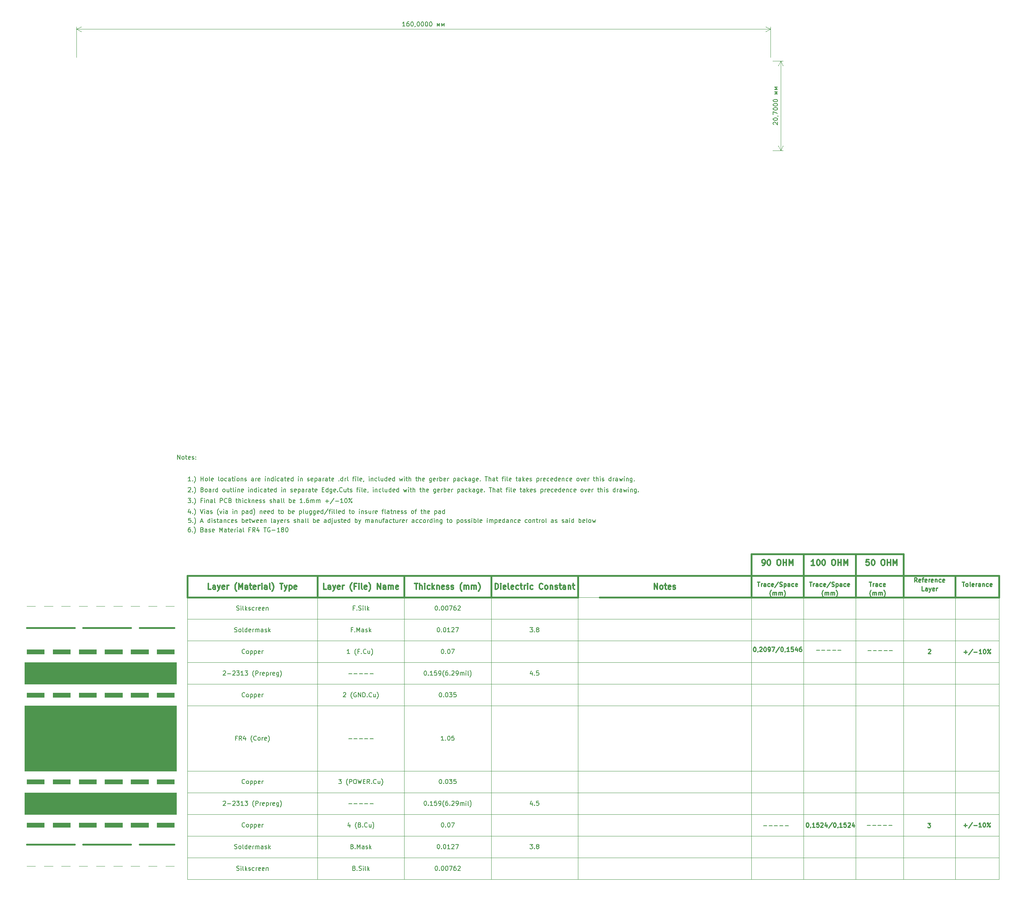
<source format=gbr>
G04 #@! TF.GenerationSoftware,KiCad,Pcbnew,(6.0.7)*
G04 #@! TF.CreationDate,2022-08-09T16:52:42+03:00*
G04 #@! TF.ProjectId,dock_rs232,646f636b-5f72-4733-9233-322e6b696361,rev?*
G04 #@! TF.SameCoordinates,Original*
G04 #@! TF.FileFunction,OtherDrawing,Comment*
%FSLAX46Y46*%
G04 Gerber Fmt 4.6, Leading zero omitted, Abs format (unit mm)*
G04 Created by KiCad (PCBNEW (6.0.7)) date 2022-08-09 16:52:42*
%MOMM*%
%LPD*%
G01*
G04 APERTURE LIST*
%ADD10C,0.150000*%
%ADD11C,0.100000*%
%ADD12C,0.250000*%
%ADD13C,0.300000*%
%ADD14C,0.120000*%
%ADD15C,0.400000*%
G04 APERTURE END LIST*
D10*
X374803538Y-109600687D02*
X374755919Y-109553068D01*
X374708299Y-109457830D01*
X374708299Y-109219734D01*
X374755919Y-109124496D01*
X374803538Y-109076877D01*
X374898776Y-109029258D01*
X374994014Y-109029258D01*
X375136871Y-109076877D01*
X375708299Y-109648306D01*
X375708299Y-109029258D01*
X374708299Y-108410211D02*
X374708299Y-108314973D01*
X374755919Y-108219734D01*
X374803538Y-108172115D01*
X374898776Y-108124496D01*
X375089252Y-108076877D01*
X375327347Y-108076877D01*
X375517823Y-108124496D01*
X375613061Y-108172115D01*
X375660680Y-108219734D01*
X375708299Y-108314973D01*
X375708299Y-108410211D01*
X375660680Y-108505449D01*
X375613061Y-108553068D01*
X375517823Y-108600687D01*
X375327347Y-108648306D01*
X375089252Y-108648306D01*
X374898776Y-108600687D01*
X374803538Y-108553068D01*
X374755919Y-108505449D01*
X374708299Y-108410211D01*
X375660680Y-107600687D02*
X375708299Y-107600687D01*
X375803538Y-107648306D01*
X375851157Y-107695925D01*
X374708299Y-107267354D02*
X374708299Y-106600687D01*
X375708299Y-107029258D01*
X374708299Y-106029258D02*
X374708299Y-105934020D01*
X374755919Y-105838782D01*
X374803538Y-105791163D01*
X374898776Y-105743544D01*
X375089252Y-105695925D01*
X375327347Y-105695925D01*
X375517823Y-105743544D01*
X375613061Y-105791163D01*
X375660680Y-105838782D01*
X375708299Y-105934020D01*
X375708299Y-106029258D01*
X375660680Y-106124496D01*
X375613061Y-106172115D01*
X375517823Y-106219734D01*
X375327347Y-106267354D01*
X375089252Y-106267354D01*
X374898776Y-106219734D01*
X374803538Y-106172115D01*
X374755919Y-106124496D01*
X374708299Y-106029258D01*
X374708299Y-105076877D02*
X374708299Y-104981639D01*
X374755919Y-104886401D01*
X374803538Y-104838782D01*
X374898776Y-104791163D01*
X375089252Y-104743544D01*
X375327347Y-104743544D01*
X375517823Y-104791163D01*
X375613061Y-104838782D01*
X375660680Y-104886401D01*
X375708299Y-104981639D01*
X375708299Y-105076877D01*
X375660680Y-105172115D01*
X375613061Y-105219734D01*
X375517823Y-105267354D01*
X375327347Y-105314973D01*
X375089252Y-105314973D01*
X374898776Y-105267354D01*
X374803538Y-105219734D01*
X374755919Y-105172115D01*
X374708299Y-105076877D01*
X374708299Y-104124496D02*
X374708299Y-104029258D01*
X374755919Y-103934020D01*
X374803538Y-103886401D01*
X374898776Y-103838782D01*
X375089252Y-103791163D01*
X375327347Y-103791163D01*
X375517823Y-103838782D01*
X375613061Y-103886401D01*
X375660680Y-103934020D01*
X375708299Y-104029258D01*
X375708299Y-104124496D01*
X375660680Y-104219734D01*
X375613061Y-104267354D01*
X375517823Y-104314973D01*
X375327347Y-104362592D01*
X375089252Y-104362592D01*
X374898776Y-104314973D01*
X374803538Y-104267354D01*
X374755919Y-104219734D01*
X374708299Y-104124496D01*
X375708299Y-102600687D02*
X375041633Y-102600687D01*
X375565442Y-102314973D01*
X375041633Y-102029258D01*
X375708299Y-102029258D01*
X375708299Y-101553068D02*
X375041633Y-101553068D01*
X375565442Y-101267354D01*
X375041633Y-100981639D01*
X375708299Y-100981639D01*
D11*
X374605919Y-115617354D02*
X376992339Y-115617354D01*
X374605919Y-94917354D02*
X376992339Y-94917354D01*
X376405919Y-115617354D02*
X376405919Y-94917354D01*
X376405919Y-115617354D02*
X376405919Y-94917354D01*
X376405919Y-115617354D02*
X376992340Y-114490850D01*
X376405919Y-115617354D02*
X375819498Y-114490850D01*
X376405919Y-94917354D02*
X375819498Y-96043858D01*
X376405919Y-94917354D02*
X376992340Y-96043858D01*
D10*
X289867823Y-86919734D02*
X289296395Y-86919734D01*
X289582109Y-86919734D02*
X289582109Y-85919734D01*
X289486871Y-86062592D01*
X289391633Y-86157830D01*
X289296395Y-86205449D01*
X290724966Y-85919734D02*
X290534490Y-85919734D01*
X290439252Y-85967354D01*
X290391633Y-86014973D01*
X290296395Y-86157830D01*
X290248776Y-86348306D01*
X290248776Y-86729258D01*
X290296395Y-86824496D01*
X290344014Y-86872115D01*
X290439252Y-86919734D01*
X290629728Y-86919734D01*
X290724966Y-86872115D01*
X290772585Y-86824496D01*
X290820204Y-86729258D01*
X290820204Y-86491163D01*
X290772585Y-86395925D01*
X290724966Y-86348306D01*
X290629728Y-86300687D01*
X290439252Y-86300687D01*
X290344014Y-86348306D01*
X290296395Y-86395925D01*
X290248776Y-86491163D01*
X291439252Y-85919734D02*
X291534490Y-85919734D01*
X291629728Y-85967354D01*
X291677347Y-86014973D01*
X291724966Y-86110211D01*
X291772585Y-86300687D01*
X291772585Y-86538782D01*
X291724966Y-86729258D01*
X291677347Y-86824496D01*
X291629728Y-86872115D01*
X291534490Y-86919734D01*
X291439252Y-86919734D01*
X291344014Y-86872115D01*
X291296395Y-86824496D01*
X291248776Y-86729258D01*
X291201157Y-86538782D01*
X291201157Y-86300687D01*
X291248776Y-86110211D01*
X291296395Y-86014973D01*
X291344014Y-85967354D01*
X291439252Y-85919734D01*
X292248776Y-86872115D02*
X292248776Y-86919734D01*
X292201157Y-87014973D01*
X292153538Y-87062592D01*
X292867823Y-85919734D02*
X292963061Y-85919734D01*
X293058299Y-85967354D01*
X293105919Y-86014973D01*
X293153538Y-86110211D01*
X293201157Y-86300687D01*
X293201157Y-86538782D01*
X293153538Y-86729258D01*
X293105919Y-86824496D01*
X293058299Y-86872115D01*
X292963061Y-86919734D01*
X292867823Y-86919734D01*
X292772585Y-86872115D01*
X292724966Y-86824496D01*
X292677347Y-86729258D01*
X292629728Y-86538782D01*
X292629728Y-86300687D01*
X292677347Y-86110211D01*
X292724966Y-86014973D01*
X292772585Y-85967354D01*
X292867823Y-85919734D01*
X293820204Y-85919734D02*
X293915442Y-85919734D01*
X294010680Y-85967354D01*
X294058299Y-86014973D01*
X294105919Y-86110211D01*
X294153538Y-86300687D01*
X294153538Y-86538782D01*
X294105919Y-86729258D01*
X294058299Y-86824496D01*
X294010680Y-86872115D01*
X293915442Y-86919734D01*
X293820204Y-86919734D01*
X293724966Y-86872115D01*
X293677347Y-86824496D01*
X293629728Y-86729258D01*
X293582109Y-86538782D01*
X293582109Y-86300687D01*
X293629728Y-86110211D01*
X293677347Y-86014973D01*
X293724966Y-85967354D01*
X293820204Y-85919734D01*
X294772585Y-85919734D02*
X294867823Y-85919734D01*
X294963061Y-85967354D01*
X295010680Y-86014973D01*
X295058299Y-86110211D01*
X295105919Y-86300687D01*
X295105919Y-86538782D01*
X295058299Y-86729258D01*
X295010680Y-86824496D01*
X294963061Y-86872115D01*
X294867823Y-86919734D01*
X294772585Y-86919734D01*
X294677347Y-86872115D01*
X294629728Y-86824496D01*
X294582109Y-86729258D01*
X294534490Y-86538782D01*
X294534490Y-86300687D01*
X294582109Y-86110211D01*
X294629728Y-86014973D01*
X294677347Y-85967354D01*
X294772585Y-85919734D01*
X295724966Y-85919734D02*
X295820204Y-85919734D01*
X295915442Y-85967354D01*
X295963061Y-86014973D01*
X296010680Y-86110211D01*
X296058299Y-86300687D01*
X296058299Y-86538782D01*
X296010680Y-86729258D01*
X295963061Y-86824496D01*
X295915442Y-86872115D01*
X295820204Y-86919734D01*
X295724966Y-86919734D01*
X295629728Y-86872115D01*
X295582109Y-86824496D01*
X295534490Y-86729258D01*
X295486871Y-86538782D01*
X295486871Y-86300687D01*
X295534490Y-86110211D01*
X295582109Y-86014973D01*
X295629728Y-85967354D01*
X295724966Y-85919734D01*
X297248776Y-86919734D02*
X297248776Y-86253068D01*
X297534490Y-86776877D01*
X297820204Y-86253068D01*
X297820204Y-86919734D01*
X298296395Y-86919734D02*
X298296395Y-86253068D01*
X298582109Y-86776877D01*
X298867823Y-86253068D01*
X298867823Y-86919734D01*
D11*
X374105919Y-94117354D02*
X374105919Y-87030934D01*
X214105919Y-94117354D02*
X214105919Y-87030934D01*
X374105919Y-87617354D02*
X214105919Y-87617354D01*
X374105919Y-87617354D02*
X214105919Y-87617354D01*
X374105919Y-87617354D02*
X372979415Y-87030933D01*
X374105919Y-87617354D02*
X372979415Y-88203775D01*
X214105919Y-87617354D02*
X215232423Y-88203775D01*
X214105919Y-87617354D02*
X215232423Y-87030933D01*
D12*
X410415204Y-230699973D02*
X410462823Y-230652354D01*
X410558061Y-230604734D01*
X410796157Y-230604734D01*
X410891395Y-230652354D01*
X410939014Y-230699973D01*
X410986633Y-230795211D01*
X410986633Y-230890449D01*
X410939014Y-231033306D01*
X410367585Y-231604734D01*
X410986633Y-231604734D01*
D10*
X276843776Y-251223782D02*
X277605680Y-251223782D01*
X278081871Y-251223782D02*
X278843776Y-251223782D01*
X279319966Y-251223782D02*
X280081871Y-251223782D01*
X280558061Y-251223782D02*
X281319966Y-251223782D01*
X281796157Y-251223782D02*
X282558061Y-251223782D01*
X298462823Y-230604734D02*
X298558061Y-230604734D01*
X298653299Y-230652354D01*
X298700919Y-230699973D01*
X298748538Y-230795211D01*
X298796157Y-230985687D01*
X298796157Y-231223782D01*
X298748538Y-231414258D01*
X298700919Y-231509496D01*
X298653299Y-231557115D01*
X298558061Y-231604734D01*
X298462823Y-231604734D01*
X298367585Y-231557115D01*
X298319966Y-231509496D01*
X298272347Y-231414258D01*
X298224728Y-231223782D01*
X298224728Y-230985687D01*
X298272347Y-230795211D01*
X298319966Y-230699973D01*
X298367585Y-230652354D01*
X298462823Y-230604734D01*
X299224728Y-231509496D02*
X299272347Y-231557115D01*
X299224728Y-231604734D01*
X299177109Y-231557115D01*
X299224728Y-231509496D01*
X299224728Y-231604734D01*
X299891395Y-230604734D02*
X299986633Y-230604734D01*
X300081871Y-230652354D01*
X300129490Y-230699973D01*
X300177109Y-230795211D01*
X300224728Y-230985687D01*
X300224728Y-231223782D01*
X300177109Y-231414258D01*
X300129490Y-231509496D01*
X300081871Y-231557115D01*
X299986633Y-231604734D01*
X299891395Y-231604734D01*
X299796157Y-231557115D01*
X299748538Y-231509496D01*
X299700919Y-231414258D01*
X299653299Y-231223782D01*
X299653299Y-230985687D01*
X299700919Y-230795211D01*
X299748538Y-230699973D01*
X299796157Y-230652354D01*
X299891395Y-230604734D01*
X300558061Y-230604734D02*
X301224728Y-230604734D01*
X300796157Y-231604734D01*
X275653299Y-240699973D02*
X275700919Y-240652354D01*
X275796157Y-240604734D01*
X276034252Y-240604734D01*
X276129490Y-240652354D01*
X276177109Y-240699973D01*
X276224728Y-240795211D01*
X276224728Y-240890449D01*
X276177109Y-241033306D01*
X275605680Y-241604734D01*
X276224728Y-241604734D01*
X277700919Y-241985687D02*
X277653299Y-241938068D01*
X277558061Y-241795211D01*
X277510442Y-241699973D01*
X277462823Y-241557115D01*
X277415204Y-241319020D01*
X277415204Y-241128544D01*
X277462823Y-240890449D01*
X277510442Y-240747592D01*
X277558061Y-240652354D01*
X277653299Y-240509496D01*
X277700919Y-240461877D01*
X278605680Y-240652354D02*
X278510442Y-240604734D01*
X278367585Y-240604734D01*
X278224728Y-240652354D01*
X278129490Y-240747592D01*
X278081871Y-240842830D01*
X278034252Y-241033306D01*
X278034252Y-241176163D01*
X278081871Y-241366639D01*
X278129490Y-241461877D01*
X278224728Y-241557115D01*
X278367585Y-241604734D01*
X278462823Y-241604734D01*
X278605680Y-241557115D01*
X278653299Y-241509496D01*
X278653299Y-241176163D01*
X278462823Y-241176163D01*
X279081871Y-241604734D02*
X279081871Y-240604734D01*
X279653299Y-241604734D01*
X279653299Y-240604734D01*
X280129490Y-241604734D02*
X280129490Y-240604734D01*
X280367585Y-240604734D01*
X280510442Y-240652354D01*
X280605680Y-240747592D01*
X280653299Y-240842830D01*
X280700919Y-241033306D01*
X280700919Y-241176163D01*
X280653299Y-241366639D01*
X280605680Y-241461877D01*
X280510442Y-241557115D01*
X280367585Y-241604734D01*
X280129490Y-241604734D01*
X281129490Y-241509496D02*
X281177109Y-241557115D01*
X281129490Y-241604734D01*
X281081871Y-241557115D01*
X281129490Y-241509496D01*
X281129490Y-241604734D01*
X282177109Y-241509496D02*
X282129490Y-241557115D01*
X281986633Y-241604734D01*
X281891395Y-241604734D01*
X281748538Y-241557115D01*
X281653299Y-241461877D01*
X281605680Y-241366639D01*
X281558061Y-241176163D01*
X281558061Y-241033306D01*
X281605680Y-240842830D01*
X281653299Y-240747592D01*
X281748538Y-240652354D01*
X281891395Y-240604734D01*
X281986633Y-240604734D01*
X282129490Y-240652354D01*
X282177109Y-240699973D01*
X283034252Y-240938068D02*
X283034252Y-241604734D01*
X282605680Y-240938068D02*
X282605680Y-241461877D01*
X282653299Y-241557115D01*
X282748538Y-241604734D01*
X282891395Y-241604734D01*
X282986633Y-241557115D01*
X283034252Y-241509496D01*
X283415204Y-241985687D02*
X283462823Y-241938068D01*
X283558061Y-241795211D01*
X283605680Y-241699973D01*
X283653299Y-241557115D01*
X283700919Y-241319020D01*
X283700919Y-241128544D01*
X283653299Y-240890449D01*
X283605680Y-240747592D01*
X283558061Y-240652354D01*
X283462823Y-240509496D01*
X283415204Y-240461877D01*
D12*
X374224728Y-218485687D02*
X374177109Y-218438068D01*
X374081871Y-218295211D01*
X374034252Y-218199973D01*
X373986633Y-218057115D01*
X373939014Y-217819020D01*
X373939014Y-217628544D01*
X373986633Y-217390449D01*
X374034252Y-217247592D01*
X374081871Y-217152354D01*
X374177109Y-217009496D01*
X374224728Y-216961877D01*
X374605680Y-218104734D02*
X374605680Y-217438068D01*
X374605680Y-217533306D02*
X374653299Y-217485687D01*
X374748538Y-217438068D01*
X374891395Y-217438068D01*
X374986633Y-217485687D01*
X375034252Y-217580925D01*
X375034252Y-218104734D01*
X375034252Y-217580925D02*
X375081871Y-217485687D01*
X375177109Y-217438068D01*
X375319966Y-217438068D01*
X375415204Y-217485687D01*
X375462823Y-217580925D01*
X375462823Y-218104734D01*
X375939014Y-218104734D02*
X375939014Y-217438068D01*
X375939014Y-217533306D02*
X375986633Y-217485687D01*
X376081871Y-217438068D01*
X376224728Y-217438068D01*
X376319966Y-217485687D01*
X376367585Y-217580925D01*
X376367585Y-218104734D01*
X376367585Y-217580925D02*
X376415204Y-217485687D01*
X376510442Y-217438068D01*
X376653299Y-217438068D01*
X376748538Y-217485687D01*
X376796157Y-217580925D01*
X376796157Y-218104734D01*
X377177109Y-218485687D02*
X377224728Y-218438068D01*
X377319966Y-218295211D01*
X377367585Y-218199973D01*
X377415204Y-218057115D01*
X377462823Y-217819020D01*
X377462823Y-217628544D01*
X377415204Y-217390449D01*
X377367585Y-217247592D01*
X377319966Y-217152354D01*
X377224728Y-217009496D01*
X377177109Y-216961877D01*
D13*
X372234252Y-211240449D02*
X372481871Y-211240449D01*
X372605680Y-211178544D01*
X372667585Y-211116639D01*
X372791395Y-210930925D01*
X372853299Y-210683306D01*
X372853299Y-210188068D01*
X372791395Y-210064258D01*
X372729490Y-210002354D01*
X372605680Y-209940449D01*
X372358061Y-209940449D01*
X372234252Y-210002354D01*
X372172347Y-210064258D01*
X372110442Y-210188068D01*
X372110442Y-210497592D01*
X372172347Y-210621401D01*
X372234252Y-210683306D01*
X372358061Y-210745211D01*
X372605680Y-210745211D01*
X372729490Y-210683306D01*
X372791395Y-210621401D01*
X372853299Y-210497592D01*
X373658061Y-209940449D02*
X373781871Y-209940449D01*
X373905680Y-210002354D01*
X373967585Y-210064258D01*
X374029490Y-210188068D01*
X374091395Y-210435687D01*
X374091395Y-210745211D01*
X374029490Y-210992830D01*
X373967585Y-211116639D01*
X373905680Y-211178544D01*
X373781871Y-211240449D01*
X373658061Y-211240449D01*
X373534252Y-211178544D01*
X373472347Y-211116639D01*
X373410442Y-210992830D01*
X373348538Y-210745211D01*
X373348538Y-210435687D01*
X373410442Y-210188068D01*
X373472347Y-210064258D01*
X373534252Y-210002354D01*
X373658061Y-209940449D01*
X375886633Y-209940449D02*
X376134252Y-209940449D01*
X376258061Y-210002354D01*
X376381871Y-210126163D01*
X376443776Y-210373782D01*
X376443776Y-210807115D01*
X376381871Y-211054734D01*
X376258061Y-211178544D01*
X376134252Y-211240449D01*
X375886633Y-211240449D01*
X375762823Y-211178544D01*
X375639014Y-211054734D01*
X375577109Y-210807115D01*
X375577109Y-210373782D01*
X375639014Y-210126163D01*
X375762823Y-210002354D01*
X375886633Y-209940449D01*
X377000919Y-211240449D02*
X377000919Y-209940449D01*
X377000919Y-210559496D02*
X377743776Y-210559496D01*
X377743776Y-211240449D02*
X377743776Y-209940449D01*
X378362823Y-211240449D02*
X378362823Y-209940449D01*
X378796157Y-210869020D01*
X379229490Y-209940449D01*
X379229490Y-211240449D01*
D10*
X278153299Y-281080925D02*
X278296157Y-281128544D01*
X278343776Y-281176163D01*
X278391395Y-281271401D01*
X278391395Y-281414258D01*
X278343776Y-281509496D01*
X278296157Y-281557115D01*
X278200919Y-281604734D01*
X277819966Y-281604734D01*
X277819966Y-280604734D01*
X278153299Y-280604734D01*
X278248538Y-280652354D01*
X278296157Y-280699973D01*
X278343776Y-280795211D01*
X278343776Y-280890449D01*
X278296157Y-280985687D01*
X278248538Y-281033306D01*
X278153299Y-281080925D01*
X277819966Y-281080925D01*
X278819966Y-281509496D02*
X278867585Y-281557115D01*
X278819966Y-281604734D01*
X278772347Y-281557115D01*
X278819966Y-281509496D01*
X278819966Y-281604734D01*
X279248538Y-281557115D02*
X279391395Y-281604734D01*
X279629490Y-281604734D01*
X279724728Y-281557115D01*
X279772347Y-281509496D01*
X279819966Y-281414258D01*
X279819966Y-281319020D01*
X279772347Y-281223782D01*
X279724728Y-281176163D01*
X279629490Y-281128544D01*
X279439014Y-281080925D01*
X279343776Y-281033306D01*
X279296157Y-280985687D01*
X279248538Y-280890449D01*
X279248538Y-280795211D01*
X279296157Y-280699973D01*
X279343776Y-280652354D01*
X279439014Y-280604734D01*
X279677109Y-280604734D01*
X279819966Y-280652354D01*
X280248538Y-281604734D02*
X280248538Y-280938068D01*
X280248538Y-280604734D02*
X280200919Y-280652354D01*
X280248538Y-280699973D01*
X280296157Y-280652354D01*
X280248538Y-280604734D01*
X280248538Y-280699973D01*
X280867585Y-281604734D02*
X280772347Y-281557115D01*
X280724728Y-281461877D01*
X280724728Y-280604734D01*
X281248538Y-281604734D02*
X281248538Y-280604734D01*
X281343776Y-281223782D02*
X281629490Y-281604734D01*
X281629490Y-280938068D02*
X281248538Y-281319020D01*
X252915204Y-271509496D02*
X252867585Y-271557115D01*
X252724728Y-271604734D01*
X252629490Y-271604734D01*
X252486633Y-271557115D01*
X252391395Y-271461877D01*
X252343776Y-271366639D01*
X252296157Y-271176163D01*
X252296157Y-271033306D01*
X252343776Y-270842830D01*
X252391395Y-270747592D01*
X252486633Y-270652354D01*
X252629490Y-270604734D01*
X252724728Y-270604734D01*
X252867585Y-270652354D01*
X252915204Y-270699973D01*
X253486633Y-271604734D02*
X253391395Y-271557115D01*
X253343776Y-271509496D01*
X253296157Y-271414258D01*
X253296157Y-271128544D01*
X253343776Y-271033306D01*
X253391395Y-270985687D01*
X253486633Y-270938068D01*
X253629490Y-270938068D01*
X253724728Y-270985687D01*
X253772347Y-271033306D01*
X253819966Y-271128544D01*
X253819966Y-271414258D01*
X253772347Y-271509496D01*
X253724728Y-271557115D01*
X253629490Y-271604734D01*
X253486633Y-271604734D01*
X254248538Y-270938068D02*
X254248538Y-271938068D01*
X254248538Y-270985687D02*
X254343776Y-270938068D01*
X254534252Y-270938068D01*
X254629490Y-270985687D01*
X254677109Y-271033306D01*
X254724728Y-271128544D01*
X254724728Y-271414258D01*
X254677109Y-271509496D01*
X254629490Y-271557115D01*
X254534252Y-271604734D01*
X254343776Y-271604734D01*
X254248538Y-271557115D01*
X255153299Y-270938068D02*
X255153299Y-271938068D01*
X255153299Y-270985687D02*
X255248538Y-270938068D01*
X255439014Y-270938068D01*
X255534252Y-270985687D01*
X255581871Y-271033306D01*
X255629490Y-271128544D01*
X255629490Y-271414258D01*
X255581871Y-271509496D01*
X255534252Y-271557115D01*
X255439014Y-271604734D01*
X255248538Y-271604734D01*
X255153299Y-271557115D01*
X256439014Y-271557115D02*
X256343776Y-271604734D01*
X256153299Y-271604734D01*
X256058061Y-271557115D01*
X256010442Y-271461877D01*
X256010442Y-271080925D01*
X256058061Y-270985687D01*
X256153299Y-270938068D01*
X256343776Y-270938068D01*
X256439014Y-270985687D01*
X256486633Y-271080925D01*
X256486633Y-271176163D01*
X256010442Y-271271401D01*
X256915204Y-271604734D02*
X256915204Y-270938068D01*
X256915204Y-271128544D02*
X256962823Y-271033306D01*
X257010442Y-270985687D01*
X257105680Y-270938068D01*
X257200919Y-270938068D01*
X298462823Y-270604734D02*
X298558061Y-270604734D01*
X298653299Y-270652354D01*
X298700919Y-270699973D01*
X298748538Y-270795211D01*
X298796157Y-270985687D01*
X298796157Y-271223782D01*
X298748538Y-271414258D01*
X298700919Y-271509496D01*
X298653299Y-271557115D01*
X298558061Y-271604734D01*
X298462823Y-271604734D01*
X298367585Y-271557115D01*
X298319966Y-271509496D01*
X298272347Y-271414258D01*
X298224728Y-271223782D01*
X298224728Y-270985687D01*
X298272347Y-270795211D01*
X298319966Y-270699973D01*
X298367585Y-270652354D01*
X298462823Y-270604734D01*
X299224728Y-271509496D02*
X299272347Y-271557115D01*
X299224728Y-271604734D01*
X299177109Y-271557115D01*
X299224728Y-271509496D01*
X299224728Y-271604734D01*
X299891395Y-270604734D02*
X299986633Y-270604734D01*
X300081871Y-270652354D01*
X300129490Y-270699973D01*
X300177109Y-270795211D01*
X300224728Y-270985687D01*
X300224728Y-271223782D01*
X300177109Y-271414258D01*
X300129490Y-271509496D01*
X300081871Y-271557115D01*
X299986633Y-271604734D01*
X299891395Y-271604734D01*
X299796157Y-271557115D01*
X299748538Y-271509496D01*
X299700919Y-271414258D01*
X299653299Y-271223782D01*
X299653299Y-270985687D01*
X299700919Y-270795211D01*
X299748538Y-270699973D01*
X299796157Y-270652354D01*
X299891395Y-270604734D01*
X300558061Y-270604734D02*
X301224728Y-270604734D01*
X300796157Y-271604734D01*
X319177109Y-235938068D02*
X319177109Y-236604734D01*
X318939014Y-235557115D02*
X318700919Y-236271401D01*
X319319966Y-236271401D01*
X319700919Y-236509496D02*
X319748538Y-236557115D01*
X319700919Y-236604734D01*
X319653299Y-236557115D01*
X319700919Y-236509496D01*
X319700919Y-236604734D01*
X320653299Y-235604734D02*
X320177109Y-235604734D01*
X320129490Y-236080925D01*
X320177109Y-236033306D01*
X320272347Y-235985687D01*
X320510442Y-235985687D01*
X320605680Y-236033306D01*
X320653299Y-236080925D01*
X320700919Y-236176163D01*
X320700919Y-236414258D01*
X320653299Y-236509496D01*
X320605680Y-236557115D01*
X320510442Y-236604734D01*
X320272347Y-236604734D01*
X320177109Y-236557115D01*
X320129490Y-236509496D01*
X252915204Y-241509496D02*
X252867585Y-241557115D01*
X252724728Y-241604734D01*
X252629490Y-241604734D01*
X252486633Y-241557115D01*
X252391395Y-241461877D01*
X252343776Y-241366639D01*
X252296157Y-241176163D01*
X252296157Y-241033306D01*
X252343776Y-240842830D01*
X252391395Y-240747592D01*
X252486633Y-240652354D01*
X252629490Y-240604734D01*
X252724728Y-240604734D01*
X252867585Y-240652354D01*
X252915204Y-240699973D01*
X253486633Y-241604734D02*
X253391395Y-241557115D01*
X253343776Y-241509496D01*
X253296157Y-241414258D01*
X253296157Y-241128544D01*
X253343776Y-241033306D01*
X253391395Y-240985687D01*
X253486633Y-240938068D01*
X253629490Y-240938068D01*
X253724728Y-240985687D01*
X253772347Y-241033306D01*
X253819966Y-241128544D01*
X253819966Y-241414258D01*
X253772347Y-241509496D01*
X253724728Y-241557115D01*
X253629490Y-241604734D01*
X253486633Y-241604734D01*
X254248538Y-240938068D02*
X254248538Y-241938068D01*
X254248538Y-240985687D02*
X254343776Y-240938068D01*
X254534252Y-240938068D01*
X254629490Y-240985687D01*
X254677109Y-241033306D01*
X254724728Y-241128544D01*
X254724728Y-241414258D01*
X254677109Y-241509496D01*
X254629490Y-241557115D01*
X254534252Y-241604734D01*
X254343776Y-241604734D01*
X254248538Y-241557115D01*
X255153299Y-240938068D02*
X255153299Y-241938068D01*
X255153299Y-240985687D02*
X255248538Y-240938068D01*
X255439014Y-240938068D01*
X255534252Y-240985687D01*
X255581871Y-241033306D01*
X255629490Y-241128544D01*
X255629490Y-241414258D01*
X255581871Y-241509496D01*
X255534252Y-241557115D01*
X255439014Y-241604734D01*
X255248538Y-241604734D01*
X255153299Y-241557115D01*
X256439014Y-241557115D02*
X256343776Y-241604734D01*
X256153299Y-241604734D01*
X256058061Y-241557115D01*
X256010442Y-241461877D01*
X256010442Y-241080925D01*
X256058061Y-240985687D01*
X256153299Y-240938068D01*
X256343776Y-240938068D01*
X256439014Y-240985687D01*
X256486633Y-241080925D01*
X256486633Y-241176163D01*
X256010442Y-241271401D01*
X256915204Y-241604734D02*
X256915204Y-240938068D01*
X256915204Y-241128544D02*
X256962823Y-241033306D01*
X257010442Y-240985687D01*
X257105680Y-240938068D01*
X257200919Y-240938068D01*
X298796157Y-251604734D02*
X298224728Y-251604734D01*
X298510442Y-251604734D02*
X298510442Y-250604734D01*
X298415204Y-250747592D01*
X298319966Y-250842830D01*
X298224728Y-250890449D01*
X299224728Y-251509496D02*
X299272347Y-251557115D01*
X299224728Y-251604734D01*
X299177109Y-251557115D01*
X299224728Y-251509496D01*
X299224728Y-251604734D01*
X299891395Y-250604734D02*
X299986633Y-250604734D01*
X300081871Y-250652354D01*
X300129490Y-250699973D01*
X300177109Y-250795211D01*
X300224728Y-250985687D01*
X300224728Y-251223782D01*
X300177109Y-251414258D01*
X300129490Y-251509496D01*
X300081871Y-251557115D01*
X299986633Y-251604734D01*
X299891395Y-251604734D01*
X299796157Y-251557115D01*
X299748538Y-251509496D01*
X299700919Y-251414258D01*
X299653299Y-251223782D01*
X299653299Y-250985687D01*
X299700919Y-250795211D01*
X299748538Y-250699973D01*
X299796157Y-250652354D01*
X299891395Y-250604734D01*
X301129490Y-250604734D02*
X300653299Y-250604734D01*
X300605680Y-251080925D01*
X300653299Y-251033306D01*
X300748538Y-250985687D01*
X300986633Y-250985687D01*
X301081871Y-251033306D01*
X301129490Y-251080925D01*
X301177109Y-251176163D01*
X301177109Y-251414258D01*
X301129490Y-251509496D01*
X301081871Y-251557115D01*
X300986633Y-251604734D01*
X300748538Y-251604734D01*
X300653299Y-251557115D01*
X300605680Y-251509496D01*
X240390085Y-198638068D02*
X240390085Y-199304734D01*
X240151990Y-198257115D02*
X239913895Y-198971401D01*
X240532942Y-198971401D01*
X240913895Y-199209496D02*
X240961514Y-199257115D01*
X240913895Y-199304734D01*
X240866276Y-199257115D01*
X240913895Y-199209496D01*
X240913895Y-199304734D01*
X241294847Y-199685687D02*
X241342466Y-199638068D01*
X241437704Y-199495211D01*
X241485323Y-199399973D01*
X241532942Y-199257115D01*
X241580561Y-199019020D01*
X241580561Y-198828544D01*
X241532942Y-198590449D01*
X241485323Y-198447592D01*
X241437704Y-198352354D01*
X241342466Y-198209496D01*
X241294847Y-198161877D01*
X242675799Y-198304734D02*
X243009133Y-199304734D01*
X243342466Y-198304734D01*
X243675799Y-199304734D02*
X243675799Y-198638068D01*
X243675799Y-198304734D02*
X243628180Y-198352354D01*
X243675799Y-198399973D01*
X243723419Y-198352354D01*
X243675799Y-198304734D01*
X243675799Y-198399973D01*
X244580561Y-199304734D02*
X244580561Y-198780925D01*
X244532942Y-198685687D01*
X244437704Y-198638068D01*
X244247228Y-198638068D01*
X244151990Y-198685687D01*
X244580561Y-199257115D02*
X244485323Y-199304734D01*
X244247228Y-199304734D01*
X244151990Y-199257115D01*
X244104371Y-199161877D01*
X244104371Y-199066639D01*
X244151990Y-198971401D01*
X244247228Y-198923782D01*
X244485323Y-198923782D01*
X244580561Y-198876163D01*
X245009133Y-199257115D02*
X245104371Y-199304734D01*
X245294847Y-199304734D01*
X245390085Y-199257115D01*
X245437704Y-199161877D01*
X245437704Y-199114258D01*
X245390085Y-199019020D01*
X245294847Y-198971401D01*
X245151990Y-198971401D01*
X245056752Y-198923782D01*
X245009133Y-198828544D01*
X245009133Y-198780925D01*
X245056752Y-198685687D01*
X245151990Y-198638068D01*
X245294847Y-198638068D01*
X245390085Y-198685687D01*
X246913895Y-199685687D02*
X246866276Y-199638068D01*
X246771038Y-199495211D01*
X246723419Y-199399973D01*
X246675799Y-199257115D01*
X246628180Y-199019020D01*
X246628180Y-198828544D01*
X246675799Y-198590449D01*
X246723419Y-198447592D01*
X246771038Y-198352354D01*
X246866276Y-198209496D01*
X246913895Y-198161877D01*
X247199609Y-198638068D02*
X247437704Y-199304734D01*
X247675799Y-198638068D01*
X248056752Y-199304734D02*
X248056752Y-198638068D01*
X248056752Y-198304734D02*
X248009133Y-198352354D01*
X248056752Y-198399973D01*
X248104371Y-198352354D01*
X248056752Y-198304734D01*
X248056752Y-198399973D01*
X248961514Y-199304734D02*
X248961514Y-198780925D01*
X248913895Y-198685687D01*
X248818657Y-198638068D01*
X248628180Y-198638068D01*
X248532942Y-198685687D01*
X248961514Y-199257115D02*
X248866276Y-199304734D01*
X248628180Y-199304734D01*
X248532942Y-199257115D01*
X248485323Y-199161877D01*
X248485323Y-199066639D01*
X248532942Y-198971401D01*
X248628180Y-198923782D01*
X248866276Y-198923782D01*
X248961514Y-198876163D01*
X250199609Y-199304734D02*
X250199609Y-198638068D01*
X250199609Y-198304734D02*
X250151990Y-198352354D01*
X250199609Y-198399973D01*
X250247228Y-198352354D01*
X250199609Y-198304734D01*
X250199609Y-198399973D01*
X250675799Y-198638068D02*
X250675799Y-199304734D01*
X250675799Y-198733306D02*
X250723419Y-198685687D01*
X250818657Y-198638068D01*
X250961514Y-198638068D01*
X251056752Y-198685687D01*
X251104371Y-198780925D01*
X251104371Y-199304734D01*
X252342466Y-198638068D02*
X252342466Y-199638068D01*
X252342466Y-198685687D02*
X252437704Y-198638068D01*
X252628180Y-198638068D01*
X252723419Y-198685687D01*
X252771038Y-198733306D01*
X252818657Y-198828544D01*
X252818657Y-199114258D01*
X252771038Y-199209496D01*
X252723419Y-199257115D01*
X252628180Y-199304734D01*
X252437704Y-199304734D01*
X252342466Y-199257115D01*
X253675799Y-199304734D02*
X253675799Y-198780925D01*
X253628180Y-198685687D01*
X253532942Y-198638068D01*
X253342466Y-198638068D01*
X253247228Y-198685687D01*
X253675799Y-199257115D02*
X253580561Y-199304734D01*
X253342466Y-199304734D01*
X253247228Y-199257115D01*
X253199609Y-199161877D01*
X253199609Y-199066639D01*
X253247228Y-198971401D01*
X253342466Y-198923782D01*
X253580561Y-198923782D01*
X253675799Y-198876163D01*
X254580561Y-199304734D02*
X254580561Y-198304734D01*
X254580561Y-199257115D02*
X254485323Y-199304734D01*
X254294847Y-199304734D01*
X254199609Y-199257115D01*
X254151990Y-199209496D01*
X254104371Y-199114258D01*
X254104371Y-198828544D01*
X254151990Y-198733306D01*
X254199609Y-198685687D01*
X254294847Y-198638068D01*
X254485323Y-198638068D01*
X254580561Y-198685687D01*
X254961514Y-199685687D02*
X255009133Y-199638068D01*
X255104371Y-199495211D01*
X255151990Y-199399973D01*
X255199609Y-199257115D01*
X255247228Y-199019020D01*
X255247228Y-198828544D01*
X255199609Y-198590449D01*
X255151990Y-198447592D01*
X255104371Y-198352354D01*
X255009133Y-198209496D01*
X254961514Y-198161877D01*
X256485323Y-198638068D02*
X256485323Y-199304734D01*
X256485323Y-198733306D02*
X256532942Y-198685687D01*
X256628180Y-198638068D01*
X256771038Y-198638068D01*
X256866276Y-198685687D01*
X256913895Y-198780925D01*
X256913895Y-199304734D01*
X257771038Y-199257115D02*
X257675799Y-199304734D01*
X257485323Y-199304734D01*
X257390085Y-199257115D01*
X257342466Y-199161877D01*
X257342466Y-198780925D01*
X257390085Y-198685687D01*
X257485323Y-198638068D01*
X257675799Y-198638068D01*
X257771038Y-198685687D01*
X257818657Y-198780925D01*
X257818657Y-198876163D01*
X257342466Y-198971401D01*
X258628180Y-199257115D02*
X258532942Y-199304734D01*
X258342466Y-199304734D01*
X258247228Y-199257115D01*
X258199609Y-199161877D01*
X258199609Y-198780925D01*
X258247228Y-198685687D01*
X258342466Y-198638068D01*
X258532942Y-198638068D01*
X258628180Y-198685687D01*
X258675799Y-198780925D01*
X258675799Y-198876163D01*
X258199609Y-198971401D01*
X259532942Y-199304734D02*
X259532942Y-198304734D01*
X259532942Y-199257115D02*
X259437704Y-199304734D01*
X259247228Y-199304734D01*
X259151990Y-199257115D01*
X259104371Y-199209496D01*
X259056752Y-199114258D01*
X259056752Y-198828544D01*
X259104371Y-198733306D01*
X259151990Y-198685687D01*
X259247228Y-198638068D01*
X259437704Y-198638068D01*
X259532942Y-198685687D01*
X260628180Y-198638068D02*
X261009133Y-198638068D01*
X260771038Y-198304734D02*
X260771038Y-199161877D01*
X260818657Y-199257115D01*
X260913895Y-199304734D01*
X261009133Y-199304734D01*
X261485323Y-199304734D02*
X261390085Y-199257115D01*
X261342466Y-199209496D01*
X261294847Y-199114258D01*
X261294847Y-198828544D01*
X261342466Y-198733306D01*
X261390085Y-198685687D01*
X261485323Y-198638068D01*
X261628180Y-198638068D01*
X261723419Y-198685687D01*
X261771038Y-198733306D01*
X261818657Y-198828544D01*
X261818657Y-199114258D01*
X261771038Y-199209496D01*
X261723419Y-199257115D01*
X261628180Y-199304734D01*
X261485323Y-199304734D01*
X263009133Y-199304734D02*
X263009133Y-198304734D01*
X263009133Y-198685687D02*
X263104371Y-198638068D01*
X263294847Y-198638068D01*
X263390085Y-198685687D01*
X263437704Y-198733306D01*
X263485323Y-198828544D01*
X263485323Y-199114258D01*
X263437704Y-199209496D01*
X263390085Y-199257115D01*
X263294847Y-199304734D01*
X263104371Y-199304734D01*
X263009133Y-199257115D01*
X264294847Y-199257115D02*
X264199609Y-199304734D01*
X264009133Y-199304734D01*
X263913895Y-199257115D01*
X263866276Y-199161877D01*
X263866276Y-198780925D01*
X263913895Y-198685687D01*
X264009133Y-198638068D01*
X264199609Y-198638068D01*
X264294847Y-198685687D01*
X264342466Y-198780925D01*
X264342466Y-198876163D01*
X263866276Y-198971401D01*
X265532942Y-198638068D02*
X265532942Y-199638068D01*
X265532942Y-198685687D02*
X265628180Y-198638068D01*
X265818657Y-198638068D01*
X265913895Y-198685687D01*
X265961514Y-198733306D01*
X266009133Y-198828544D01*
X266009133Y-199114258D01*
X265961514Y-199209496D01*
X265913895Y-199257115D01*
X265818657Y-199304734D01*
X265628180Y-199304734D01*
X265532942Y-199257115D01*
X266580561Y-199304734D02*
X266485323Y-199257115D01*
X266437704Y-199161877D01*
X266437704Y-198304734D01*
X267390085Y-198638068D02*
X267390085Y-199304734D01*
X266961514Y-198638068D02*
X266961514Y-199161877D01*
X267009133Y-199257115D01*
X267104371Y-199304734D01*
X267247228Y-199304734D01*
X267342466Y-199257115D01*
X267390085Y-199209496D01*
X268294847Y-198638068D02*
X268294847Y-199447592D01*
X268247228Y-199542830D01*
X268199609Y-199590449D01*
X268104371Y-199638068D01*
X267961514Y-199638068D01*
X267866276Y-199590449D01*
X268294847Y-199257115D02*
X268199609Y-199304734D01*
X268009133Y-199304734D01*
X267913895Y-199257115D01*
X267866276Y-199209496D01*
X267818657Y-199114258D01*
X267818657Y-198828544D01*
X267866276Y-198733306D01*
X267913895Y-198685687D01*
X268009133Y-198638068D01*
X268199609Y-198638068D01*
X268294847Y-198685687D01*
X269199609Y-198638068D02*
X269199609Y-199447592D01*
X269151990Y-199542830D01*
X269104371Y-199590449D01*
X269009133Y-199638068D01*
X268866276Y-199638068D01*
X268771038Y-199590449D01*
X269199609Y-199257115D02*
X269104371Y-199304734D01*
X268913895Y-199304734D01*
X268818657Y-199257115D01*
X268771038Y-199209496D01*
X268723419Y-199114258D01*
X268723419Y-198828544D01*
X268771038Y-198733306D01*
X268818657Y-198685687D01*
X268913895Y-198638068D01*
X269104371Y-198638068D01*
X269199609Y-198685687D01*
X270056752Y-199257115D02*
X269961514Y-199304734D01*
X269771038Y-199304734D01*
X269675799Y-199257115D01*
X269628180Y-199161877D01*
X269628180Y-198780925D01*
X269675799Y-198685687D01*
X269771038Y-198638068D01*
X269961514Y-198638068D01*
X270056752Y-198685687D01*
X270104371Y-198780925D01*
X270104371Y-198876163D01*
X269628180Y-198971401D01*
X270961514Y-199304734D02*
X270961514Y-198304734D01*
X270961514Y-199257115D02*
X270866276Y-199304734D01*
X270675799Y-199304734D01*
X270580561Y-199257115D01*
X270532942Y-199209496D01*
X270485323Y-199114258D01*
X270485323Y-198828544D01*
X270532942Y-198733306D01*
X270580561Y-198685687D01*
X270675799Y-198638068D01*
X270866276Y-198638068D01*
X270961514Y-198685687D01*
X272151990Y-198257115D02*
X271294847Y-199542830D01*
X272342466Y-198638068D02*
X272723419Y-198638068D01*
X272485323Y-199304734D02*
X272485323Y-198447592D01*
X272532942Y-198352354D01*
X272628180Y-198304734D01*
X272723419Y-198304734D01*
X273056752Y-199304734D02*
X273056752Y-198638068D01*
X273056752Y-198304734D02*
X273009133Y-198352354D01*
X273056752Y-198399973D01*
X273104371Y-198352354D01*
X273056752Y-198304734D01*
X273056752Y-198399973D01*
X273675799Y-199304734D02*
X273580561Y-199257115D01*
X273532942Y-199161877D01*
X273532942Y-198304734D01*
X274199609Y-199304734D02*
X274104371Y-199257115D01*
X274056752Y-199161877D01*
X274056752Y-198304734D01*
X274961514Y-199257115D02*
X274866276Y-199304734D01*
X274675799Y-199304734D01*
X274580561Y-199257115D01*
X274532942Y-199161877D01*
X274532942Y-198780925D01*
X274580561Y-198685687D01*
X274675799Y-198638068D01*
X274866276Y-198638068D01*
X274961514Y-198685687D01*
X275009133Y-198780925D01*
X275009133Y-198876163D01*
X274532942Y-198971401D01*
X275866276Y-199304734D02*
X275866276Y-198304734D01*
X275866276Y-199257115D02*
X275771038Y-199304734D01*
X275580561Y-199304734D01*
X275485323Y-199257115D01*
X275437704Y-199209496D01*
X275390085Y-199114258D01*
X275390085Y-198828544D01*
X275437704Y-198733306D01*
X275485323Y-198685687D01*
X275580561Y-198638068D01*
X275771038Y-198638068D01*
X275866276Y-198685687D01*
X276961514Y-198638068D02*
X277342466Y-198638068D01*
X277104371Y-198304734D02*
X277104371Y-199161877D01*
X277151990Y-199257115D01*
X277247228Y-199304734D01*
X277342466Y-199304734D01*
X277818657Y-199304734D02*
X277723419Y-199257115D01*
X277675799Y-199209496D01*
X277628180Y-199114258D01*
X277628180Y-198828544D01*
X277675799Y-198733306D01*
X277723419Y-198685687D01*
X277818657Y-198638068D01*
X277961514Y-198638068D01*
X278056752Y-198685687D01*
X278104371Y-198733306D01*
X278151990Y-198828544D01*
X278151990Y-199114258D01*
X278104371Y-199209496D01*
X278056752Y-199257115D01*
X277961514Y-199304734D01*
X277818657Y-199304734D01*
X279342466Y-199304734D02*
X279342466Y-198638068D01*
X279342466Y-198304734D02*
X279294847Y-198352354D01*
X279342466Y-198399973D01*
X279390085Y-198352354D01*
X279342466Y-198304734D01*
X279342466Y-198399973D01*
X279818657Y-198638068D02*
X279818657Y-199304734D01*
X279818657Y-198733306D02*
X279866276Y-198685687D01*
X279961514Y-198638068D01*
X280104371Y-198638068D01*
X280199609Y-198685687D01*
X280247228Y-198780925D01*
X280247228Y-199304734D01*
X280675799Y-199257115D02*
X280771038Y-199304734D01*
X280961514Y-199304734D01*
X281056752Y-199257115D01*
X281104371Y-199161877D01*
X281104371Y-199114258D01*
X281056752Y-199019020D01*
X280961514Y-198971401D01*
X280818657Y-198971401D01*
X280723419Y-198923782D01*
X280675799Y-198828544D01*
X280675799Y-198780925D01*
X280723419Y-198685687D01*
X280818657Y-198638068D01*
X280961514Y-198638068D01*
X281056752Y-198685687D01*
X281961514Y-198638068D02*
X281961514Y-199304734D01*
X281532942Y-198638068D02*
X281532942Y-199161877D01*
X281580561Y-199257115D01*
X281675799Y-199304734D01*
X281818657Y-199304734D01*
X281913895Y-199257115D01*
X281961514Y-199209496D01*
X282437704Y-199304734D02*
X282437704Y-198638068D01*
X282437704Y-198828544D02*
X282485323Y-198733306D01*
X282532942Y-198685687D01*
X282628180Y-198638068D01*
X282723419Y-198638068D01*
X283437704Y-199257115D02*
X283342466Y-199304734D01*
X283151990Y-199304734D01*
X283056752Y-199257115D01*
X283009133Y-199161877D01*
X283009133Y-198780925D01*
X283056752Y-198685687D01*
X283151990Y-198638068D01*
X283342466Y-198638068D01*
X283437704Y-198685687D01*
X283485323Y-198780925D01*
X283485323Y-198876163D01*
X283009133Y-198971401D01*
X284532942Y-198638068D02*
X284913895Y-198638068D01*
X284675799Y-199304734D02*
X284675799Y-198447592D01*
X284723419Y-198352354D01*
X284818657Y-198304734D01*
X284913895Y-198304734D01*
X285390085Y-199304734D02*
X285294847Y-199257115D01*
X285247228Y-199161877D01*
X285247228Y-198304734D01*
X286199609Y-199304734D02*
X286199609Y-198780925D01*
X286151990Y-198685687D01*
X286056752Y-198638068D01*
X285866276Y-198638068D01*
X285771038Y-198685687D01*
X286199609Y-199257115D02*
X286104371Y-199304734D01*
X285866276Y-199304734D01*
X285771038Y-199257115D01*
X285723419Y-199161877D01*
X285723419Y-199066639D01*
X285771038Y-198971401D01*
X285866276Y-198923782D01*
X286104371Y-198923782D01*
X286199609Y-198876163D01*
X286532942Y-198638068D02*
X286913895Y-198638068D01*
X286675799Y-198304734D02*
X286675799Y-199161877D01*
X286723419Y-199257115D01*
X286818657Y-199304734D01*
X286913895Y-199304734D01*
X287247228Y-198638068D02*
X287247228Y-199304734D01*
X287247228Y-198733306D02*
X287294847Y-198685687D01*
X287390085Y-198638068D01*
X287532942Y-198638068D01*
X287628180Y-198685687D01*
X287675799Y-198780925D01*
X287675799Y-199304734D01*
X288532942Y-199257115D02*
X288437704Y-199304734D01*
X288247228Y-199304734D01*
X288151990Y-199257115D01*
X288104371Y-199161877D01*
X288104371Y-198780925D01*
X288151990Y-198685687D01*
X288247228Y-198638068D01*
X288437704Y-198638068D01*
X288532942Y-198685687D01*
X288580561Y-198780925D01*
X288580561Y-198876163D01*
X288104371Y-198971401D01*
X288961514Y-199257115D02*
X289056752Y-199304734D01*
X289247228Y-199304734D01*
X289342466Y-199257115D01*
X289390085Y-199161877D01*
X289390085Y-199114258D01*
X289342466Y-199019020D01*
X289247228Y-198971401D01*
X289104371Y-198971401D01*
X289009133Y-198923782D01*
X288961514Y-198828544D01*
X288961514Y-198780925D01*
X289009133Y-198685687D01*
X289104371Y-198638068D01*
X289247228Y-198638068D01*
X289342466Y-198685687D01*
X289771038Y-199257115D02*
X289866276Y-199304734D01*
X290056752Y-199304734D01*
X290151990Y-199257115D01*
X290199609Y-199161877D01*
X290199609Y-199114258D01*
X290151990Y-199019020D01*
X290056752Y-198971401D01*
X289913895Y-198971401D01*
X289818657Y-198923782D01*
X289771038Y-198828544D01*
X289771038Y-198780925D01*
X289818657Y-198685687D01*
X289913895Y-198638068D01*
X290056752Y-198638068D01*
X290151990Y-198685687D01*
X291532942Y-199304734D02*
X291437704Y-199257115D01*
X291390085Y-199209496D01*
X291342466Y-199114258D01*
X291342466Y-198828544D01*
X291390085Y-198733306D01*
X291437704Y-198685687D01*
X291532942Y-198638068D01*
X291675799Y-198638068D01*
X291771038Y-198685687D01*
X291818657Y-198733306D01*
X291866276Y-198828544D01*
X291866276Y-199114258D01*
X291818657Y-199209496D01*
X291771038Y-199257115D01*
X291675799Y-199304734D01*
X291532942Y-199304734D01*
X292151990Y-198638068D02*
X292532942Y-198638068D01*
X292294847Y-199304734D02*
X292294847Y-198447592D01*
X292342466Y-198352354D01*
X292437704Y-198304734D01*
X292532942Y-198304734D01*
X293485323Y-198638068D02*
X293866276Y-198638068D01*
X293628180Y-198304734D02*
X293628180Y-199161877D01*
X293675799Y-199257115D01*
X293771038Y-199304734D01*
X293866276Y-199304734D01*
X294199609Y-199304734D02*
X294199609Y-198304734D01*
X294628180Y-199304734D02*
X294628180Y-198780925D01*
X294580561Y-198685687D01*
X294485323Y-198638068D01*
X294342466Y-198638068D01*
X294247228Y-198685687D01*
X294199609Y-198733306D01*
X295485323Y-199257115D02*
X295390085Y-199304734D01*
X295199609Y-199304734D01*
X295104371Y-199257115D01*
X295056752Y-199161877D01*
X295056752Y-198780925D01*
X295104371Y-198685687D01*
X295199609Y-198638068D01*
X295390085Y-198638068D01*
X295485323Y-198685687D01*
X295532942Y-198780925D01*
X295532942Y-198876163D01*
X295056752Y-198971401D01*
X296723419Y-198638068D02*
X296723419Y-199638068D01*
X296723419Y-198685687D02*
X296818657Y-198638068D01*
X297009133Y-198638068D01*
X297104371Y-198685687D01*
X297151990Y-198733306D01*
X297199609Y-198828544D01*
X297199609Y-199114258D01*
X297151990Y-199209496D01*
X297104371Y-199257115D01*
X297009133Y-199304734D01*
X296818657Y-199304734D01*
X296723419Y-199257115D01*
X298056752Y-199304734D02*
X298056752Y-198780925D01*
X298009133Y-198685687D01*
X297913895Y-198638068D01*
X297723419Y-198638068D01*
X297628180Y-198685687D01*
X298056752Y-199257115D02*
X297961514Y-199304734D01*
X297723419Y-199304734D01*
X297628180Y-199257115D01*
X297580561Y-199161877D01*
X297580561Y-199066639D01*
X297628180Y-198971401D01*
X297723419Y-198923782D01*
X297961514Y-198923782D01*
X298056752Y-198876163D01*
X298961514Y-199304734D02*
X298961514Y-198304734D01*
X298961514Y-199257115D02*
X298866276Y-199304734D01*
X298675799Y-199304734D01*
X298580561Y-199257115D01*
X298532942Y-199209496D01*
X298485323Y-199114258D01*
X298485323Y-198828544D01*
X298532942Y-198733306D01*
X298580561Y-198685687D01*
X298675799Y-198638068D01*
X298866276Y-198638068D01*
X298961514Y-198685687D01*
X247962823Y-265699973D02*
X248010442Y-265652354D01*
X248105680Y-265604734D01*
X248343776Y-265604734D01*
X248439014Y-265652354D01*
X248486633Y-265699973D01*
X248534252Y-265795211D01*
X248534252Y-265890449D01*
X248486633Y-266033306D01*
X247915204Y-266604734D01*
X248534252Y-266604734D01*
X248962823Y-266223782D02*
X249724728Y-266223782D01*
X250153299Y-265699973D02*
X250200919Y-265652354D01*
X250296157Y-265604734D01*
X250534252Y-265604734D01*
X250629490Y-265652354D01*
X250677109Y-265699973D01*
X250724728Y-265795211D01*
X250724728Y-265890449D01*
X250677109Y-266033306D01*
X250105680Y-266604734D01*
X250724728Y-266604734D01*
X251058061Y-265604734D02*
X251677109Y-265604734D01*
X251343776Y-265985687D01*
X251486633Y-265985687D01*
X251581871Y-266033306D01*
X251629490Y-266080925D01*
X251677109Y-266176163D01*
X251677109Y-266414258D01*
X251629490Y-266509496D01*
X251581871Y-266557115D01*
X251486633Y-266604734D01*
X251200919Y-266604734D01*
X251105680Y-266557115D01*
X251058061Y-266509496D01*
X252629490Y-266604734D02*
X252058061Y-266604734D01*
X252343776Y-266604734D02*
X252343776Y-265604734D01*
X252248538Y-265747592D01*
X252153299Y-265842830D01*
X252058061Y-265890449D01*
X252962823Y-265604734D02*
X253581871Y-265604734D01*
X253248538Y-265985687D01*
X253391395Y-265985687D01*
X253486633Y-266033306D01*
X253534252Y-266080925D01*
X253581871Y-266176163D01*
X253581871Y-266414258D01*
X253534252Y-266509496D01*
X253486633Y-266557115D01*
X253391395Y-266604734D01*
X253105680Y-266604734D01*
X253010442Y-266557115D01*
X252962823Y-266509496D01*
X255058061Y-266985687D02*
X255010442Y-266938068D01*
X254915204Y-266795211D01*
X254867585Y-266699973D01*
X254819966Y-266557115D01*
X254772347Y-266319020D01*
X254772347Y-266128544D01*
X254819966Y-265890449D01*
X254867585Y-265747592D01*
X254915204Y-265652354D01*
X255010442Y-265509496D01*
X255058061Y-265461877D01*
X255439014Y-266604734D02*
X255439014Y-265604734D01*
X255819966Y-265604734D01*
X255915204Y-265652354D01*
X255962823Y-265699973D01*
X256010442Y-265795211D01*
X256010442Y-265938068D01*
X255962823Y-266033306D01*
X255915204Y-266080925D01*
X255819966Y-266128544D01*
X255439014Y-266128544D01*
X256439014Y-266604734D02*
X256439014Y-265938068D01*
X256439014Y-266128544D02*
X256486633Y-266033306D01*
X256534252Y-265985687D01*
X256629490Y-265938068D01*
X256724728Y-265938068D01*
X257439014Y-266557115D02*
X257343776Y-266604734D01*
X257153299Y-266604734D01*
X257058061Y-266557115D01*
X257010442Y-266461877D01*
X257010442Y-266080925D01*
X257058061Y-265985687D01*
X257153299Y-265938068D01*
X257343776Y-265938068D01*
X257439014Y-265985687D01*
X257486633Y-266080925D01*
X257486633Y-266176163D01*
X257010442Y-266271401D01*
X257915204Y-265938068D02*
X257915204Y-266938068D01*
X257915204Y-265985687D02*
X258010442Y-265938068D01*
X258200919Y-265938068D01*
X258296157Y-265985687D01*
X258343776Y-266033306D01*
X258391395Y-266128544D01*
X258391395Y-266414258D01*
X258343776Y-266509496D01*
X258296157Y-266557115D01*
X258200919Y-266604734D01*
X258010442Y-266604734D01*
X257915204Y-266557115D01*
X258819966Y-266604734D02*
X258819966Y-265938068D01*
X258819966Y-266128544D02*
X258867585Y-266033306D01*
X258915204Y-265985687D01*
X259010442Y-265938068D01*
X259105680Y-265938068D01*
X259819966Y-266557115D02*
X259724728Y-266604734D01*
X259534252Y-266604734D01*
X259439014Y-266557115D01*
X259391395Y-266461877D01*
X259391395Y-266080925D01*
X259439014Y-265985687D01*
X259534252Y-265938068D01*
X259724728Y-265938068D01*
X259819966Y-265985687D01*
X259867585Y-266080925D01*
X259867585Y-266176163D01*
X259391395Y-266271401D01*
X260724728Y-265938068D02*
X260724728Y-266747592D01*
X260677109Y-266842830D01*
X260629490Y-266890449D01*
X260534252Y-266938068D01*
X260391395Y-266938068D01*
X260296157Y-266890449D01*
X260724728Y-266557115D02*
X260629490Y-266604734D01*
X260439014Y-266604734D01*
X260343776Y-266557115D01*
X260296157Y-266509496D01*
X260248538Y-266414258D01*
X260248538Y-266128544D01*
X260296157Y-266033306D01*
X260343776Y-265985687D01*
X260439014Y-265938068D01*
X260629490Y-265938068D01*
X260724728Y-265985687D01*
X261105680Y-266985687D02*
X261153299Y-266938068D01*
X261248538Y-266795211D01*
X261296157Y-266699973D01*
X261343776Y-266557115D01*
X261391395Y-266319020D01*
X261391395Y-266128544D01*
X261343776Y-265890449D01*
X261296157Y-265747592D01*
X261248538Y-265652354D01*
X261153299Y-265509496D01*
X261105680Y-265461877D01*
X276843776Y-266223782D02*
X277605680Y-266223782D01*
X278081871Y-266223782D02*
X278843776Y-266223782D01*
X279319966Y-266223782D02*
X280081871Y-266223782D01*
X280558061Y-266223782D02*
X281319966Y-266223782D01*
X281796157Y-266223782D02*
X282558061Y-266223782D01*
D12*
X383034252Y-215104734D02*
X383605680Y-215104734D01*
X383319966Y-216104734D02*
X383319966Y-215104734D01*
X383939014Y-216104734D02*
X383939014Y-215438068D01*
X383939014Y-215628544D02*
X383986633Y-215533306D01*
X384034252Y-215485687D01*
X384129490Y-215438068D01*
X384224728Y-215438068D01*
X384986633Y-216104734D02*
X384986633Y-215580925D01*
X384939014Y-215485687D01*
X384843776Y-215438068D01*
X384653299Y-215438068D01*
X384558061Y-215485687D01*
X384986633Y-216057115D02*
X384891395Y-216104734D01*
X384653299Y-216104734D01*
X384558061Y-216057115D01*
X384510442Y-215961877D01*
X384510442Y-215866639D01*
X384558061Y-215771401D01*
X384653299Y-215723782D01*
X384891395Y-215723782D01*
X384986633Y-215676163D01*
X385891395Y-216057115D02*
X385796157Y-216104734D01*
X385605680Y-216104734D01*
X385510442Y-216057115D01*
X385462823Y-216009496D01*
X385415204Y-215914258D01*
X385415204Y-215628544D01*
X385462823Y-215533306D01*
X385510442Y-215485687D01*
X385605680Y-215438068D01*
X385796157Y-215438068D01*
X385891395Y-215485687D01*
X386700919Y-216057115D02*
X386605680Y-216104734D01*
X386415204Y-216104734D01*
X386319966Y-216057115D01*
X386272347Y-215961877D01*
X386272347Y-215580925D01*
X386319966Y-215485687D01*
X386415204Y-215438068D01*
X386605680Y-215438068D01*
X386700919Y-215485687D01*
X386748538Y-215580925D01*
X386748538Y-215676163D01*
X386272347Y-215771401D01*
X387891395Y-215057115D02*
X387034252Y-216342830D01*
X388177109Y-216057115D02*
X388319966Y-216104734D01*
X388558061Y-216104734D01*
X388653299Y-216057115D01*
X388700919Y-216009496D01*
X388748538Y-215914258D01*
X388748538Y-215819020D01*
X388700919Y-215723782D01*
X388653299Y-215676163D01*
X388558061Y-215628544D01*
X388367585Y-215580925D01*
X388272347Y-215533306D01*
X388224728Y-215485687D01*
X388177109Y-215390449D01*
X388177109Y-215295211D01*
X388224728Y-215199973D01*
X388272347Y-215152354D01*
X388367585Y-215104734D01*
X388605680Y-215104734D01*
X388748538Y-215152354D01*
X389177109Y-215438068D02*
X389177109Y-216438068D01*
X389177109Y-215485687D02*
X389272347Y-215438068D01*
X389462823Y-215438068D01*
X389558061Y-215485687D01*
X389605680Y-215533306D01*
X389653299Y-215628544D01*
X389653299Y-215914258D01*
X389605680Y-216009496D01*
X389558061Y-216057115D01*
X389462823Y-216104734D01*
X389272347Y-216104734D01*
X389177109Y-216057115D01*
X390510442Y-216104734D02*
X390510442Y-215580925D01*
X390462823Y-215485687D01*
X390367585Y-215438068D01*
X390177109Y-215438068D01*
X390081871Y-215485687D01*
X390510442Y-216057115D02*
X390415204Y-216104734D01*
X390177109Y-216104734D01*
X390081871Y-216057115D01*
X390034252Y-215961877D01*
X390034252Y-215866639D01*
X390081871Y-215771401D01*
X390177109Y-215723782D01*
X390415204Y-215723782D01*
X390510442Y-215676163D01*
X391415204Y-216057115D02*
X391319966Y-216104734D01*
X391129490Y-216104734D01*
X391034252Y-216057115D01*
X390986633Y-216009496D01*
X390939014Y-215914258D01*
X390939014Y-215628544D01*
X390986633Y-215533306D01*
X391034252Y-215485687D01*
X391129490Y-215438068D01*
X391319966Y-215438068D01*
X391415204Y-215485687D01*
X392224728Y-216057115D02*
X392129490Y-216104734D01*
X391939014Y-216104734D01*
X391843776Y-216057115D01*
X391796157Y-215961877D01*
X391796157Y-215580925D01*
X391843776Y-215485687D01*
X391939014Y-215438068D01*
X392129490Y-215438068D01*
X392224728Y-215485687D01*
X392272347Y-215580925D01*
X392272347Y-215676163D01*
X391796157Y-215771401D01*
D10*
X252915204Y-261509496D02*
X252867585Y-261557115D01*
X252724728Y-261604734D01*
X252629490Y-261604734D01*
X252486633Y-261557115D01*
X252391395Y-261461877D01*
X252343776Y-261366639D01*
X252296157Y-261176163D01*
X252296157Y-261033306D01*
X252343776Y-260842830D01*
X252391395Y-260747592D01*
X252486633Y-260652354D01*
X252629490Y-260604734D01*
X252724728Y-260604734D01*
X252867585Y-260652354D01*
X252915204Y-260699973D01*
X253486633Y-261604734D02*
X253391395Y-261557115D01*
X253343776Y-261509496D01*
X253296157Y-261414258D01*
X253296157Y-261128544D01*
X253343776Y-261033306D01*
X253391395Y-260985687D01*
X253486633Y-260938068D01*
X253629490Y-260938068D01*
X253724728Y-260985687D01*
X253772347Y-261033306D01*
X253819966Y-261128544D01*
X253819966Y-261414258D01*
X253772347Y-261509496D01*
X253724728Y-261557115D01*
X253629490Y-261604734D01*
X253486633Y-261604734D01*
X254248538Y-260938068D02*
X254248538Y-261938068D01*
X254248538Y-260985687D02*
X254343776Y-260938068D01*
X254534252Y-260938068D01*
X254629490Y-260985687D01*
X254677109Y-261033306D01*
X254724728Y-261128544D01*
X254724728Y-261414258D01*
X254677109Y-261509496D01*
X254629490Y-261557115D01*
X254534252Y-261604734D01*
X254343776Y-261604734D01*
X254248538Y-261557115D01*
X255153299Y-260938068D02*
X255153299Y-261938068D01*
X255153299Y-260985687D02*
X255248538Y-260938068D01*
X255439014Y-260938068D01*
X255534252Y-260985687D01*
X255581871Y-261033306D01*
X255629490Y-261128544D01*
X255629490Y-261414258D01*
X255581871Y-261509496D01*
X255534252Y-261557115D01*
X255439014Y-261604734D01*
X255248538Y-261604734D01*
X255153299Y-261557115D01*
X256439014Y-261557115D02*
X256343776Y-261604734D01*
X256153299Y-261604734D01*
X256058061Y-261557115D01*
X256010442Y-261461877D01*
X256010442Y-261080925D01*
X256058061Y-260985687D01*
X256153299Y-260938068D01*
X256343776Y-260938068D01*
X256439014Y-260985687D01*
X256486633Y-261080925D01*
X256486633Y-261176163D01*
X256010442Y-261271401D01*
X256915204Y-261604734D02*
X256915204Y-260938068D01*
X256915204Y-261128544D02*
X256962823Y-261033306D01*
X257010442Y-260985687D01*
X257105680Y-260938068D01*
X257200919Y-260938068D01*
X318653299Y-225604734D02*
X319272347Y-225604734D01*
X318939014Y-225985687D01*
X319081871Y-225985687D01*
X319177109Y-226033306D01*
X319224728Y-226080925D01*
X319272347Y-226176163D01*
X319272347Y-226414258D01*
X319224728Y-226509496D01*
X319177109Y-226557115D01*
X319081871Y-226604734D01*
X318796157Y-226604734D01*
X318700919Y-226557115D01*
X318653299Y-226509496D01*
X319700919Y-226509496D02*
X319748538Y-226557115D01*
X319700919Y-226604734D01*
X319653299Y-226557115D01*
X319700919Y-226509496D01*
X319700919Y-226604734D01*
X320319966Y-226033306D02*
X320224728Y-225985687D01*
X320177109Y-225938068D01*
X320129490Y-225842830D01*
X320129490Y-225795211D01*
X320177109Y-225699973D01*
X320224728Y-225652354D01*
X320319966Y-225604734D01*
X320510442Y-225604734D01*
X320605680Y-225652354D01*
X320653299Y-225699973D01*
X320700919Y-225795211D01*
X320700919Y-225842830D01*
X320653299Y-225938068D01*
X320605680Y-225985687D01*
X320510442Y-226033306D01*
X320319966Y-226033306D01*
X320224728Y-226080925D01*
X320177109Y-226128544D01*
X320129490Y-226223782D01*
X320129490Y-226414258D01*
X320177109Y-226509496D01*
X320224728Y-226557115D01*
X320319966Y-226604734D01*
X320510442Y-226604734D01*
X320605680Y-226557115D01*
X320653299Y-226509496D01*
X320700919Y-226414258D01*
X320700919Y-226223782D01*
X320653299Y-226128544D01*
X320605680Y-226080925D01*
X320510442Y-226033306D01*
X396503776Y-230933782D02*
X397265680Y-230933782D01*
X397741871Y-230933782D02*
X398503776Y-230933782D01*
X398979966Y-230933782D02*
X399741871Y-230933782D01*
X400218061Y-230933782D02*
X400979966Y-230933782D01*
X401456157Y-230933782D02*
X402218061Y-230933782D01*
X240472704Y-200399734D02*
X239996514Y-200399734D01*
X239948895Y-200875925D01*
X239996514Y-200828306D01*
X240091752Y-200780687D01*
X240329847Y-200780687D01*
X240425085Y-200828306D01*
X240472704Y-200875925D01*
X240520323Y-200971163D01*
X240520323Y-201209258D01*
X240472704Y-201304496D01*
X240425085Y-201352115D01*
X240329847Y-201399734D01*
X240091752Y-201399734D01*
X239996514Y-201352115D01*
X239948895Y-201304496D01*
X240948895Y-201304496D02*
X240996514Y-201352115D01*
X240948895Y-201399734D01*
X240901276Y-201352115D01*
X240948895Y-201304496D01*
X240948895Y-201399734D01*
X241329847Y-201780687D02*
X241377466Y-201733068D01*
X241472704Y-201590211D01*
X241520323Y-201494973D01*
X241567942Y-201352115D01*
X241615561Y-201114020D01*
X241615561Y-200923544D01*
X241567942Y-200685449D01*
X241520323Y-200542592D01*
X241472704Y-200447354D01*
X241377466Y-200304496D01*
X241329847Y-200256877D01*
X242806038Y-201114020D02*
X243282228Y-201114020D01*
X242710799Y-201399734D02*
X243044133Y-200399734D01*
X243377466Y-201399734D01*
X244901276Y-201399734D02*
X244901276Y-200399734D01*
X244901276Y-201352115D02*
X244806038Y-201399734D01*
X244615561Y-201399734D01*
X244520323Y-201352115D01*
X244472704Y-201304496D01*
X244425085Y-201209258D01*
X244425085Y-200923544D01*
X244472704Y-200828306D01*
X244520323Y-200780687D01*
X244615561Y-200733068D01*
X244806038Y-200733068D01*
X244901276Y-200780687D01*
X245377466Y-201399734D02*
X245377466Y-200733068D01*
X245377466Y-200399734D02*
X245329847Y-200447354D01*
X245377466Y-200494973D01*
X245425085Y-200447354D01*
X245377466Y-200399734D01*
X245377466Y-200494973D01*
X245806038Y-201352115D02*
X245901276Y-201399734D01*
X246091752Y-201399734D01*
X246186990Y-201352115D01*
X246234609Y-201256877D01*
X246234609Y-201209258D01*
X246186990Y-201114020D01*
X246091752Y-201066401D01*
X245948895Y-201066401D01*
X245853657Y-201018782D01*
X245806038Y-200923544D01*
X245806038Y-200875925D01*
X245853657Y-200780687D01*
X245948895Y-200733068D01*
X246091752Y-200733068D01*
X246186990Y-200780687D01*
X246520323Y-200733068D02*
X246901276Y-200733068D01*
X246663180Y-200399734D02*
X246663180Y-201256877D01*
X246710799Y-201352115D01*
X246806038Y-201399734D01*
X246901276Y-201399734D01*
X247663180Y-201399734D02*
X247663180Y-200875925D01*
X247615561Y-200780687D01*
X247520323Y-200733068D01*
X247329847Y-200733068D01*
X247234609Y-200780687D01*
X247663180Y-201352115D02*
X247567942Y-201399734D01*
X247329847Y-201399734D01*
X247234609Y-201352115D01*
X247186990Y-201256877D01*
X247186990Y-201161639D01*
X247234609Y-201066401D01*
X247329847Y-201018782D01*
X247567942Y-201018782D01*
X247663180Y-200971163D01*
X248139371Y-200733068D02*
X248139371Y-201399734D01*
X248139371Y-200828306D02*
X248186990Y-200780687D01*
X248282228Y-200733068D01*
X248425085Y-200733068D01*
X248520323Y-200780687D01*
X248567942Y-200875925D01*
X248567942Y-201399734D01*
X249472704Y-201352115D02*
X249377466Y-201399734D01*
X249186990Y-201399734D01*
X249091752Y-201352115D01*
X249044133Y-201304496D01*
X248996514Y-201209258D01*
X248996514Y-200923544D01*
X249044133Y-200828306D01*
X249091752Y-200780687D01*
X249186990Y-200733068D01*
X249377466Y-200733068D01*
X249472704Y-200780687D01*
X250282228Y-201352115D02*
X250186990Y-201399734D01*
X249996514Y-201399734D01*
X249901276Y-201352115D01*
X249853657Y-201256877D01*
X249853657Y-200875925D01*
X249901276Y-200780687D01*
X249996514Y-200733068D01*
X250186990Y-200733068D01*
X250282228Y-200780687D01*
X250329847Y-200875925D01*
X250329847Y-200971163D01*
X249853657Y-201066401D01*
X250710799Y-201352115D02*
X250806038Y-201399734D01*
X250996514Y-201399734D01*
X251091752Y-201352115D01*
X251139371Y-201256877D01*
X251139371Y-201209258D01*
X251091752Y-201114020D01*
X250996514Y-201066401D01*
X250853657Y-201066401D01*
X250758419Y-201018782D01*
X250710799Y-200923544D01*
X250710799Y-200875925D01*
X250758419Y-200780687D01*
X250853657Y-200733068D01*
X250996514Y-200733068D01*
X251091752Y-200780687D01*
X252329847Y-201399734D02*
X252329847Y-200399734D01*
X252329847Y-200780687D02*
X252425085Y-200733068D01*
X252615561Y-200733068D01*
X252710799Y-200780687D01*
X252758419Y-200828306D01*
X252806038Y-200923544D01*
X252806038Y-201209258D01*
X252758419Y-201304496D01*
X252710799Y-201352115D01*
X252615561Y-201399734D01*
X252425085Y-201399734D01*
X252329847Y-201352115D01*
X253615561Y-201352115D02*
X253520323Y-201399734D01*
X253329847Y-201399734D01*
X253234609Y-201352115D01*
X253186990Y-201256877D01*
X253186990Y-200875925D01*
X253234609Y-200780687D01*
X253329847Y-200733068D01*
X253520323Y-200733068D01*
X253615561Y-200780687D01*
X253663180Y-200875925D01*
X253663180Y-200971163D01*
X253186990Y-201066401D01*
X253948895Y-200733068D02*
X254329847Y-200733068D01*
X254091752Y-200399734D02*
X254091752Y-201256877D01*
X254139371Y-201352115D01*
X254234609Y-201399734D01*
X254329847Y-201399734D01*
X254567942Y-200733068D02*
X254758419Y-201399734D01*
X254948895Y-200923544D01*
X255139371Y-201399734D01*
X255329847Y-200733068D01*
X256091752Y-201352115D02*
X255996514Y-201399734D01*
X255806038Y-201399734D01*
X255710799Y-201352115D01*
X255663180Y-201256877D01*
X255663180Y-200875925D01*
X255710799Y-200780687D01*
X255806038Y-200733068D01*
X255996514Y-200733068D01*
X256091752Y-200780687D01*
X256139371Y-200875925D01*
X256139371Y-200971163D01*
X255663180Y-201066401D01*
X256948895Y-201352115D02*
X256853657Y-201399734D01*
X256663180Y-201399734D01*
X256567942Y-201352115D01*
X256520323Y-201256877D01*
X256520323Y-200875925D01*
X256567942Y-200780687D01*
X256663180Y-200733068D01*
X256853657Y-200733068D01*
X256948895Y-200780687D01*
X256996514Y-200875925D01*
X256996514Y-200971163D01*
X256520323Y-201066401D01*
X257425085Y-200733068D02*
X257425085Y-201399734D01*
X257425085Y-200828306D02*
X257472704Y-200780687D01*
X257567942Y-200733068D01*
X257710799Y-200733068D01*
X257806038Y-200780687D01*
X257853657Y-200875925D01*
X257853657Y-201399734D01*
X259234609Y-201399734D02*
X259139371Y-201352115D01*
X259091752Y-201256877D01*
X259091752Y-200399734D01*
X260044133Y-201399734D02*
X260044133Y-200875925D01*
X259996514Y-200780687D01*
X259901276Y-200733068D01*
X259710799Y-200733068D01*
X259615561Y-200780687D01*
X260044133Y-201352115D02*
X259948895Y-201399734D01*
X259710799Y-201399734D01*
X259615561Y-201352115D01*
X259567942Y-201256877D01*
X259567942Y-201161639D01*
X259615561Y-201066401D01*
X259710799Y-201018782D01*
X259948895Y-201018782D01*
X260044133Y-200971163D01*
X260425085Y-200733068D02*
X260663180Y-201399734D01*
X260901276Y-200733068D02*
X260663180Y-201399734D01*
X260567942Y-201637830D01*
X260520323Y-201685449D01*
X260425085Y-201733068D01*
X261663180Y-201352115D02*
X261567942Y-201399734D01*
X261377466Y-201399734D01*
X261282228Y-201352115D01*
X261234609Y-201256877D01*
X261234609Y-200875925D01*
X261282228Y-200780687D01*
X261377466Y-200733068D01*
X261567942Y-200733068D01*
X261663180Y-200780687D01*
X261710799Y-200875925D01*
X261710799Y-200971163D01*
X261234609Y-201066401D01*
X262139371Y-201399734D02*
X262139371Y-200733068D01*
X262139371Y-200923544D02*
X262186990Y-200828306D01*
X262234609Y-200780687D01*
X262329847Y-200733068D01*
X262425085Y-200733068D01*
X262710799Y-201352115D02*
X262806038Y-201399734D01*
X262996514Y-201399734D01*
X263091752Y-201352115D01*
X263139371Y-201256877D01*
X263139371Y-201209258D01*
X263091752Y-201114020D01*
X262996514Y-201066401D01*
X262853657Y-201066401D01*
X262758419Y-201018782D01*
X262710799Y-200923544D01*
X262710799Y-200875925D01*
X262758419Y-200780687D01*
X262853657Y-200733068D01*
X262996514Y-200733068D01*
X263091752Y-200780687D01*
X264282228Y-201352115D02*
X264377466Y-201399734D01*
X264567942Y-201399734D01*
X264663180Y-201352115D01*
X264710799Y-201256877D01*
X264710799Y-201209258D01*
X264663180Y-201114020D01*
X264567942Y-201066401D01*
X264425085Y-201066401D01*
X264329847Y-201018782D01*
X264282228Y-200923544D01*
X264282228Y-200875925D01*
X264329847Y-200780687D01*
X264425085Y-200733068D01*
X264567942Y-200733068D01*
X264663180Y-200780687D01*
X265139371Y-201399734D02*
X265139371Y-200399734D01*
X265567942Y-201399734D02*
X265567942Y-200875925D01*
X265520323Y-200780687D01*
X265425085Y-200733068D01*
X265282228Y-200733068D01*
X265186990Y-200780687D01*
X265139371Y-200828306D01*
X266472704Y-201399734D02*
X266472704Y-200875925D01*
X266425085Y-200780687D01*
X266329847Y-200733068D01*
X266139371Y-200733068D01*
X266044133Y-200780687D01*
X266472704Y-201352115D02*
X266377466Y-201399734D01*
X266139371Y-201399734D01*
X266044133Y-201352115D01*
X265996514Y-201256877D01*
X265996514Y-201161639D01*
X266044133Y-201066401D01*
X266139371Y-201018782D01*
X266377466Y-201018782D01*
X266472704Y-200971163D01*
X267091752Y-201399734D02*
X266996514Y-201352115D01*
X266948895Y-201256877D01*
X266948895Y-200399734D01*
X267615561Y-201399734D02*
X267520323Y-201352115D01*
X267472704Y-201256877D01*
X267472704Y-200399734D01*
X268758419Y-201399734D02*
X268758419Y-200399734D01*
X268758419Y-200780687D02*
X268853657Y-200733068D01*
X269044133Y-200733068D01*
X269139371Y-200780687D01*
X269186990Y-200828306D01*
X269234609Y-200923544D01*
X269234609Y-201209258D01*
X269186990Y-201304496D01*
X269139371Y-201352115D01*
X269044133Y-201399734D01*
X268853657Y-201399734D01*
X268758419Y-201352115D01*
X270044133Y-201352115D02*
X269948895Y-201399734D01*
X269758419Y-201399734D01*
X269663180Y-201352115D01*
X269615561Y-201256877D01*
X269615561Y-200875925D01*
X269663180Y-200780687D01*
X269758419Y-200733068D01*
X269948895Y-200733068D01*
X270044133Y-200780687D01*
X270091752Y-200875925D01*
X270091752Y-200971163D01*
X269615561Y-201066401D01*
X271710799Y-201399734D02*
X271710799Y-200875925D01*
X271663180Y-200780687D01*
X271567942Y-200733068D01*
X271377466Y-200733068D01*
X271282228Y-200780687D01*
X271710799Y-201352115D02*
X271615561Y-201399734D01*
X271377466Y-201399734D01*
X271282228Y-201352115D01*
X271234609Y-201256877D01*
X271234609Y-201161639D01*
X271282228Y-201066401D01*
X271377466Y-201018782D01*
X271615561Y-201018782D01*
X271710799Y-200971163D01*
X272615561Y-201399734D02*
X272615561Y-200399734D01*
X272615561Y-201352115D02*
X272520323Y-201399734D01*
X272329847Y-201399734D01*
X272234609Y-201352115D01*
X272186990Y-201304496D01*
X272139371Y-201209258D01*
X272139371Y-200923544D01*
X272186990Y-200828306D01*
X272234609Y-200780687D01*
X272329847Y-200733068D01*
X272520323Y-200733068D01*
X272615561Y-200780687D01*
X273091752Y-200733068D02*
X273091752Y-201590211D01*
X273044133Y-201685449D01*
X272948895Y-201733068D01*
X272901276Y-201733068D01*
X273091752Y-200399734D02*
X273044133Y-200447354D01*
X273091752Y-200494973D01*
X273139371Y-200447354D01*
X273091752Y-200399734D01*
X273091752Y-200494973D01*
X273996514Y-200733068D02*
X273996514Y-201399734D01*
X273567942Y-200733068D02*
X273567942Y-201256877D01*
X273615561Y-201352115D01*
X273710799Y-201399734D01*
X273853657Y-201399734D01*
X273948895Y-201352115D01*
X273996514Y-201304496D01*
X274425085Y-201352115D02*
X274520323Y-201399734D01*
X274710799Y-201399734D01*
X274806038Y-201352115D01*
X274853657Y-201256877D01*
X274853657Y-201209258D01*
X274806038Y-201114020D01*
X274710799Y-201066401D01*
X274567942Y-201066401D01*
X274472704Y-201018782D01*
X274425085Y-200923544D01*
X274425085Y-200875925D01*
X274472704Y-200780687D01*
X274567942Y-200733068D01*
X274710799Y-200733068D01*
X274806038Y-200780687D01*
X275139371Y-200733068D02*
X275520323Y-200733068D01*
X275282228Y-200399734D02*
X275282228Y-201256877D01*
X275329847Y-201352115D01*
X275425085Y-201399734D01*
X275520323Y-201399734D01*
X276234609Y-201352115D02*
X276139371Y-201399734D01*
X275948895Y-201399734D01*
X275853657Y-201352115D01*
X275806038Y-201256877D01*
X275806038Y-200875925D01*
X275853657Y-200780687D01*
X275948895Y-200733068D01*
X276139371Y-200733068D01*
X276234609Y-200780687D01*
X276282228Y-200875925D01*
X276282228Y-200971163D01*
X275806038Y-201066401D01*
X277139371Y-201399734D02*
X277139371Y-200399734D01*
X277139371Y-201352115D02*
X277044133Y-201399734D01*
X276853657Y-201399734D01*
X276758419Y-201352115D01*
X276710799Y-201304496D01*
X276663180Y-201209258D01*
X276663180Y-200923544D01*
X276710799Y-200828306D01*
X276758419Y-200780687D01*
X276853657Y-200733068D01*
X277044133Y-200733068D01*
X277139371Y-200780687D01*
X278377466Y-201399734D02*
X278377466Y-200399734D01*
X278377466Y-200780687D02*
X278472704Y-200733068D01*
X278663180Y-200733068D01*
X278758419Y-200780687D01*
X278806038Y-200828306D01*
X278853657Y-200923544D01*
X278853657Y-201209258D01*
X278806038Y-201304496D01*
X278758419Y-201352115D01*
X278663180Y-201399734D01*
X278472704Y-201399734D01*
X278377466Y-201352115D01*
X279186990Y-200733068D02*
X279425085Y-201399734D01*
X279663180Y-200733068D02*
X279425085Y-201399734D01*
X279329847Y-201637830D01*
X279282228Y-201685449D01*
X279186990Y-201733068D01*
X280806038Y-201399734D02*
X280806038Y-200733068D01*
X280806038Y-200828306D02*
X280853657Y-200780687D01*
X280948895Y-200733068D01*
X281091752Y-200733068D01*
X281186990Y-200780687D01*
X281234609Y-200875925D01*
X281234609Y-201399734D01*
X281234609Y-200875925D02*
X281282228Y-200780687D01*
X281377466Y-200733068D01*
X281520323Y-200733068D01*
X281615561Y-200780687D01*
X281663180Y-200875925D01*
X281663180Y-201399734D01*
X282567942Y-201399734D02*
X282567942Y-200875925D01*
X282520323Y-200780687D01*
X282425085Y-200733068D01*
X282234609Y-200733068D01*
X282139371Y-200780687D01*
X282567942Y-201352115D02*
X282472704Y-201399734D01*
X282234609Y-201399734D01*
X282139371Y-201352115D01*
X282091752Y-201256877D01*
X282091752Y-201161639D01*
X282139371Y-201066401D01*
X282234609Y-201018782D01*
X282472704Y-201018782D01*
X282567942Y-200971163D01*
X283044133Y-200733068D02*
X283044133Y-201399734D01*
X283044133Y-200828306D02*
X283091752Y-200780687D01*
X283186990Y-200733068D01*
X283329847Y-200733068D01*
X283425085Y-200780687D01*
X283472704Y-200875925D01*
X283472704Y-201399734D01*
X284377466Y-200733068D02*
X284377466Y-201399734D01*
X283948895Y-200733068D02*
X283948895Y-201256877D01*
X283996514Y-201352115D01*
X284091752Y-201399734D01*
X284234609Y-201399734D01*
X284329847Y-201352115D01*
X284377466Y-201304496D01*
X284710799Y-200733068D02*
X285091752Y-200733068D01*
X284853657Y-201399734D02*
X284853657Y-200542592D01*
X284901276Y-200447354D01*
X284996514Y-200399734D01*
X285091752Y-200399734D01*
X285853657Y-201399734D02*
X285853657Y-200875925D01*
X285806038Y-200780687D01*
X285710799Y-200733068D01*
X285520323Y-200733068D01*
X285425085Y-200780687D01*
X285853657Y-201352115D02*
X285758419Y-201399734D01*
X285520323Y-201399734D01*
X285425085Y-201352115D01*
X285377466Y-201256877D01*
X285377466Y-201161639D01*
X285425085Y-201066401D01*
X285520323Y-201018782D01*
X285758419Y-201018782D01*
X285853657Y-200971163D01*
X286758419Y-201352115D02*
X286663180Y-201399734D01*
X286472704Y-201399734D01*
X286377466Y-201352115D01*
X286329847Y-201304496D01*
X286282228Y-201209258D01*
X286282228Y-200923544D01*
X286329847Y-200828306D01*
X286377466Y-200780687D01*
X286472704Y-200733068D01*
X286663180Y-200733068D01*
X286758419Y-200780687D01*
X287044133Y-200733068D02*
X287425085Y-200733068D01*
X287186990Y-200399734D02*
X287186990Y-201256877D01*
X287234609Y-201352115D01*
X287329847Y-201399734D01*
X287425085Y-201399734D01*
X288186990Y-200733068D02*
X288186990Y-201399734D01*
X287758419Y-200733068D02*
X287758419Y-201256877D01*
X287806038Y-201352115D01*
X287901276Y-201399734D01*
X288044133Y-201399734D01*
X288139371Y-201352115D01*
X288186990Y-201304496D01*
X288663180Y-201399734D02*
X288663180Y-200733068D01*
X288663180Y-200923544D02*
X288710799Y-200828306D01*
X288758419Y-200780687D01*
X288853657Y-200733068D01*
X288948895Y-200733068D01*
X289663180Y-201352115D02*
X289567942Y-201399734D01*
X289377466Y-201399734D01*
X289282228Y-201352115D01*
X289234609Y-201256877D01*
X289234609Y-200875925D01*
X289282228Y-200780687D01*
X289377466Y-200733068D01*
X289567942Y-200733068D01*
X289663180Y-200780687D01*
X289710799Y-200875925D01*
X289710799Y-200971163D01*
X289234609Y-201066401D01*
X290139371Y-201399734D02*
X290139371Y-200733068D01*
X290139371Y-200923544D02*
X290186990Y-200828306D01*
X290234609Y-200780687D01*
X290329847Y-200733068D01*
X290425085Y-200733068D01*
X291948895Y-201399734D02*
X291948895Y-200875925D01*
X291901276Y-200780687D01*
X291806038Y-200733068D01*
X291615561Y-200733068D01*
X291520323Y-200780687D01*
X291948895Y-201352115D02*
X291853657Y-201399734D01*
X291615561Y-201399734D01*
X291520323Y-201352115D01*
X291472704Y-201256877D01*
X291472704Y-201161639D01*
X291520323Y-201066401D01*
X291615561Y-201018782D01*
X291853657Y-201018782D01*
X291948895Y-200971163D01*
X292853657Y-201352115D02*
X292758419Y-201399734D01*
X292567942Y-201399734D01*
X292472704Y-201352115D01*
X292425085Y-201304496D01*
X292377466Y-201209258D01*
X292377466Y-200923544D01*
X292425085Y-200828306D01*
X292472704Y-200780687D01*
X292567942Y-200733068D01*
X292758419Y-200733068D01*
X292853657Y-200780687D01*
X293710799Y-201352115D02*
X293615561Y-201399734D01*
X293425085Y-201399734D01*
X293329847Y-201352115D01*
X293282228Y-201304496D01*
X293234609Y-201209258D01*
X293234609Y-200923544D01*
X293282228Y-200828306D01*
X293329847Y-200780687D01*
X293425085Y-200733068D01*
X293615561Y-200733068D01*
X293710799Y-200780687D01*
X294282228Y-201399734D02*
X294186990Y-201352115D01*
X294139371Y-201304496D01*
X294091752Y-201209258D01*
X294091752Y-200923544D01*
X294139371Y-200828306D01*
X294186990Y-200780687D01*
X294282228Y-200733068D01*
X294425085Y-200733068D01*
X294520323Y-200780687D01*
X294567942Y-200828306D01*
X294615561Y-200923544D01*
X294615561Y-201209258D01*
X294567942Y-201304496D01*
X294520323Y-201352115D01*
X294425085Y-201399734D01*
X294282228Y-201399734D01*
X295044133Y-201399734D02*
X295044133Y-200733068D01*
X295044133Y-200923544D02*
X295091752Y-200828306D01*
X295139371Y-200780687D01*
X295234609Y-200733068D01*
X295329847Y-200733068D01*
X296091752Y-201399734D02*
X296091752Y-200399734D01*
X296091752Y-201352115D02*
X295996514Y-201399734D01*
X295806038Y-201399734D01*
X295710799Y-201352115D01*
X295663180Y-201304496D01*
X295615561Y-201209258D01*
X295615561Y-200923544D01*
X295663180Y-200828306D01*
X295710799Y-200780687D01*
X295806038Y-200733068D01*
X295996514Y-200733068D01*
X296091752Y-200780687D01*
X296567942Y-201399734D02*
X296567942Y-200733068D01*
X296567942Y-200399734D02*
X296520323Y-200447354D01*
X296567942Y-200494973D01*
X296615561Y-200447354D01*
X296567942Y-200399734D01*
X296567942Y-200494973D01*
X297044133Y-200733068D02*
X297044133Y-201399734D01*
X297044133Y-200828306D02*
X297091752Y-200780687D01*
X297186990Y-200733068D01*
X297329847Y-200733068D01*
X297425085Y-200780687D01*
X297472704Y-200875925D01*
X297472704Y-201399734D01*
X298377466Y-200733068D02*
X298377466Y-201542592D01*
X298329847Y-201637830D01*
X298282228Y-201685449D01*
X298186990Y-201733068D01*
X298044133Y-201733068D01*
X297948895Y-201685449D01*
X298377466Y-201352115D02*
X298282228Y-201399734D01*
X298091752Y-201399734D01*
X297996514Y-201352115D01*
X297948895Y-201304496D01*
X297901276Y-201209258D01*
X297901276Y-200923544D01*
X297948895Y-200828306D01*
X297996514Y-200780687D01*
X298091752Y-200733068D01*
X298282228Y-200733068D01*
X298377466Y-200780687D01*
X299472704Y-200733068D02*
X299853657Y-200733068D01*
X299615561Y-200399734D02*
X299615561Y-201256877D01*
X299663180Y-201352115D01*
X299758419Y-201399734D01*
X299853657Y-201399734D01*
X300329847Y-201399734D02*
X300234609Y-201352115D01*
X300186990Y-201304496D01*
X300139371Y-201209258D01*
X300139371Y-200923544D01*
X300186990Y-200828306D01*
X300234609Y-200780687D01*
X300329847Y-200733068D01*
X300472704Y-200733068D01*
X300567942Y-200780687D01*
X300615561Y-200828306D01*
X300663180Y-200923544D01*
X300663180Y-201209258D01*
X300615561Y-201304496D01*
X300567942Y-201352115D01*
X300472704Y-201399734D01*
X300329847Y-201399734D01*
X301853657Y-200733068D02*
X301853657Y-201733068D01*
X301853657Y-200780687D02*
X301948895Y-200733068D01*
X302139371Y-200733068D01*
X302234609Y-200780687D01*
X302282228Y-200828306D01*
X302329847Y-200923544D01*
X302329847Y-201209258D01*
X302282228Y-201304496D01*
X302234609Y-201352115D01*
X302139371Y-201399734D01*
X301948895Y-201399734D01*
X301853657Y-201352115D01*
X302901276Y-201399734D02*
X302806038Y-201352115D01*
X302758419Y-201304496D01*
X302710799Y-201209258D01*
X302710799Y-200923544D01*
X302758419Y-200828306D01*
X302806038Y-200780687D01*
X302901276Y-200733068D01*
X303044133Y-200733068D01*
X303139371Y-200780687D01*
X303186990Y-200828306D01*
X303234609Y-200923544D01*
X303234609Y-201209258D01*
X303186990Y-201304496D01*
X303139371Y-201352115D01*
X303044133Y-201399734D01*
X302901276Y-201399734D01*
X303615561Y-201352115D02*
X303710799Y-201399734D01*
X303901276Y-201399734D01*
X303996514Y-201352115D01*
X304044133Y-201256877D01*
X304044133Y-201209258D01*
X303996514Y-201114020D01*
X303901276Y-201066401D01*
X303758419Y-201066401D01*
X303663180Y-201018782D01*
X303615561Y-200923544D01*
X303615561Y-200875925D01*
X303663180Y-200780687D01*
X303758419Y-200733068D01*
X303901276Y-200733068D01*
X303996514Y-200780687D01*
X304425085Y-201352115D02*
X304520323Y-201399734D01*
X304710799Y-201399734D01*
X304806038Y-201352115D01*
X304853657Y-201256877D01*
X304853657Y-201209258D01*
X304806038Y-201114020D01*
X304710799Y-201066401D01*
X304567942Y-201066401D01*
X304472704Y-201018782D01*
X304425085Y-200923544D01*
X304425085Y-200875925D01*
X304472704Y-200780687D01*
X304567942Y-200733068D01*
X304710799Y-200733068D01*
X304806038Y-200780687D01*
X305282228Y-201399734D02*
X305282228Y-200733068D01*
X305282228Y-200399734D02*
X305234609Y-200447354D01*
X305282228Y-200494973D01*
X305329847Y-200447354D01*
X305282228Y-200399734D01*
X305282228Y-200494973D01*
X305758418Y-201399734D02*
X305758418Y-200399734D01*
X305758418Y-200780687D02*
X305853657Y-200733068D01*
X306044133Y-200733068D01*
X306139371Y-200780687D01*
X306186990Y-200828306D01*
X306234609Y-200923544D01*
X306234609Y-201209258D01*
X306186990Y-201304496D01*
X306139371Y-201352115D01*
X306044133Y-201399734D01*
X305853657Y-201399734D01*
X305758418Y-201352115D01*
X306806038Y-201399734D02*
X306710799Y-201352115D01*
X306663180Y-201256877D01*
X306663180Y-200399734D01*
X307567942Y-201352115D02*
X307472704Y-201399734D01*
X307282228Y-201399734D01*
X307186990Y-201352115D01*
X307139371Y-201256877D01*
X307139371Y-200875925D01*
X307186990Y-200780687D01*
X307282228Y-200733068D01*
X307472704Y-200733068D01*
X307567942Y-200780687D01*
X307615561Y-200875925D01*
X307615561Y-200971163D01*
X307139371Y-201066401D01*
X308806038Y-201399734D02*
X308806038Y-200733068D01*
X308806038Y-200399734D02*
X308758418Y-200447354D01*
X308806038Y-200494973D01*
X308853657Y-200447354D01*
X308806038Y-200399734D01*
X308806038Y-200494973D01*
X309282228Y-201399734D02*
X309282228Y-200733068D01*
X309282228Y-200828306D02*
X309329847Y-200780687D01*
X309425085Y-200733068D01*
X309567942Y-200733068D01*
X309663180Y-200780687D01*
X309710799Y-200875925D01*
X309710799Y-201399734D01*
X309710799Y-200875925D02*
X309758418Y-200780687D01*
X309853657Y-200733068D01*
X309996514Y-200733068D01*
X310091752Y-200780687D01*
X310139371Y-200875925D01*
X310139371Y-201399734D01*
X310615561Y-200733068D02*
X310615561Y-201733068D01*
X310615561Y-200780687D02*
X310710799Y-200733068D01*
X310901276Y-200733068D01*
X310996514Y-200780687D01*
X311044133Y-200828306D01*
X311091752Y-200923544D01*
X311091752Y-201209258D01*
X311044133Y-201304496D01*
X310996514Y-201352115D01*
X310901276Y-201399734D01*
X310710799Y-201399734D01*
X310615561Y-201352115D01*
X311901276Y-201352115D02*
X311806038Y-201399734D01*
X311615561Y-201399734D01*
X311520323Y-201352115D01*
X311472704Y-201256877D01*
X311472704Y-200875925D01*
X311520323Y-200780687D01*
X311615561Y-200733068D01*
X311806038Y-200733068D01*
X311901276Y-200780687D01*
X311948895Y-200875925D01*
X311948895Y-200971163D01*
X311472704Y-201066401D01*
X312806038Y-201399734D02*
X312806038Y-200399734D01*
X312806038Y-201352115D02*
X312710799Y-201399734D01*
X312520323Y-201399734D01*
X312425085Y-201352115D01*
X312377466Y-201304496D01*
X312329847Y-201209258D01*
X312329847Y-200923544D01*
X312377466Y-200828306D01*
X312425085Y-200780687D01*
X312520323Y-200733068D01*
X312710799Y-200733068D01*
X312806038Y-200780687D01*
X313710799Y-201399734D02*
X313710799Y-200875925D01*
X313663180Y-200780687D01*
X313567942Y-200733068D01*
X313377466Y-200733068D01*
X313282228Y-200780687D01*
X313710799Y-201352115D02*
X313615561Y-201399734D01*
X313377466Y-201399734D01*
X313282228Y-201352115D01*
X313234609Y-201256877D01*
X313234609Y-201161639D01*
X313282228Y-201066401D01*
X313377466Y-201018782D01*
X313615561Y-201018782D01*
X313710799Y-200971163D01*
X314186990Y-200733068D02*
X314186990Y-201399734D01*
X314186990Y-200828306D02*
X314234609Y-200780687D01*
X314329847Y-200733068D01*
X314472704Y-200733068D01*
X314567942Y-200780687D01*
X314615561Y-200875925D01*
X314615561Y-201399734D01*
X315520323Y-201352115D02*
X315425085Y-201399734D01*
X315234609Y-201399734D01*
X315139371Y-201352115D01*
X315091752Y-201304496D01*
X315044133Y-201209258D01*
X315044133Y-200923544D01*
X315091752Y-200828306D01*
X315139371Y-200780687D01*
X315234609Y-200733068D01*
X315425085Y-200733068D01*
X315520323Y-200780687D01*
X316329847Y-201352115D02*
X316234609Y-201399734D01*
X316044133Y-201399734D01*
X315948895Y-201352115D01*
X315901276Y-201256877D01*
X315901276Y-200875925D01*
X315948895Y-200780687D01*
X316044133Y-200733068D01*
X316234609Y-200733068D01*
X316329847Y-200780687D01*
X316377466Y-200875925D01*
X316377466Y-200971163D01*
X315901276Y-201066401D01*
X317996514Y-201352115D02*
X317901276Y-201399734D01*
X317710799Y-201399734D01*
X317615561Y-201352115D01*
X317567942Y-201304496D01*
X317520323Y-201209258D01*
X317520323Y-200923544D01*
X317567942Y-200828306D01*
X317615561Y-200780687D01*
X317710799Y-200733068D01*
X317901276Y-200733068D01*
X317996514Y-200780687D01*
X318567942Y-201399734D02*
X318472704Y-201352115D01*
X318425085Y-201304496D01*
X318377466Y-201209258D01*
X318377466Y-200923544D01*
X318425085Y-200828306D01*
X318472704Y-200780687D01*
X318567942Y-200733068D01*
X318710799Y-200733068D01*
X318806038Y-200780687D01*
X318853657Y-200828306D01*
X318901276Y-200923544D01*
X318901276Y-201209258D01*
X318853657Y-201304496D01*
X318806038Y-201352115D01*
X318710799Y-201399734D01*
X318567942Y-201399734D01*
X319329847Y-200733068D02*
X319329847Y-201399734D01*
X319329847Y-200828306D02*
X319377466Y-200780687D01*
X319472704Y-200733068D01*
X319615561Y-200733068D01*
X319710799Y-200780687D01*
X319758418Y-200875925D01*
X319758418Y-201399734D01*
X320091752Y-200733068D02*
X320472704Y-200733068D01*
X320234609Y-200399734D02*
X320234609Y-201256877D01*
X320282228Y-201352115D01*
X320377466Y-201399734D01*
X320472704Y-201399734D01*
X320806038Y-201399734D02*
X320806038Y-200733068D01*
X320806038Y-200923544D02*
X320853657Y-200828306D01*
X320901276Y-200780687D01*
X320996514Y-200733068D01*
X321091752Y-200733068D01*
X321567942Y-201399734D02*
X321472704Y-201352115D01*
X321425085Y-201304496D01*
X321377466Y-201209258D01*
X321377466Y-200923544D01*
X321425085Y-200828306D01*
X321472704Y-200780687D01*
X321567942Y-200733068D01*
X321710799Y-200733068D01*
X321806038Y-200780687D01*
X321853657Y-200828306D01*
X321901276Y-200923544D01*
X321901276Y-201209258D01*
X321853657Y-201304496D01*
X321806038Y-201352115D01*
X321710799Y-201399734D01*
X321567942Y-201399734D01*
X322472704Y-201399734D02*
X322377466Y-201352115D01*
X322329847Y-201256877D01*
X322329847Y-200399734D01*
X324044133Y-201399734D02*
X324044133Y-200875925D01*
X323996514Y-200780687D01*
X323901276Y-200733068D01*
X323710799Y-200733068D01*
X323615561Y-200780687D01*
X324044133Y-201352115D02*
X323948895Y-201399734D01*
X323710799Y-201399734D01*
X323615561Y-201352115D01*
X323567942Y-201256877D01*
X323567942Y-201161639D01*
X323615561Y-201066401D01*
X323710799Y-201018782D01*
X323948895Y-201018782D01*
X324044133Y-200971163D01*
X324472704Y-201352115D02*
X324567942Y-201399734D01*
X324758418Y-201399734D01*
X324853657Y-201352115D01*
X324901276Y-201256877D01*
X324901276Y-201209258D01*
X324853657Y-201114020D01*
X324758418Y-201066401D01*
X324615561Y-201066401D01*
X324520323Y-201018782D01*
X324472704Y-200923544D01*
X324472704Y-200875925D01*
X324520323Y-200780687D01*
X324615561Y-200733068D01*
X324758418Y-200733068D01*
X324853657Y-200780687D01*
X326044133Y-201352115D02*
X326139371Y-201399734D01*
X326329847Y-201399734D01*
X326425085Y-201352115D01*
X326472704Y-201256877D01*
X326472704Y-201209258D01*
X326425085Y-201114020D01*
X326329847Y-201066401D01*
X326186990Y-201066401D01*
X326091752Y-201018782D01*
X326044133Y-200923544D01*
X326044133Y-200875925D01*
X326091752Y-200780687D01*
X326186990Y-200733068D01*
X326329847Y-200733068D01*
X326425085Y-200780687D01*
X327329847Y-201399734D02*
X327329847Y-200875925D01*
X327282228Y-200780687D01*
X327186990Y-200733068D01*
X326996514Y-200733068D01*
X326901276Y-200780687D01*
X327329847Y-201352115D02*
X327234609Y-201399734D01*
X326996514Y-201399734D01*
X326901276Y-201352115D01*
X326853657Y-201256877D01*
X326853657Y-201161639D01*
X326901276Y-201066401D01*
X326996514Y-201018782D01*
X327234609Y-201018782D01*
X327329847Y-200971163D01*
X327806038Y-201399734D02*
X327806038Y-200733068D01*
X327806038Y-200399734D02*
X327758418Y-200447354D01*
X327806038Y-200494973D01*
X327853657Y-200447354D01*
X327806038Y-200399734D01*
X327806038Y-200494973D01*
X328710799Y-201399734D02*
X328710799Y-200399734D01*
X328710799Y-201352115D02*
X328615561Y-201399734D01*
X328425085Y-201399734D01*
X328329847Y-201352115D01*
X328282228Y-201304496D01*
X328234609Y-201209258D01*
X328234609Y-200923544D01*
X328282228Y-200828306D01*
X328329847Y-200780687D01*
X328425085Y-200733068D01*
X328615561Y-200733068D01*
X328710799Y-200780687D01*
X329948895Y-201399734D02*
X329948895Y-200399734D01*
X329948895Y-200780687D02*
X330044133Y-200733068D01*
X330234609Y-200733068D01*
X330329847Y-200780687D01*
X330377466Y-200828306D01*
X330425085Y-200923544D01*
X330425085Y-201209258D01*
X330377466Y-201304496D01*
X330329847Y-201352115D01*
X330234609Y-201399734D01*
X330044133Y-201399734D01*
X329948895Y-201352115D01*
X331234609Y-201352115D02*
X331139371Y-201399734D01*
X330948895Y-201399734D01*
X330853657Y-201352115D01*
X330806038Y-201256877D01*
X330806038Y-200875925D01*
X330853657Y-200780687D01*
X330948895Y-200733068D01*
X331139371Y-200733068D01*
X331234609Y-200780687D01*
X331282228Y-200875925D01*
X331282228Y-200971163D01*
X330806038Y-201066401D01*
X331853657Y-201399734D02*
X331758418Y-201352115D01*
X331710799Y-201256877D01*
X331710799Y-200399734D01*
X332377466Y-201399734D02*
X332282228Y-201352115D01*
X332234609Y-201304496D01*
X332186990Y-201209258D01*
X332186990Y-200923544D01*
X332234609Y-200828306D01*
X332282228Y-200780687D01*
X332377466Y-200733068D01*
X332520323Y-200733068D01*
X332615561Y-200780687D01*
X332663180Y-200828306D01*
X332710799Y-200923544D01*
X332710799Y-201209258D01*
X332663180Y-201304496D01*
X332615561Y-201352115D01*
X332520323Y-201399734D01*
X332377466Y-201399734D01*
X333044133Y-200733068D02*
X333234609Y-201399734D01*
X333425085Y-200923544D01*
X333615561Y-201399734D01*
X333806038Y-200733068D01*
D12*
X396796157Y-215104734D02*
X397367585Y-215104734D01*
X397081871Y-216104734D02*
X397081871Y-215104734D01*
X397700919Y-216104734D02*
X397700919Y-215438068D01*
X397700919Y-215628544D02*
X397748538Y-215533306D01*
X397796157Y-215485687D01*
X397891395Y-215438068D01*
X397986633Y-215438068D01*
X398748538Y-216104734D02*
X398748538Y-215580925D01*
X398700919Y-215485687D01*
X398605680Y-215438068D01*
X398415204Y-215438068D01*
X398319966Y-215485687D01*
X398748538Y-216057115D02*
X398653299Y-216104734D01*
X398415204Y-216104734D01*
X398319966Y-216057115D01*
X398272347Y-215961877D01*
X398272347Y-215866639D01*
X398319966Y-215771401D01*
X398415204Y-215723782D01*
X398653299Y-215723782D01*
X398748538Y-215676163D01*
X399653299Y-216057115D02*
X399558061Y-216104734D01*
X399367585Y-216104734D01*
X399272347Y-216057115D01*
X399224728Y-216009496D01*
X399177109Y-215914258D01*
X399177109Y-215628544D01*
X399224728Y-215533306D01*
X399272347Y-215485687D01*
X399367585Y-215438068D01*
X399558061Y-215438068D01*
X399653299Y-215485687D01*
X400462823Y-216057115D02*
X400367585Y-216104734D01*
X400177109Y-216104734D01*
X400081871Y-216057115D01*
X400034252Y-215961877D01*
X400034252Y-215580925D01*
X400081871Y-215485687D01*
X400177109Y-215438068D01*
X400367585Y-215438068D01*
X400462823Y-215485687D01*
X400510442Y-215580925D01*
X400510442Y-215676163D01*
X400034252Y-215771401D01*
X418653299Y-231223782D02*
X419415204Y-231223782D01*
X419034252Y-231604734D02*
X419034252Y-230842830D01*
X420605680Y-230557115D02*
X419748538Y-231842830D01*
X420939014Y-231223782D02*
X421700919Y-231223782D01*
X422700919Y-231604734D02*
X422129490Y-231604734D01*
X422415204Y-231604734D02*
X422415204Y-230604734D01*
X422319966Y-230747592D01*
X422224728Y-230842830D01*
X422129490Y-230890449D01*
X423319966Y-230604734D02*
X423415204Y-230604734D01*
X423510442Y-230652354D01*
X423558061Y-230699973D01*
X423605680Y-230795211D01*
X423653299Y-230985687D01*
X423653299Y-231223782D01*
X423605680Y-231414258D01*
X423558061Y-231509496D01*
X423510442Y-231557115D01*
X423415204Y-231604734D01*
X423319966Y-231604734D01*
X423224728Y-231557115D01*
X423177109Y-231509496D01*
X423129490Y-231414258D01*
X423081871Y-231223782D01*
X423081871Y-230985687D01*
X423129490Y-230795211D01*
X423177109Y-230699973D01*
X423224728Y-230652354D01*
X423319966Y-230604734D01*
X424034252Y-231604734D02*
X424796157Y-230604734D01*
X424177109Y-230604734D02*
X424272347Y-230652354D01*
X424319966Y-230747592D01*
X424272347Y-230842830D01*
X424177109Y-230890449D01*
X424081871Y-230842830D01*
X424034252Y-230747592D01*
X424081871Y-230652354D01*
X424177109Y-230604734D01*
X424748538Y-231557115D02*
X424796157Y-231461877D01*
X424748538Y-231366639D01*
X424653299Y-231319020D01*
X424558061Y-231366639D01*
X424510442Y-231461877D01*
X424558061Y-231557115D01*
X424653299Y-231604734D01*
X424748538Y-231557115D01*
D10*
X239866276Y-195804734D02*
X240485323Y-195804734D01*
X240151990Y-196185687D01*
X240294847Y-196185687D01*
X240390085Y-196233306D01*
X240437704Y-196280925D01*
X240485323Y-196376163D01*
X240485323Y-196614258D01*
X240437704Y-196709496D01*
X240390085Y-196757115D01*
X240294847Y-196804734D01*
X240009133Y-196804734D01*
X239913895Y-196757115D01*
X239866276Y-196709496D01*
X240913895Y-196709496D02*
X240961514Y-196757115D01*
X240913895Y-196804734D01*
X240866276Y-196757115D01*
X240913895Y-196709496D01*
X240913895Y-196804734D01*
X241294847Y-197185687D02*
X241342466Y-197138068D01*
X241437704Y-196995211D01*
X241485323Y-196899973D01*
X241532942Y-196757115D01*
X241580561Y-196519020D01*
X241580561Y-196328544D01*
X241532942Y-196090449D01*
X241485323Y-195947592D01*
X241437704Y-195852354D01*
X241342466Y-195709496D01*
X241294847Y-195661877D01*
X243151990Y-196280925D02*
X242818657Y-196280925D01*
X242818657Y-196804734D02*
X242818657Y-195804734D01*
X243294847Y-195804734D01*
X243675799Y-196804734D02*
X243675799Y-196138068D01*
X243675799Y-195804734D02*
X243628180Y-195852354D01*
X243675799Y-195899973D01*
X243723419Y-195852354D01*
X243675799Y-195804734D01*
X243675799Y-195899973D01*
X244151990Y-196138068D02*
X244151990Y-196804734D01*
X244151990Y-196233306D02*
X244199609Y-196185687D01*
X244294847Y-196138068D01*
X244437704Y-196138068D01*
X244532942Y-196185687D01*
X244580561Y-196280925D01*
X244580561Y-196804734D01*
X245485323Y-196804734D02*
X245485323Y-196280925D01*
X245437704Y-196185687D01*
X245342466Y-196138068D01*
X245151990Y-196138068D01*
X245056752Y-196185687D01*
X245485323Y-196757115D02*
X245390085Y-196804734D01*
X245151990Y-196804734D01*
X245056752Y-196757115D01*
X245009133Y-196661877D01*
X245009133Y-196566639D01*
X245056752Y-196471401D01*
X245151990Y-196423782D01*
X245390085Y-196423782D01*
X245485323Y-196376163D01*
X246104371Y-196804734D02*
X246009133Y-196757115D01*
X245961514Y-196661877D01*
X245961514Y-195804734D01*
X247247228Y-196804734D02*
X247247228Y-195804734D01*
X247628180Y-195804734D01*
X247723419Y-195852354D01*
X247771038Y-195899973D01*
X247818657Y-195995211D01*
X247818657Y-196138068D01*
X247771038Y-196233306D01*
X247723419Y-196280925D01*
X247628180Y-196328544D01*
X247247228Y-196328544D01*
X248818657Y-196709496D02*
X248771038Y-196757115D01*
X248628180Y-196804734D01*
X248532942Y-196804734D01*
X248390085Y-196757115D01*
X248294847Y-196661877D01*
X248247228Y-196566639D01*
X248199609Y-196376163D01*
X248199609Y-196233306D01*
X248247228Y-196042830D01*
X248294847Y-195947592D01*
X248390085Y-195852354D01*
X248532942Y-195804734D01*
X248628180Y-195804734D01*
X248771038Y-195852354D01*
X248818657Y-195899973D01*
X249580561Y-196280925D02*
X249723419Y-196328544D01*
X249771038Y-196376163D01*
X249818657Y-196471401D01*
X249818657Y-196614258D01*
X249771038Y-196709496D01*
X249723419Y-196757115D01*
X249628180Y-196804734D01*
X249247228Y-196804734D01*
X249247228Y-195804734D01*
X249580561Y-195804734D01*
X249675799Y-195852354D01*
X249723419Y-195899973D01*
X249771038Y-195995211D01*
X249771038Y-196090449D01*
X249723419Y-196185687D01*
X249675799Y-196233306D01*
X249580561Y-196280925D01*
X249247228Y-196280925D01*
X250866276Y-196138068D02*
X251247228Y-196138068D01*
X251009133Y-195804734D02*
X251009133Y-196661877D01*
X251056752Y-196757115D01*
X251151990Y-196804734D01*
X251247228Y-196804734D01*
X251580561Y-196804734D02*
X251580561Y-195804734D01*
X252009133Y-196804734D02*
X252009133Y-196280925D01*
X251961514Y-196185687D01*
X251866276Y-196138068D01*
X251723419Y-196138068D01*
X251628180Y-196185687D01*
X251580561Y-196233306D01*
X252485323Y-196804734D02*
X252485323Y-196138068D01*
X252485323Y-195804734D02*
X252437704Y-195852354D01*
X252485323Y-195899973D01*
X252532942Y-195852354D01*
X252485323Y-195804734D01*
X252485323Y-195899973D01*
X253390085Y-196757115D02*
X253294847Y-196804734D01*
X253104371Y-196804734D01*
X253009133Y-196757115D01*
X252961514Y-196709496D01*
X252913895Y-196614258D01*
X252913895Y-196328544D01*
X252961514Y-196233306D01*
X253009133Y-196185687D01*
X253104371Y-196138068D01*
X253294847Y-196138068D01*
X253390085Y-196185687D01*
X253818657Y-196804734D02*
X253818657Y-195804734D01*
X253913895Y-196423782D02*
X254199609Y-196804734D01*
X254199609Y-196138068D02*
X253818657Y-196519020D01*
X254628180Y-196138068D02*
X254628180Y-196804734D01*
X254628180Y-196233306D02*
X254675799Y-196185687D01*
X254771038Y-196138068D01*
X254913895Y-196138068D01*
X255009133Y-196185687D01*
X255056752Y-196280925D01*
X255056752Y-196804734D01*
X255913895Y-196757115D02*
X255818657Y-196804734D01*
X255628180Y-196804734D01*
X255532942Y-196757115D01*
X255485323Y-196661877D01*
X255485323Y-196280925D01*
X255532942Y-196185687D01*
X255628180Y-196138068D01*
X255818657Y-196138068D01*
X255913895Y-196185687D01*
X255961514Y-196280925D01*
X255961514Y-196376163D01*
X255485323Y-196471401D01*
X256342466Y-196757115D02*
X256437704Y-196804734D01*
X256628180Y-196804734D01*
X256723419Y-196757115D01*
X256771038Y-196661877D01*
X256771038Y-196614258D01*
X256723419Y-196519020D01*
X256628180Y-196471401D01*
X256485323Y-196471401D01*
X256390085Y-196423782D01*
X256342466Y-196328544D01*
X256342466Y-196280925D01*
X256390085Y-196185687D01*
X256485323Y-196138068D01*
X256628180Y-196138068D01*
X256723419Y-196185687D01*
X257151990Y-196757115D02*
X257247228Y-196804734D01*
X257437704Y-196804734D01*
X257532942Y-196757115D01*
X257580561Y-196661877D01*
X257580561Y-196614258D01*
X257532942Y-196519020D01*
X257437704Y-196471401D01*
X257294847Y-196471401D01*
X257199609Y-196423782D01*
X257151990Y-196328544D01*
X257151990Y-196280925D01*
X257199609Y-196185687D01*
X257294847Y-196138068D01*
X257437704Y-196138068D01*
X257532942Y-196185687D01*
X258723419Y-196757115D02*
X258818657Y-196804734D01*
X259009133Y-196804734D01*
X259104371Y-196757115D01*
X259151990Y-196661877D01*
X259151990Y-196614258D01*
X259104371Y-196519020D01*
X259009133Y-196471401D01*
X258866276Y-196471401D01*
X258771038Y-196423782D01*
X258723419Y-196328544D01*
X258723419Y-196280925D01*
X258771038Y-196185687D01*
X258866276Y-196138068D01*
X259009133Y-196138068D01*
X259104371Y-196185687D01*
X259580561Y-196804734D02*
X259580561Y-195804734D01*
X260009133Y-196804734D02*
X260009133Y-196280925D01*
X259961514Y-196185687D01*
X259866276Y-196138068D01*
X259723419Y-196138068D01*
X259628180Y-196185687D01*
X259580561Y-196233306D01*
X260913895Y-196804734D02*
X260913895Y-196280925D01*
X260866276Y-196185687D01*
X260771038Y-196138068D01*
X260580561Y-196138068D01*
X260485323Y-196185687D01*
X260913895Y-196757115D02*
X260818657Y-196804734D01*
X260580561Y-196804734D01*
X260485323Y-196757115D01*
X260437704Y-196661877D01*
X260437704Y-196566639D01*
X260485323Y-196471401D01*
X260580561Y-196423782D01*
X260818657Y-196423782D01*
X260913895Y-196376163D01*
X261532942Y-196804734D02*
X261437704Y-196757115D01*
X261390085Y-196661877D01*
X261390085Y-195804734D01*
X262056752Y-196804734D02*
X261961514Y-196757115D01*
X261913895Y-196661877D01*
X261913895Y-195804734D01*
X263199609Y-196804734D02*
X263199609Y-195804734D01*
X263199609Y-196185687D02*
X263294847Y-196138068D01*
X263485323Y-196138068D01*
X263580561Y-196185687D01*
X263628180Y-196233306D01*
X263675799Y-196328544D01*
X263675799Y-196614258D01*
X263628180Y-196709496D01*
X263580561Y-196757115D01*
X263485323Y-196804734D01*
X263294847Y-196804734D01*
X263199609Y-196757115D01*
X264485323Y-196757115D02*
X264390085Y-196804734D01*
X264199609Y-196804734D01*
X264104371Y-196757115D01*
X264056752Y-196661877D01*
X264056752Y-196280925D01*
X264104371Y-196185687D01*
X264199609Y-196138068D01*
X264390085Y-196138068D01*
X264485323Y-196185687D01*
X264532942Y-196280925D01*
X264532942Y-196376163D01*
X264056752Y-196471401D01*
X266247228Y-196804734D02*
X265675799Y-196804734D01*
X265961514Y-196804734D02*
X265961514Y-195804734D01*
X265866276Y-195947592D01*
X265771038Y-196042830D01*
X265675799Y-196090449D01*
X266675799Y-196709496D02*
X266723419Y-196757115D01*
X266675799Y-196804734D01*
X266628180Y-196757115D01*
X266675799Y-196709496D01*
X266675799Y-196804734D01*
X267580561Y-195804734D02*
X267390085Y-195804734D01*
X267294847Y-195852354D01*
X267247228Y-195899973D01*
X267151990Y-196042830D01*
X267104371Y-196233306D01*
X267104371Y-196614258D01*
X267151990Y-196709496D01*
X267199609Y-196757115D01*
X267294847Y-196804734D01*
X267485323Y-196804734D01*
X267580561Y-196757115D01*
X267628180Y-196709496D01*
X267675799Y-196614258D01*
X267675799Y-196376163D01*
X267628180Y-196280925D01*
X267580561Y-196233306D01*
X267485323Y-196185687D01*
X267294847Y-196185687D01*
X267199609Y-196233306D01*
X267151990Y-196280925D01*
X267104371Y-196376163D01*
X268104371Y-196804734D02*
X268104371Y-196138068D01*
X268104371Y-196233306D02*
X268151990Y-196185687D01*
X268247228Y-196138068D01*
X268390085Y-196138068D01*
X268485323Y-196185687D01*
X268532942Y-196280925D01*
X268532942Y-196804734D01*
X268532942Y-196280925D02*
X268580561Y-196185687D01*
X268675799Y-196138068D01*
X268818657Y-196138068D01*
X268913895Y-196185687D01*
X268961514Y-196280925D01*
X268961514Y-196804734D01*
X269437704Y-196804734D02*
X269437704Y-196138068D01*
X269437704Y-196233306D02*
X269485323Y-196185687D01*
X269580561Y-196138068D01*
X269723419Y-196138068D01*
X269818657Y-196185687D01*
X269866276Y-196280925D01*
X269866276Y-196804734D01*
X269866276Y-196280925D02*
X269913895Y-196185687D01*
X270009133Y-196138068D01*
X270151990Y-196138068D01*
X270247228Y-196185687D01*
X270294847Y-196280925D01*
X270294847Y-196804734D01*
X271532942Y-196423782D02*
X272294847Y-196423782D01*
X271913895Y-196804734D02*
X271913895Y-196042830D01*
X273485323Y-195757115D02*
X272628180Y-197042830D01*
X273818657Y-196423782D02*
X274580561Y-196423782D01*
X275580561Y-196804734D02*
X275009133Y-196804734D01*
X275294847Y-196804734D02*
X275294847Y-195804734D01*
X275199609Y-195947592D01*
X275104371Y-196042830D01*
X275009133Y-196090449D01*
X276199609Y-195804734D02*
X276294847Y-195804734D01*
X276390085Y-195852354D01*
X276437704Y-195899973D01*
X276485323Y-195995211D01*
X276532942Y-196185687D01*
X276532942Y-196423782D01*
X276485323Y-196614258D01*
X276437704Y-196709496D01*
X276390085Y-196757115D01*
X276294847Y-196804734D01*
X276199609Y-196804734D01*
X276104371Y-196757115D01*
X276056752Y-196709496D01*
X276009133Y-196614258D01*
X275961514Y-196423782D01*
X275961514Y-196185687D01*
X276009133Y-195995211D01*
X276056752Y-195899973D01*
X276104371Y-195852354D01*
X276199609Y-195804734D01*
X276913895Y-196804734D02*
X277675799Y-195804734D01*
X277056752Y-195804734D02*
X277151990Y-195852354D01*
X277199609Y-195947592D01*
X277151990Y-196042830D01*
X277056752Y-196090449D01*
X276961514Y-196042830D01*
X276913895Y-195947592D01*
X276961514Y-195852354D01*
X277056752Y-195804734D01*
X277628180Y-196757115D02*
X277675799Y-196661877D01*
X277628180Y-196566639D01*
X277532942Y-196519020D01*
X277437704Y-196566639D01*
X277390085Y-196661877D01*
X277437704Y-196757115D01*
X277532942Y-196804734D01*
X277628180Y-196757115D01*
D13*
X292055680Y-215440449D02*
X292798538Y-215440449D01*
X292427109Y-216740449D02*
X292427109Y-215440449D01*
X293231871Y-216740449D02*
X293231871Y-215440449D01*
X293789014Y-216740449D02*
X293789014Y-216059496D01*
X293727109Y-215935687D01*
X293603299Y-215873782D01*
X293417585Y-215873782D01*
X293293776Y-215935687D01*
X293231871Y-215997592D01*
X294408061Y-216740449D02*
X294408061Y-215873782D01*
X294408061Y-215440449D02*
X294346157Y-215502354D01*
X294408061Y-215564258D01*
X294469966Y-215502354D01*
X294408061Y-215440449D01*
X294408061Y-215564258D01*
X295584252Y-216678544D02*
X295460442Y-216740449D01*
X295212823Y-216740449D01*
X295089014Y-216678544D01*
X295027109Y-216616639D01*
X294965204Y-216492830D01*
X294965204Y-216121401D01*
X295027109Y-215997592D01*
X295089014Y-215935687D01*
X295212823Y-215873782D01*
X295460442Y-215873782D01*
X295584252Y-215935687D01*
X296141395Y-216740449D02*
X296141395Y-215440449D01*
X296265204Y-216245211D02*
X296636633Y-216740449D01*
X296636633Y-215873782D02*
X296141395Y-216369020D01*
X297193776Y-215873782D02*
X297193776Y-216740449D01*
X297193776Y-215997592D02*
X297255680Y-215935687D01*
X297379490Y-215873782D01*
X297565204Y-215873782D01*
X297689014Y-215935687D01*
X297750919Y-216059496D01*
X297750919Y-216740449D01*
X298865204Y-216678544D02*
X298741395Y-216740449D01*
X298493776Y-216740449D01*
X298369966Y-216678544D01*
X298308061Y-216554734D01*
X298308061Y-216059496D01*
X298369966Y-215935687D01*
X298493776Y-215873782D01*
X298741395Y-215873782D01*
X298865204Y-215935687D01*
X298927109Y-216059496D01*
X298927109Y-216183306D01*
X298308061Y-216307115D01*
X299422347Y-216678544D02*
X299546157Y-216740449D01*
X299793776Y-216740449D01*
X299917585Y-216678544D01*
X299979490Y-216554734D01*
X299979490Y-216492830D01*
X299917585Y-216369020D01*
X299793776Y-216307115D01*
X299608061Y-216307115D01*
X299484252Y-216245211D01*
X299422347Y-216121401D01*
X299422347Y-216059496D01*
X299484252Y-215935687D01*
X299608061Y-215873782D01*
X299793776Y-215873782D01*
X299917585Y-215935687D01*
X300474728Y-216678544D02*
X300598538Y-216740449D01*
X300846157Y-216740449D01*
X300969966Y-216678544D01*
X301031871Y-216554734D01*
X301031871Y-216492830D01*
X300969966Y-216369020D01*
X300846157Y-216307115D01*
X300660442Y-216307115D01*
X300536633Y-216245211D01*
X300474728Y-216121401D01*
X300474728Y-216059496D01*
X300536633Y-215935687D01*
X300660442Y-215873782D01*
X300846157Y-215873782D01*
X300969966Y-215935687D01*
X302950919Y-217235687D02*
X302889014Y-217173782D01*
X302765204Y-216988068D01*
X302703299Y-216864258D01*
X302641395Y-216678544D01*
X302579490Y-216369020D01*
X302579490Y-216121401D01*
X302641395Y-215811877D01*
X302703299Y-215626163D01*
X302765204Y-215502354D01*
X302889014Y-215316639D01*
X302950919Y-215254734D01*
X303446157Y-216740449D02*
X303446157Y-215873782D01*
X303446157Y-215997592D02*
X303508061Y-215935687D01*
X303631871Y-215873782D01*
X303817585Y-215873782D01*
X303941395Y-215935687D01*
X304003299Y-216059496D01*
X304003299Y-216740449D01*
X304003299Y-216059496D02*
X304065204Y-215935687D01*
X304189014Y-215873782D01*
X304374728Y-215873782D01*
X304498538Y-215935687D01*
X304560442Y-216059496D01*
X304560442Y-216740449D01*
X305179490Y-216740449D02*
X305179490Y-215873782D01*
X305179490Y-215997592D02*
X305241395Y-215935687D01*
X305365204Y-215873782D01*
X305550919Y-215873782D01*
X305674728Y-215935687D01*
X305736633Y-216059496D01*
X305736633Y-216740449D01*
X305736633Y-216059496D02*
X305798538Y-215935687D01*
X305922347Y-215873782D01*
X306108061Y-215873782D01*
X306231871Y-215935687D01*
X306293776Y-216059496D01*
X306293776Y-216740449D01*
X306789014Y-217235687D02*
X306850919Y-217173782D01*
X306974728Y-216988068D01*
X307036633Y-216864258D01*
X307098538Y-216678544D01*
X307160442Y-216369020D01*
X307160442Y-216121401D01*
X307098538Y-215811877D01*
X307036633Y-215626163D01*
X306974728Y-215502354D01*
X306850919Y-215316639D01*
X306789014Y-215254734D01*
D10*
X294486633Y-265604734D02*
X294581871Y-265604734D01*
X294677109Y-265652354D01*
X294724728Y-265699973D01*
X294772347Y-265795211D01*
X294819966Y-265985687D01*
X294819966Y-266223782D01*
X294772347Y-266414258D01*
X294724728Y-266509496D01*
X294677109Y-266557115D01*
X294581871Y-266604734D01*
X294486633Y-266604734D01*
X294391395Y-266557115D01*
X294343776Y-266509496D01*
X294296157Y-266414258D01*
X294248538Y-266223782D01*
X294248538Y-265985687D01*
X294296157Y-265795211D01*
X294343776Y-265699973D01*
X294391395Y-265652354D01*
X294486633Y-265604734D01*
X295248538Y-266509496D02*
X295296157Y-266557115D01*
X295248538Y-266604734D01*
X295200919Y-266557115D01*
X295248538Y-266509496D01*
X295248538Y-266604734D01*
X296248538Y-266604734D02*
X295677109Y-266604734D01*
X295962823Y-266604734D02*
X295962823Y-265604734D01*
X295867585Y-265747592D01*
X295772347Y-265842830D01*
X295677109Y-265890449D01*
X297153299Y-265604734D02*
X296677109Y-265604734D01*
X296629490Y-266080925D01*
X296677109Y-266033306D01*
X296772347Y-265985687D01*
X297010442Y-265985687D01*
X297105680Y-266033306D01*
X297153299Y-266080925D01*
X297200919Y-266176163D01*
X297200919Y-266414258D01*
X297153299Y-266509496D01*
X297105680Y-266557115D01*
X297010442Y-266604734D01*
X296772347Y-266604734D01*
X296677109Y-266557115D01*
X296629490Y-266509496D01*
X297677109Y-266604734D02*
X297867585Y-266604734D01*
X297962823Y-266557115D01*
X298010442Y-266509496D01*
X298105680Y-266366639D01*
X298153299Y-266176163D01*
X298153299Y-265795211D01*
X298105680Y-265699973D01*
X298058061Y-265652354D01*
X297962823Y-265604734D01*
X297772347Y-265604734D01*
X297677109Y-265652354D01*
X297629490Y-265699973D01*
X297581871Y-265795211D01*
X297581871Y-266033306D01*
X297629490Y-266128544D01*
X297677109Y-266176163D01*
X297772347Y-266223782D01*
X297962823Y-266223782D01*
X298058061Y-266176163D01*
X298105680Y-266128544D01*
X298153299Y-266033306D01*
X298867585Y-266985687D02*
X298819966Y-266938068D01*
X298724728Y-266795211D01*
X298677109Y-266699973D01*
X298629490Y-266557115D01*
X298581871Y-266319020D01*
X298581871Y-266128544D01*
X298629490Y-265890449D01*
X298677109Y-265747592D01*
X298724728Y-265652354D01*
X298819966Y-265509496D01*
X298867585Y-265461877D01*
X299677109Y-265604734D02*
X299486633Y-265604734D01*
X299391395Y-265652354D01*
X299343776Y-265699973D01*
X299248538Y-265842830D01*
X299200919Y-266033306D01*
X299200919Y-266414258D01*
X299248538Y-266509496D01*
X299296157Y-266557115D01*
X299391395Y-266604734D01*
X299581871Y-266604734D01*
X299677109Y-266557115D01*
X299724728Y-266509496D01*
X299772347Y-266414258D01*
X299772347Y-266176163D01*
X299724728Y-266080925D01*
X299677109Y-266033306D01*
X299581871Y-265985687D01*
X299391395Y-265985687D01*
X299296157Y-266033306D01*
X299248538Y-266080925D01*
X299200919Y-266176163D01*
X300200919Y-266509496D02*
X300248538Y-266557115D01*
X300200919Y-266604734D01*
X300153299Y-266557115D01*
X300200919Y-266509496D01*
X300200919Y-266604734D01*
X300629490Y-265699973D02*
X300677109Y-265652354D01*
X300772347Y-265604734D01*
X301010442Y-265604734D01*
X301105680Y-265652354D01*
X301153299Y-265699973D01*
X301200919Y-265795211D01*
X301200919Y-265890449D01*
X301153299Y-266033306D01*
X300581871Y-266604734D01*
X301200919Y-266604734D01*
X301677109Y-266604734D02*
X301867585Y-266604734D01*
X301962823Y-266557115D01*
X302010442Y-266509496D01*
X302105680Y-266366639D01*
X302153299Y-266176163D01*
X302153299Y-265795211D01*
X302105680Y-265699973D01*
X302058061Y-265652354D01*
X301962823Y-265604734D01*
X301772347Y-265604734D01*
X301677109Y-265652354D01*
X301629490Y-265699973D01*
X301581871Y-265795211D01*
X301581871Y-266033306D01*
X301629490Y-266128544D01*
X301677109Y-266176163D01*
X301772347Y-266223782D01*
X301962823Y-266223782D01*
X302058061Y-266176163D01*
X302105680Y-266128544D01*
X302153299Y-266033306D01*
X302581871Y-266604734D02*
X302581871Y-265938068D01*
X302581871Y-266033306D02*
X302629490Y-265985687D01*
X302724728Y-265938068D01*
X302867585Y-265938068D01*
X302962823Y-265985687D01*
X303010442Y-266080925D01*
X303010442Y-266604734D01*
X303010442Y-266080925D02*
X303058061Y-265985687D01*
X303153299Y-265938068D01*
X303296157Y-265938068D01*
X303391395Y-265985687D01*
X303439014Y-266080925D01*
X303439014Y-266604734D01*
X303915204Y-266604734D02*
X303915204Y-265938068D01*
X303915204Y-265604734D02*
X303867585Y-265652354D01*
X303915204Y-265699973D01*
X303962823Y-265652354D01*
X303915204Y-265604734D01*
X303915204Y-265699973D01*
X304534252Y-266604734D02*
X304439014Y-266557115D01*
X304391395Y-266461877D01*
X304391395Y-265604734D01*
X304819966Y-266985687D02*
X304867585Y-266938068D01*
X304962823Y-266795211D01*
X305010442Y-266699973D01*
X305058061Y-266557115D01*
X305105680Y-266319020D01*
X305105680Y-266128544D01*
X305058061Y-265890449D01*
X305010442Y-265747592D01*
X304962823Y-265652354D01*
X304867585Y-265509496D01*
X304819966Y-265461877D01*
X251058061Y-221557115D02*
X251200919Y-221604734D01*
X251439014Y-221604734D01*
X251534252Y-221557115D01*
X251581871Y-221509496D01*
X251629490Y-221414258D01*
X251629490Y-221319020D01*
X251581871Y-221223782D01*
X251534252Y-221176163D01*
X251439014Y-221128544D01*
X251248538Y-221080925D01*
X251153299Y-221033306D01*
X251105680Y-220985687D01*
X251058061Y-220890449D01*
X251058061Y-220795211D01*
X251105680Y-220699973D01*
X251153299Y-220652354D01*
X251248538Y-220604734D01*
X251486633Y-220604734D01*
X251629490Y-220652354D01*
X252058061Y-221604734D02*
X252058061Y-220938068D01*
X252058061Y-220604734D02*
X252010442Y-220652354D01*
X252058061Y-220699973D01*
X252105680Y-220652354D01*
X252058061Y-220604734D01*
X252058061Y-220699973D01*
X252677109Y-221604734D02*
X252581871Y-221557115D01*
X252534252Y-221461877D01*
X252534252Y-220604734D01*
X253058061Y-221604734D02*
X253058061Y-220604734D01*
X253153299Y-221223782D02*
X253439014Y-221604734D01*
X253439014Y-220938068D02*
X253058061Y-221319020D01*
X253819966Y-221557115D02*
X253915204Y-221604734D01*
X254105680Y-221604734D01*
X254200919Y-221557115D01*
X254248538Y-221461877D01*
X254248538Y-221414258D01*
X254200919Y-221319020D01*
X254105680Y-221271401D01*
X253962823Y-221271401D01*
X253867585Y-221223782D01*
X253819966Y-221128544D01*
X253819966Y-221080925D01*
X253867585Y-220985687D01*
X253962823Y-220938068D01*
X254105680Y-220938068D01*
X254200919Y-220985687D01*
X255105680Y-221557115D02*
X255010442Y-221604734D01*
X254819966Y-221604734D01*
X254724728Y-221557115D01*
X254677109Y-221509496D01*
X254629490Y-221414258D01*
X254629490Y-221128544D01*
X254677109Y-221033306D01*
X254724728Y-220985687D01*
X254819966Y-220938068D01*
X255010442Y-220938068D01*
X255105680Y-220985687D01*
X255534252Y-221604734D02*
X255534252Y-220938068D01*
X255534252Y-221128544D02*
X255581871Y-221033306D01*
X255629490Y-220985687D01*
X255724728Y-220938068D01*
X255819966Y-220938068D01*
X256534252Y-221557115D02*
X256439014Y-221604734D01*
X256248538Y-221604734D01*
X256153299Y-221557115D01*
X256105680Y-221461877D01*
X256105680Y-221080925D01*
X256153299Y-220985687D01*
X256248538Y-220938068D01*
X256439014Y-220938068D01*
X256534252Y-220985687D01*
X256581871Y-221080925D01*
X256581871Y-221176163D01*
X256105680Y-221271401D01*
X257391395Y-221557115D02*
X257296157Y-221604734D01*
X257105680Y-221604734D01*
X257010442Y-221557115D01*
X256962823Y-221461877D01*
X256962823Y-221080925D01*
X257010442Y-220985687D01*
X257105680Y-220938068D01*
X257296157Y-220938068D01*
X257391395Y-220985687D01*
X257439014Y-221080925D01*
X257439014Y-221176163D01*
X256962823Y-221271401D01*
X257867585Y-220938068D02*
X257867585Y-221604734D01*
X257867585Y-221033306D02*
X257915204Y-220985687D01*
X258010442Y-220938068D01*
X258153299Y-220938068D01*
X258248538Y-220985687D01*
X258296157Y-221080925D01*
X258296157Y-221604734D01*
X396348776Y-271258782D02*
X397110680Y-271258782D01*
X397586871Y-271258782D02*
X398348776Y-271258782D01*
X398824966Y-271258782D02*
X399586871Y-271258782D01*
X400063061Y-271258782D02*
X400824966Y-271258782D01*
X401301157Y-271258782D02*
X402063061Y-271258782D01*
X237461514Y-186804734D02*
X237461514Y-185804734D01*
X238032942Y-186804734D01*
X238032942Y-185804734D01*
X238651990Y-186804734D02*
X238556752Y-186757115D01*
X238509133Y-186709496D01*
X238461514Y-186614258D01*
X238461514Y-186328544D01*
X238509133Y-186233306D01*
X238556752Y-186185687D01*
X238651990Y-186138068D01*
X238794847Y-186138068D01*
X238890085Y-186185687D01*
X238937704Y-186233306D01*
X238985323Y-186328544D01*
X238985323Y-186614258D01*
X238937704Y-186709496D01*
X238890085Y-186757115D01*
X238794847Y-186804734D01*
X238651990Y-186804734D01*
X239271038Y-186138068D02*
X239651990Y-186138068D01*
X239413895Y-185804734D02*
X239413895Y-186661877D01*
X239461514Y-186757115D01*
X239556752Y-186804734D01*
X239651990Y-186804734D01*
X240366276Y-186757115D02*
X240271038Y-186804734D01*
X240080561Y-186804734D01*
X239985323Y-186757115D01*
X239937704Y-186661877D01*
X239937704Y-186280925D01*
X239985323Y-186185687D01*
X240080561Y-186138068D01*
X240271038Y-186138068D01*
X240366276Y-186185687D01*
X240413895Y-186280925D01*
X240413895Y-186376163D01*
X239937704Y-186471401D01*
X240794847Y-186757115D02*
X240890085Y-186804734D01*
X241080561Y-186804734D01*
X241175799Y-186757115D01*
X241223419Y-186661877D01*
X241223419Y-186614258D01*
X241175799Y-186519020D01*
X241080561Y-186471401D01*
X240937704Y-186471401D01*
X240842466Y-186423782D01*
X240794847Y-186328544D01*
X240794847Y-186280925D01*
X240842466Y-186185687D01*
X240937704Y-186138068D01*
X241080561Y-186138068D01*
X241175799Y-186185687D01*
X241651990Y-186709496D02*
X241699609Y-186757115D01*
X241651990Y-186804734D01*
X241604371Y-186757115D01*
X241651990Y-186709496D01*
X241651990Y-186804734D01*
X241651990Y-186185687D02*
X241699609Y-186233306D01*
X241651990Y-186280925D01*
X241604371Y-186233306D01*
X241651990Y-186185687D01*
X241651990Y-186280925D01*
D13*
X271746157Y-216740449D02*
X271127109Y-216740449D01*
X271127109Y-215440449D01*
X272736633Y-216740449D02*
X272736633Y-216059496D01*
X272674728Y-215935687D01*
X272550919Y-215873782D01*
X272303299Y-215873782D01*
X272179490Y-215935687D01*
X272736633Y-216678544D02*
X272612823Y-216740449D01*
X272303299Y-216740449D01*
X272179490Y-216678544D01*
X272117585Y-216554734D01*
X272117585Y-216430925D01*
X272179490Y-216307115D01*
X272303299Y-216245211D01*
X272612823Y-216245211D01*
X272736633Y-216183306D01*
X273231871Y-215873782D02*
X273541395Y-216740449D01*
X273850919Y-215873782D02*
X273541395Y-216740449D01*
X273417585Y-217049973D01*
X273355680Y-217111877D01*
X273231871Y-217173782D01*
X274841395Y-216678544D02*
X274717585Y-216740449D01*
X274469966Y-216740449D01*
X274346157Y-216678544D01*
X274284252Y-216554734D01*
X274284252Y-216059496D01*
X274346157Y-215935687D01*
X274469966Y-215873782D01*
X274717585Y-215873782D01*
X274841395Y-215935687D01*
X274903299Y-216059496D01*
X274903299Y-216183306D01*
X274284252Y-216307115D01*
X275460442Y-216740449D02*
X275460442Y-215873782D01*
X275460442Y-216121401D02*
X275522347Y-215997592D01*
X275584252Y-215935687D01*
X275708061Y-215873782D01*
X275831871Y-215873782D01*
X277627109Y-217235687D02*
X277565204Y-217173782D01*
X277441395Y-216988068D01*
X277379490Y-216864258D01*
X277317585Y-216678544D01*
X277255680Y-216369020D01*
X277255680Y-216121401D01*
X277317585Y-215811877D01*
X277379490Y-215626163D01*
X277441395Y-215502354D01*
X277565204Y-215316639D01*
X277627109Y-215254734D01*
X278555680Y-216059496D02*
X278122347Y-216059496D01*
X278122347Y-216740449D02*
X278122347Y-215440449D01*
X278741395Y-215440449D01*
X279236633Y-216740449D02*
X279236633Y-215873782D01*
X279236633Y-215440449D02*
X279174728Y-215502354D01*
X279236633Y-215564258D01*
X279298538Y-215502354D01*
X279236633Y-215440449D01*
X279236633Y-215564258D01*
X280041395Y-216740449D02*
X279917585Y-216678544D01*
X279855680Y-216554734D01*
X279855680Y-215440449D01*
X281031871Y-216678544D02*
X280908061Y-216740449D01*
X280660442Y-216740449D01*
X280536633Y-216678544D01*
X280474728Y-216554734D01*
X280474728Y-216059496D01*
X280536633Y-215935687D01*
X280660442Y-215873782D01*
X280908061Y-215873782D01*
X281031871Y-215935687D01*
X281093776Y-216059496D01*
X281093776Y-216183306D01*
X280474728Y-216307115D01*
X281527109Y-217235687D02*
X281589014Y-217173782D01*
X281712823Y-216988068D01*
X281774728Y-216864258D01*
X281836633Y-216678544D01*
X281898538Y-216369020D01*
X281898538Y-216121401D01*
X281836633Y-215811877D01*
X281774728Y-215626163D01*
X281712823Y-215502354D01*
X281589014Y-215316639D01*
X281527109Y-215254734D01*
X283508061Y-216740449D02*
X283508061Y-215440449D01*
X284250919Y-216740449D01*
X284250919Y-215440449D01*
X285427109Y-216740449D02*
X285427109Y-216059496D01*
X285365204Y-215935687D01*
X285241395Y-215873782D01*
X284993776Y-215873782D01*
X284869966Y-215935687D01*
X285427109Y-216678544D02*
X285303299Y-216740449D01*
X284993776Y-216740449D01*
X284869966Y-216678544D01*
X284808061Y-216554734D01*
X284808061Y-216430925D01*
X284869966Y-216307115D01*
X284993776Y-216245211D01*
X285303299Y-216245211D01*
X285427109Y-216183306D01*
X286046157Y-216740449D02*
X286046157Y-215873782D01*
X286046157Y-215997592D02*
X286108061Y-215935687D01*
X286231871Y-215873782D01*
X286417585Y-215873782D01*
X286541395Y-215935687D01*
X286603299Y-216059496D01*
X286603299Y-216740449D01*
X286603299Y-216059496D02*
X286665204Y-215935687D01*
X286789014Y-215873782D01*
X286974728Y-215873782D01*
X287098538Y-215935687D01*
X287160442Y-216059496D01*
X287160442Y-216740449D01*
X288274728Y-216678544D02*
X288150919Y-216740449D01*
X287903299Y-216740449D01*
X287779490Y-216678544D01*
X287717585Y-216554734D01*
X287717585Y-216059496D01*
X287779490Y-215935687D01*
X287903299Y-215873782D01*
X288150919Y-215873782D01*
X288274728Y-215935687D01*
X288336633Y-216059496D01*
X288336633Y-216183306D01*
X287717585Y-216307115D01*
D10*
X239913895Y-193399973D02*
X239961514Y-193352354D01*
X240056752Y-193304734D01*
X240294847Y-193304734D01*
X240390085Y-193352354D01*
X240437704Y-193399973D01*
X240485323Y-193495211D01*
X240485323Y-193590449D01*
X240437704Y-193733306D01*
X239866276Y-194304734D01*
X240485323Y-194304734D01*
X240913895Y-194209496D02*
X240961514Y-194257115D01*
X240913895Y-194304734D01*
X240866276Y-194257115D01*
X240913895Y-194209496D01*
X240913895Y-194304734D01*
X241294847Y-194685687D02*
X241342466Y-194638068D01*
X241437704Y-194495211D01*
X241485323Y-194399973D01*
X241532942Y-194257115D01*
X241580561Y-194019020D01*
X241580561Y-193828544D01*
X241532942Y-193590449D01*
X241485323Y-193447592D01*
X241437704Y-193352354D01*
X241342466Y-193209496D01*
X241294847Y-193161877D01*
X243151990Y-193780925D02*
X243294847Y-193828544D01*
X243342466Y-193876163D01*
X243390085Y-193971401D01*
X243390085Y-194114258D01*
X243342466Y-194209496D01*
X243294847Y-194257115D01*
X243199609Y-194304734D01*
X242818657Y-194304734D01*
X242818657Y-193304734D01*
X243151990Y-193304734D01*
X243247228Y-193352354D01*
X243294847Y-193399973D01*
X243342466Y-193495211D01*
X243342466Y-193590449D01*
X243294847Y-193685687D01*
X243247228Y-193733306D01*
X243151990Y-193780925D01*
X242818657Y-193780925D01*
X243961514Y-194304734D02*
X243866276Y-194257115D01*
X243818657Y-194209496D01*
X243771038Y-194114258D01*
X243771038Y-193828544D01*
X243818657Y-193733306D01*
X243866276Y-193685687D01*
X243961514Y-193638068D01*
X244104371Y-193638068D01*
X244199609Y-193685687D01*
X244247228Y-193733306D01*
X244294847Y-193828544D01*
X244294847Y-194114258D01*
X244247228Y-194209496D01*
X244199609Y-194257115D01*
X244104371Y-194304734D01*
X243961514Y-194304734D01*
X245151990Y-194304734D02*
X245151990Y-193780925D01*
X245104371Y-193685687D01*
X245009133Y-193638068D01*
X244818657Y-193638068D01*
X244723419Y-193685687D01*
X245151990Y-194257115D02*
X245056752Y-194304734D01*
X244818657Y-194304734D01*
X244723419Y-194257115D01*
X244675799Y-194161877D01*
X244675799Y-194066639D01*
X244723419Y-193971401D01*
X244818657Y-193923782D01*
X245056752Y-193923782D01*
X245151990Y-193876163D01*
X245628180Y-194304734D02*
X245628180Y-193638068D01*
X245628180Y-193828544D02*
X245675799Y-193733306D01*
X245723419Y-193685687D01*
X245818657Y-193638068D01*
X245913895Y-193638068D01*
X246675799Y-194304734D02*
X246675799Y-193304734D01*
X246675799Y-194257115D02*
X246580561Y-194304734D01*
X246390085Y-194304734D01*
X246294847Y-194257115D01*
X246247228Y-194209496D01*
X246199609Y-194114258D01*
X246199609Y-193828544D01*
X246247228Y-193733306D01*
X246294847Y-193685687D01*
X246390085Y-193638068D01*
X246580561Y-193638068D01*
X246675799Y-193685687D01*
X248056752Y-194304734D02*
X247961514Y-194257115D01*
X247913895Y-194209496D01*
X247866276Y-194114258D01*
X247866276Y-193828544D01*
X247913895Y-193733306D01*
X247961514Y-193685687D01*
X248056752Y-193638068D01*
X248199609Y-193638068D01*
X248294847Y-193685687D01*
X248342466Y-193733306D01*
X248390085Y-193828544D01*
X248390085Y-194114258D01*
X248342466Y-194209496D01*
X248294847Y-194257115D01*
X248199609Y-194304734D01*
X248056752Y-194304734D01*
X249247228Y-193638068D02*
X249247228Y-194304734D01*
X248818657Y-193638068D02*
X248818657Y-194161877D01*
X248866276Y-194257115D01*
X248961514Y-194304734D01*
X249104371Y-194304734D01*
X249199609Y-194257115D01*
X249247228Y-194209496D01*
X249580561Y-193638068D02*
X249961514Y-193638068D01*
X249723419Y-193304734D02*
X249723419Y-194161877D01*
X249771038Y-194257115D01*
X249866276Y-194304734D01*
X249961514Y-194304734D01*
X250437704Y-194304734D02*
X250342466Y-194257115D01*
X250294847Y-194161877D01*
X250294847Y-193304734D01*
X250818657Y-194304734D02*
X250818657Y-193638068D01*
X250818657Y-193304734D02*
X250771038Y-193352354D01*
X250818657Y-193399973D01*
X250866276Y-193352354D01*
X250818657Y-193304734D01*
X250818657Y-193399973D01*
X251294847Y-193638068D02*
X251294847Y-194304734D01*
X251294847Y-193733306D02*
X251342466Y-193685687D01*
X251437704Y-193638068D01*
X251580561Y-193638068D01*
X251675799Y-193685687D01*
X251723419Y-193780925D01*
X251723419Y-194304734D01*
X252580561Y-194257115D02*
X252485323Y-194304734D01*
X252294847Y-194304734D01*
X252199609Y-194257115D01*
X252151990Y-194161877D01*
X252151990Y-193780925D01*
X252199609Y-193685687D01*
X252294847Y-193638068D01*
X252485323Y-193638068D01*
X252580561Y-193685687D01*
X252628180Y-193780925D01*
X252628180Y-193876163D01*
X252151990Y-193971401D01*
X253818657Y-194304734D02*
X253818657Y-193638068D01*
X253818657Y-193304734D02*
X253771038Y-193352354D01*
X253818657Y-193399973D01*
X253866276Y-193352354D01*
X253818657Y-193304734D01*
X253818657Y-193399973D01*
X254294847Y-193638068D02*
X254294847Y-194304734D01*
X254294847Y-193733306D02*
X254342466Y-193685687D01*
X254437704Y-193638068D01*
X254580561Y-193638068D01*
X254675799Y-193685687D01*
X254723419Y-193780925D01*
X254723419Y-194304734D01*
X255628180Y-194304734D02*
X255628180Y-193304734D01*
X255628180Y-194257115D02*
X255532942Y-194304734D01*
X255342466Y-194304734D01*
X255247228Y-194257115D01*
X255199609Y-194209496D01*
X255151990Y-194114258D01*
X255151990Y-193828544D01*
X255199609Y-193733306D01*
X255247228Y-193685687D01*
X255342466Y-193638068D01*
X255532942Y-193638068D01*
X255628180Y-193685687D01*
X256104371Y-194304734D02*
X256104371Y-193638068D01*
X256104371Y-193304734D02*
X256056752Y-193352354D01*
X256104371Y-193399973D01*
X256151990Y-193352354D01*
X256104371Y-193304734D01*
X256104371Y-193399973D01*
X257009133Y-194257115D02*
X256913895Y-194304734D01*
X256723419Y-194304734D01*
X256628180Y-194257115D01*
X256580561Y-194209496D01*
X256532942Y-194114258D01*
X256532942Y-193828544D01*
X256580561Y-193733306D01*
X256628180Y-193685687D01*
X256723419Y-193638068D01*
X256913895Y-193638068D01*
X257009133Y-193685687D01*
X257866276Y-194304734D02*
X257866276Y-193780925D01*
X257818657Y-193685687D01*
X257723419Y-193638068D01*
X257532942Y-193638068D01*
X257437704Y-193685687D01*
X257866276Y-194257115D02*
X257771038Y-194304734D01*
X257532942Y-194304734D01*
X257437704Y-194257115D01*
X257390085Y-194161877D01*
X257390085Y-194066639D01*
X257437704Y-193971401D01*
X257532942Y-193923782D01*
X257771038Y-193923782D01*
X257866276Y-193876163D01*
X258199609Y-193638068D02*
X258580561Y-193638068D01*
X258342466Y-193304734D02*
X258342466Y-194161877D01*
X258390085Y-194257115D01*
X258485323Y-194304734D01*
X258580561Y-194304734D01*
X259294847Y-194257115D02*
X259199609Y-194304734D01*
X259009133Y-194304734D01*
X258913895Y-194257115D01*
X258866276Y-194161877D01*
X258866276Y-193780925D01*
X258913895Y-193685687D01*
X259009133Y-193638068D01*
X259199609Y-193638068D01*
X259294847Y-193685687D01*
X259342466Y-193780925D01*
X259342466Y-193876163D01*
X258866276Y-193971401D01*
X260199609Y-194304734D02*
X260199609Y-193304734D01*
X260199609Y-194257115D02*
X260104371Y-194304734D01*
X259913895Y-194304734D01*
X259818657Y-194257115D01*
X259771038Y-194209496D01*
X259723419Y-194114258D01*
X259723419Y-193828544D01*
X259771038Y-193733306D01*
X259818657Y-193685687D01*
X259913895Y-193638068D01*
X260104371Y-193638068D01*
X260199609Y-193685687D01*
X261437704Y-194304734D02*
X261437704Y-193638068D01*
X261437704Y-193304734D02*
X261390085Y-193352354D01*
X261437704Y-193399973D01*
X261485323Y-193352354D01*
X261437704Y-193304734D01*
X261437704Y-193399973D01*
X261913895Y-193638068D02*
X261913895Y-194304734D01*
X261913895Y-193733306D02*
X261961514Y-193685687D01*
X262056752Y-193638068D01*
X262199609Y-193638068D01*
X262294847Y-193685687D01*
X262342466Y-193780925D01*
X262342466Y-194304734D01*
X263532942Y-194257115D02*
X263628180Y-194304734D01*
X263818657Y-194304734D01*
X263913895Y-194257115D01*
X263961514Y-194161877D01*
X263961514Y-194114258D01*
X263913895Y-194019020D01*
X263818657Y-193971401D01*
X263675799Y-193971401D01*
X263580561Y-193923782D01*
X263532942Y-193828544D01*
X263532942Y-193780925D01*
X263580561Y-193685687D01*
X263675799Y-193638068D01*
X263818657Y-193638068D01*
X263913895Y-193685687D01*
X264771038Y-194257115D02*
X264675799Y-194304734D01*
X264485323Y-194304734D01*
X264390085Y-194257115D01*
X264342466Y-194161877D01*
X264342466Y-193780925D01*
X264390085Y-193685687D01*
X264485323Y-193638068D01*
X264675799Y-193638068D01*
X264771038Y-193685687D01*
X264818657Y-193780925D01*
X264818657Y-193876163D01*
X264342466Y-193971401D01*
X265247228Y-193638068D02*
X265247228Y-194638068D01*
X265247228Y-193685687D02*
X265342466Y-193638068D01*
X265532942Y-193638068D01*
X265628180Y-193685687D01*
X265675799Y-193733306D01*
X265723419Y-193828544D01*
X265723419Y-194114258D01*
X265675799Y-194209496D01*
X265628180Y-194257115D01*
X265532942Y-194304734D01*
X265342466Y-194304734D01*
X265247228Y-194257115D01*
X266580561Y-194304734D02*
X266580561Y-193780925D01*
X266532942Y-193685687D01*
X266437704Y-193638068D01*
X266247228Y-193638068D01*
X266151990Y-193685687D01*
X266580561Y-194257115D02*
X266485323Y-194304734D01*
X266247228Y-194304734D01*
X266151990Y-194257115D01*
X266104371Y-194161877D01*
X266104371Y-194066639D01*
X266151990Y-193971401D01*
X266247228Y-193923782D01*
X266485323Y-193923782D01*
X266580561Y-193876163D01*
X267056752Y-194304734D02*
X267056752Y-193638068D01*
X267056752Y-193828544D02*
X267104371Y-193733306D01*
X267151990Y-193685687D01*
X267247228Y-193638068D01*
X267342466Y-193638068D01*
X268104371Y-194304734D02*
X268104371Y-193780925D01*
X268056752Y-193685687D01*
X267961514Y-193638068D01*
X267771038Y-193638068D01*
X267675799Y-193685687D01*
X268104371Y-194257115D02*
X268009133Y-194304734D01*
X267771038Y-194304734D01*
X267675799Y-194257115D01*
X267628180Y-194161877D01*
X267628180Y-194066639D01*
X267675799Y-193971401D01*
X267771038Y-193923782D01*
X268009133Y-193923782D01*
X268104371Y-193876163D01*
X268437704Y-193638068D02*
X268818657Y-193638068D01*
X268580561Y-193304734D02*
X268580561Y-194161877D01*
X268628180Y-194257115D01*
X268723419Y-194304734D01*
X268818657Y-194304734D01*
X269532942Y-194257115D02*
X269437704Y-194304734D01*
X269247228Y-194304734D01*
X269151990Y-194257115D01*
X269104371Y-194161877D01*
X269104371Y-193780925D01*
X269151990Y-193685687D01*
X269247228Y-193638068D01*
X269437704Y-193638068D01*
X269532942Y-193685687D01*
X269580561Y-193780925D01*
X269580561Y-193876163D01*
X269104371Y-193971401D01*
X270771038Y-193780925D02*
X271104371Y-193780925D01*
X271247228Y-194304734D02*
X270771038Y-194304734D01*
X270771038Y-193304734D01*
X271247228Y-193304734D01*
X272104371Y-194304734D02*
X272104371Y-193304734D01*
X272104371Y-194257115D02*
X272009133Y-194304734D01*
X271818657Y-194304734D01*
X271723419Y-194257115D01*
X271675799Y-194209496D01*
X271628180Y-194114258D01*
X271628180Y-193828544D01*
X271675799Y-193733306D01*
X271723419Y-193685687D01*
X271818657Y-193638068D01*
X272009133Y-193638068D01*
X272104371Y-193685687D01*
X273009133Y-193638068D02*
X273009133Y-194447592D01*
X272961514Y-194542830D01*
X272913895Y-194590449D01*
X272818657Y-194638068D01*
X272675799Y-194638068D01*
X272580561Y-194590449D01*
X273009133Y-194257115D02*
X272913895Y-194304734D01*
X272723419Y-194304734D01*
X272628180Y-194257115D01*
X272580561Y-194209496D01*
X272532942Y-194114258D01*
X272532942Y-193828544D01*
X272580561Y-193733306D01*
X272628180Y-193685687D01*
X272723419Y-193638068D01*
X272913895Y-193638068D01*
X273009133Y-193685687D01*
X273866276Y-194257115D02*
X273771038Y-194304734D01*
X273580561Y-194304734D01*
X273485323Y-194257115D01*
X273437704Y-194161877D01*
X273437704Y-193780925D01*
X273485323Y-193685687D01*
X273580561Y-193638068D01*
X273771038Y-193638068D01*
X273866276Y-193685687D01*
X273913895Y-193780925D01*
X273913895Y-193876163D01*
X273437704Y-193971401D01*
X274342466Y-194209496D02*
X274390085Y-194257115D01*
X274342466Y-194304734D01*
X274294847Y-194257115D01*
X274342466Y-194209496D01*
X274342466Y-194304734D01*
X275390085Y-194209496D02*
X275342466Y-194257115D01*
X275199609Y-194304734D01*
X275104371Y-194304734D01*
X274961514Y-194257115D01*
X274866276Y-194161877D01*
X274818657Y-194066639D01*
X274771038Y-193876163D01*
X274771038Y-193733306D01*
X274818657Y-193542830D01*
X274866276Y-193447592D01*
X274961514Y-193352354D01*
X275104371Y-193304734D01*
X275199609Y-193304734D01*
X275342466Y-193352354D01*
X275390085Y-193399973D01*
X276247228Y-193638068D02*
X276247228Y-194304734D01*
X275818657Y-193638068D02*
X275818657Y-194161877D01*
X275866276Y-194257115D01*
X275961514Y-194304734D01*
X276104371Y-194304734D01*
X276199609Y-194257115D01*
X276247228Y-194209496D01*
X276580561Y-193638068D02*
X276961514Y-193638068D01*
X276723419Y-193304734D02*
X276723419Y-194161877D01*
X276771038Y-194257115D01*
X276866276Y-194304734D01*
X276961514Y-194304734D01*
X277247228Y-194257115D02*
X277342466Y-194304734D01*
X277532942Y-194304734D01*
X277628180Y-194257115D01*
X277675799Y-194161877D01*
X277675799Y-194114258D01*
X277628180Y-194019020D01*
X277532942Y-193971401D01*
X277390085Y-193971401D01*
X277294847Y-193923782D01*
X277247228Y-193828544D01*
X277247228Y-193780925D01*
X277294847Y-193685687D01*
X277390085Y-193638068D01*
X277532942Y-193638068D01*
X277628180Y-193685687D01*
X278723419Y-193638068D02*
X279104371Y-193638068D01*
X278866276Y-194304734D02*
X278866276Y-193447592D01*
X278913895Y-193352354D01*
X279009133Y-193304734D01*
X279104371Y-193304734D01*
X279437704Y-194304734D02*
X279437704Y-193638068D01*
X279437704Y-193304734D02*
X279390085Y-193352354D01*
X279437704Y-193399973D01*
X279485323Y-193352354D01*
X279437704Y-193304734D01*
X279437704Y-193399973D01*
X280056752Y-194304734D02*
X279961514Y-194257115D01*
X279913895Y-194161877D01*
X279913895Y-193304734D01*
X280818657Y-194257115D02*
X280723419Y-194304734D01*
X280532942Y-194304734D01*
X280437704Y-194257115D01*
X280390085Y-194161877D01*
X280390085Y-193780925D01*
X280437704Y-193685687D01*
X280532942Y-193638068D01*
X280723419Y-193638068D01*
X280818657Y-193685687D01*
X280866276Y-193780925D01*
X280866276Y-193876163D01*
X280390085Y-193971401D01*
X281342466Y-194257115D02*
X281342466Y-194304734D01*
X281294847Y-194399973D01*
X281247228Y-194447592D01*
X282532942Y-194304734D02*
X282532942Y-193638068D01*
X282532942Y-193304734D02*
X282485323Y-193352354D01*
X282532942Y-193399973D01*
X282580561Y-193352354D01*
X282532942Y-193304734D01*
X282532942Y-193399973D01*
X283009133Y-193638068D02*
X283009133Y-194304734D01*
X283009133Y-193733306D02*
X283056752Y-193685687D01*
X283151990Y-193638068D01*
X283294847Y-193638068D01*
X283390085Y-193685687D01*
X283437704Y-193780925D01*
X283437704Y-194304734D01*
X284342466Y-194257115D02*
X284247228Y-194304734D01*
X284056752Y-194304734D01*
X283961514Y-194257115D01*
X283913895Y-194209496D01*
X283866276Y-194114258D01*
X283866276Y-193828544D01*
X283913895Y-193733306D01*
X283961514Y-193685687D01*
X284056752Y-193638068D01*
X284247228Y-193638068D01*
X284342466Y-193685687D01*
X284913895Y-194304734D02*
X284818657Y-194257115D01*
X284771038Y-194161877D01*
X284771038Y-193304734D01*
X285723419Y-193638068D02*
X285723419Y-194304734D01*
X285294847Y-193638068D02*
X285294847Y-194161877D01*
X285342466Y-194257115D01*
X285437704Y-194304734D01*
X285580561Y-194304734D01*
X285675799Y-194257115D01*
X285723419Y-194209496D01*
X286628180Y-194304734D02*
X286628180Y-193304734D01*
X286628180Y-194257115D02*
X286532942Y-194304734D01*
X286342466Y-194304734D01*
X286247228Y-194257115D01*
X286199609Y-194209496D01*
X286151990Y-194114258D01*
X286151990Y-193828544D01*
X286199609Y-193733306D01*
X286247228Y-193685687D01*
X286342466Y-193638068D01*
X286532942Y-193638068D01*
X286628180Y-193685687D01*
X287485323Y-194257115D02*
X287390085Y-194304734D01*
X287199609Y-194304734D01*
X287104371Y-194257115D01*
X287056752Y-194161877D01*
X287056752Y-193780925D01*
X287104371Y-193685687D01*
X287199609Y-193638068D01*
X287390085Y-193638068D01*
X287485323Y-193685687D01*
X287532942Y-193780925D01*
X287532942Y-193876163D01*
X287056752Y-193971401D01*
X288390085Y-194304734D02*
X288390085Y-193304734D01*
X288390085Y-194257115D02*
X288294847Y-194304734D01*
X288104371Y-194304734D01*
X288009133Y-194257115D01*
X287961514Y-194209496D01*
X287913895Y-194114258D01*
X287913895Y-193828544D01*
X287961514Y-193733306D01*
X288009133Y-193685687D01*
X288104371Y-193638068D01*
X288294847Y-193638068D01*
X288390085Y-193685687D01*
X289532942Y-193638068D02*
X289723419Y-194304734D01*
X289913895Y-193828544D01*
X290104371Y-194304734D01*
X290294847Y-193638068D01*
X290675799Y-194304734D02*
X290675799Y-193638068D01*
X290675799Y-193304734D02*
X290628180Y-193352354D01*
X290675799Y-193399973D01*
X290723419Y-193352354D01*
X290675799Y-193304734D01*
X290675799Y-193399973D01*
X291009133Y-193638068D02*
X291390085Y-193638068D01*
X291151990Y-193304734D02*
X291151990Y-194161877D01*
X291199609Y-194257115D01*
X291294847Y-194304734D01*
X291390085Y-194304734D01*
X291723419Y-194304734D02*
X291723419Y-193304734D01*
X292151990Y-194304734D02*
X292151990Y-193780925D01*
X292104371Y-193685687D01*
X292009133Y-193638068D01*
X291866276Y-193638068D01*
X291771038Y-193685687D01*
X291723419Y-193733306D01*
X293247228Y-193638068D02*
X293628180Y-193638068D01*
X293390085Y-193304734D02*
X293390085Y-194161877D01*
X293437704Y-194257115D01*
X293532942Y-194304734D01*
X293628180Y-194304734D01*
X293961514Y-194304734D02*
X293961514Y-193304734D01*
X294390085Y-194304734D02*
X294390085Y-193780925D01*
X294342466Y-193685687D01*
X294247228Y-193638068D01*
X294104371Y-193638068D01*
X294009133Y-193685687D01*
X293961514Y-193733306D01*
X295247228Y-194257115D02*
X295151990Y-194304734D01*
X294961514Y-194304734D01*
X294866276Y-194257115D01*
X294818657Y-194161877D01*
X294818657Y-193780925D01*
X294866276Y-193685687D01*
X294961514Y-193638068D01*
X295151990Y-193638068D01*
X295247228Y-193685687D01*
X295294847Y-193780925D01*
X295294847Y-193876163D01*
X294818657Y-193971401D01*
X296913895Y-193638068D02*
X296913895Y-194447592D01*
X296866276Y-194542830D01*
X296818657Y-194590449D01*
X296723419Y-194638068D01*
X296580561Y-194638068D01*
X296485323Y-194590449D01*
X296913895Y-194257115D02*
X296818657Y-194304734D01*
X296628180Y-194304734D01*
X296532942Y-194257115D01*
X296485323Y-194209496D01*
X296437704Y-194114258D01*
X296437704Y-193828544D01*
X296485323Y-193733306D01*
X296532942Y-193685687D01*
X296628180Y-193638068D01*
X296818657Y-193638068D01*
X296913895Y-193685687D01*
X297771038Y-194257115D02*
X297675799Y-194304734D01*
X297485323Y-194304734D01*
X297390085Y-194257115D01*
X297342466Y-194161877D01*
X297342466Y-193780925D01*
X297390085Y-193685687D01*
X297485323Y-193638068D01*
X297675799Y-193638068D01*
X297771038Y-193685687D01*
X297818657Y-193780925D01*
X297818657Y-193876163D01*
X297342466Y-193971401D01*
X298247228Y-194304734D02*
X298247228Y-193638068D01*
X298247228Y-193828544D02*
X298294847Y-193733306D01*
X298342466Y-193685687D01*
X298437704Y-193638068D01*
X298532942Y-193638068D01*
X298866276Y-194304734D02*
X298866276Y-193304734D01*
X298866276Y-193685687D02*
X298961514Y-193638068D01*
X299151990Y-193638068D01*
X299247228Y-193685687D01*
X299294847Y-193733306D01*
X299342466Y-193828544D01*
X299342466Y-194114258D01*
X299294847Y-194209496D01*
X299247228Y-194257115D01*
X299151990Y-194304734D01*
X298961514Y-194304734D01*
X298866276Y-194257115D01*
X300151990Y-194257115D02*
X300056752Y-194304734D01*
X299866276Y-194304734D01*
X299771038Y-194257115D01*
X299723419Y-194161877D01*
X299723419Y-193780925D01*
X299771038Y-193685687D01*
X299866276Y-193638068D01*
X300056752Y-193638068D01*
X300151990Y-193685687D01*
X300199609Y-193780925D01*
X300199609Y-193876163D01*
X299723419Y-193971401D01*
X300628180Y-194304734D02*
X300628180Y-193638068D01*
X300628180Y-193828544D02*
X300675799Y-193733306D01*
X300723419Y-193685687D01*
X300818657Y-193638068D01*
X300913895Y-193638068D01*
X302009133Y-193638068D02*
X302009133Y-194638068D01*
X302009133Y-193685687D02*
X302104371Y-193638068D01*
X302294847Y-193638068D01*
X302390085Y-193685687D01*
X302437704Y-193733306D01*
X302485323Y-193828544D01*
X302485323Y-194114258D01*
X302437704Y-194209496D01*
X302390085Y-194257115D01*
X302294847Y-194304734D01*
X302104371Y-194304734D01*
X302009133Y-194257115D01*
X303342466Y-194304734D02*
X303342466Y-193780925D01*
X303294847Y-193685687D01*
X303199609Y-193638068D01*
X303009133Y-193638068D01*
X302913895Y-193685687D01*
X303342466Y-194257115D02*
X303247228Y-194304734D01*
X303009133Y-194304734D01*
X302913895Y-194257115D01*
X302866276Y-194161877D01*
X302866276Y-194066639D01*
X302913895Y-193971401D01*
X303009133Y-193923782D01*
X303247228Y-193923782D01*
X303342466Y-193876163D01*
X304247228Y-194257115D02*
X304151990Y-194304734D01*
X303961514Y-194304734D01*
X303866276Y-194257115D01*
X303818657Y-194209496D01*
X303771038Y-194114258D01*
X303771038Y-193828544D01*
X303818657Y-193733306D01*
X303866276Y-193685687D01*
X303961514Y-193638068D01*
X304151990Y-193638068D01*
X304247228Y-193685687D01*
X304675799Y-194304734D02*
X304675799Y-193304734D01*
X304771038Y-193923782D02*
X305056752Y-194304734D01*
X305056752Y-193638068D02*
X304675799Y-194019020D01*
X305913895Y-194304734D02*
X305913895Y-193780925D01*
X305866276Y-193685687D01*
X305771038Y-193638068D01*
X305580561Y-193638068D01*
X305485323Y-193685687D01*
X305913895Y-194257115D02*
X305818657Y-194304734D01*
X305580561Y-194304734D01*
X305485323Y-194257115D01*
X305437704Y-194161877D01*
X305437704Y-194066639D01*
X305485323Y-193971401D01*
X305580561Y-193923782D01*
X305818657Y-193923782D01*
X305913895Y-193876163D01*
X306818657Y-193638068D02*
X306818657Y-194447592D01*
X306771038Y-194542830D01*
X306723419Y-194590449D01*
X306628180Y-194638068D01*
X306485323Y-194638068D01*
X306390085Y-194590449D01*
X306818657Y-194257115D02*
X306723419Y-194304734D01*
X306532942Y-194304734D01*
X306437704Y-194257115D01*
X306390085Y-194209496D01*
X306342466Y-194114258D01*
X306342466Y-193828544D01*
X306390085Y-193733306D01*
X306437704Y-193685687D01*
X306532942Y-193638068D01*
X306723419Y-193638068D01*
X306818657Y-193685687D01*
X307675799Y-194257115D02*
X307580561Y-194304734D01*
X307390085Y-194304734D01*
X307294847Y-194257115D01*
X307247228Y-194161877D01*
X307247228Y-193780925D01*
X307294847Y-193685687D01*
X307390085Y-193638068D01*
X307580561Y-193638068D01*
X307675799Y-193685687D01*
X307723419Y-193780925D01*
X307723419Y-193876163D01*
X307247228Y-193971401D01*
X308151990Y-194209496D02*
X308199609Y-194257115D01*
X308151990Y-194304734D01*
X308104371Y-194257115D01*
X308151990Y-194209496D01*
X308151990Y-194304734D01*
X309247228Y-193304734D02*
X309818657Y-193304734D01*
X309532942Y-194304734D02*
X309532942Y-193304734D01*
X310151990Y-194304734D02*
X310151990Y-193304734D01*
X310580561Y-194304734D02*
X310580561Y-193780925D01*
X310532942Y-193685687D01*
X310437704Y-193638068D01*
X310294847Y-193638068D01*
X310199609Y-193685687D01*
X310151990Y-193733306D01*
X311485323Y-194304734D02*
X311485323Y-193780925D01*
X311437704Y-193685687D01*
X311342466Y-193638068D01*
X311151990Y-193638068D01*
X311056752Y-193685687D01*
X311485323Y-194257115D02*
X311390085Y-194304734D01*
X311151990Y-194304734D01*
X311056752Y-194257115D01*
X311009133Y-194161877D01*
X311009133Y-194066639D01*
X311056752Y-193971401D01*
X311151990Y-193923782D01*
X311390085Y-193923782D01*
X311485323Y-193876163D01*
X311818657Y-193638068D02*
X312199609Y-193638068D01*
X311961514Y-193304734D02*
X311961514Y-194161877D01*
X312009133Y-194257115D01*
X312104371Y-194304734D01*
X312199609Y-194304734D01*
X313151990Y-193638068D02*
X313532942Y-193638068D01*
X313294847Y-194304734D02*
X313294847Y-193447592D01*
X313342466Y-193352354D01*
X313437704Y-193304734D01*
X313532942Y-193304734D01*
X313866276Y-194304734D02*
X313866276Y-193638068D01*
X313866276Y-193304734D02*
X313818657Y-193352354D01*
X313866276Y-193399973D01*
X313913895Y-193352354D01*
X313866276Y-193304734D01*
X313866276Y-193399973D01*
X314485323Y-194304734D02*
X314390085Y-194257115D01*
X314342466Y-194161877D01*
X314342466Y-193304734D01*
X315247228Y-194257115D02*
X315151990Y-194304734D01*
X314961514Y-194304734D01*
X314866276Y-194257115D01*
X314818657Y-194161877D01*
X314818657Y-193780925D01*
X314866276Y-193685687D01*
X314961514Y-193638068D01*
X315151990Y-193638068D01*
X315247228Y-193685687D01*
X315294847Y-193780925D01*
X315294847Y-193876163D01*
X314818657Y-193971401D01*
X316342466Y-193638068D02*
X316723419Y-193638068D01*
X316485323Y-193304734D02*
X316485323Y-194161877D01*
X316532942Y-194257115D01*
X316628180Y-194304734D01*
X316723419Y-194304734D01*
X317485323Y-194304734D02*
X317485323Y-193780925D01*
X317437704Y-193685687D01*
X317342466Y-193638068D01*
X317151990Y-193638068D01*
X317056752Y-193685687D01*
X317485323Y-194257115D02*
X317390085Y-194304734D01*
X317151990Y-194304734D01*
X317056752Y-194257115D01*
X317009133Y-194161877D01*
X317009133Y-194066639D01*
X317056752Y-193971401D01*
X317151990Y-193923782D01*
X317390085Y-193923782D01*
X317485323Y-193876163D01*
X317961514Y-194304734D02*
X317961514Y-193304734D01*
X318056752Y-193923782D02*
X318342466Y-194304734D01*
X318342466Y-193638068D02*
X317961514Y-194019020D01*
X319151990Y-194257115D02*
X319056752Y-194304734D01*
X318866276Y-194304734D01*
X318771038Y-194257115D01*
X318723419Y-194161877D01*
X318723419Y-193780925D01*
X318771038Y-193685687D01*
X318866276Y-193638068D01*
X319056752Y-193638068D01*
X319151990Y-193685687D01*
X319199609Y-193780925D01*
X319199609Y-193876163D01*
X318723419Y-193971401D01*
X319580561Y-194257115D02*
X319675799Y-194304734D01*
X319866276Y-194304734D01*
X319961514Y-194257115D01*
X320009133Y-194161877D01*
X320009133Y-194114258D01*
X319961514Y-194019020D01*
X319866276Y-193971401D01*
X319723418Y-193971401D01*
X319628180Y-193923782D01*
X319580561Y-193828544D01*
X319580561Y-193780925D01*
X319628180Y-193685687D01*
X319723418Y-193638068D01*
X319866276Y-193638068D01*
X319961514Y-193685687D01*
X321199609Y-193638068D02*
X321199609Y-194638068D01*
X321199609Y-193685687D02*
X321294847Y-193638068D01*
X321485323Y-193638068D01*
X321580561Y-193685687D01*
X321628180Y-193733306D01*
X321675799Y-193828544D01*
X321675799Y-194114258D01*
X321628180Y-194209496D01*
X321580561Y-194257115D01*
X321485323Y-194304734D01*
X321294847Y-194304734D01*
X321199609Y-194257115D01*
X322104371Y-194304734D02*
X322104371Y-193638068D01*
X322104371Y-193828544D02*
X322151990Y-193733306D01*
X322199609Y-193685687D01*
X322294847Y-193638068D01*
X322390085Y-193638068D01*
X323104371Y-194257115D02*
X323009133Y-194304734D01*
X322818657Y-194304734D01*
X322723418Y-194257115D01*
X322675799Y-194161877D01*
X322675799Y-193780925D01*
X322723418Y-193685687D01*
X322818657Y-193638068D01*
X323009133Y-193638068D01*
X323104371Y-193685687D01*
X323151990Y-193780925D01*
X323151990Y-193876163D01*
X322675799Y-193971401D01*
X324009133Y-194257115D02*
X323913895Y-194304734D01*
X323723418Y-194304734D01*
X323628180Y-194257115D01*
X323580561Y-194209496D01*
X323532942Y-194114258D01*
X323532942Y-193828544D01*
X323580561Y-193733306D01*
X323628180Y-193685687D01*
X323723418Y-193638068D01*
X323913895Y-193638068D01*
X324009133Y-193685687D01*
X324818657Y-194257115D02*
X324723418Y-194304734D01*
X324532942Y-194304734D01*
X324437704Y-194257115D01*
X324390085Y-194161877D01*
X324390085Y-193780925D01*
X324437704Y-193685687D01*
X324532942Y-193638068D01*
X324723418Y-193638068D01*
X324818657Y-193685687D01*
X324866276Y-193780925D01*
X324866276Y-193876163D01*
X324390085Y-193971401D01*
X325723418Y-194304734D02*
X325723418Y-193304734D01*
X325723418Y-194257115D02*
X325628180Y-194304734D01*
X325437704Y-194304734D01*
X325342466Y-194257115D01*
X325294847Y-194209496D01*
X325247228Y-194114258D01*
X325247228Y-193828544D01*
X325294847Y-193733306D01*
X325342466Y-193685687D01*
X325437704Y-193638068D01*
X325628180Y-193638068D01*
X325723418Y-193685687D01*
X326580561Y-194257115D02*
X326485323Y-194304734D01*
X326294847Y-194304734D01*
X326199609Y-194257115D01*
X326151990Y-194161877D01*
X326151990Y-193780925D01*
X326199609Y-193685687D01*
X326294847Y-193638068D01*
X326485323Y-193638068D01*
X326580561Y-193685687D01*
X326628180Y-193780925D01*
X326628180Y-193876163D01*
X326151990Y-193971401D01*
X327056752Y-193638068D02*
X327056752Y-194304734D01*
X327056752Y-193733306D02*
X327104371Y-193685687D01*
X327199609Y-193638068D01*
X327342466Y-193638068D01*
X327437704Y-193685687D01*
X327485323Y-193780925D01*
X327485323Y-194304734D01*
X328390085Y-194257115D02*
X328294847Y-194304734D01*
X328104371Y-194304734D01*
X328009133Y-194257115D01*
X327961514Y-194209496D01*
X327913895Y-194114258D01*
X327913895Y-193828544D01*
X327961514Y-193733306D01*
X328009133Y-193685687D01*
X328104371Y-193638068D01*
X328294847Y-193638068D01*
X328390085Y-193685687D01*
X329199609Y-194257115D02*
X329104371Y-194304734D01*
X328913895Y-194304734D01*
X328818657Y-194257115D01*
X328771038Y-194161877D01*
X328771038Y-193780925D01*
X328818657Y-193685687D01*
X328913895Y-193638068D01*
X329104371Y-193638068D01*
X329199609Y-193685687D01*
X329247228Y-193780925D01*
X329247228Y-193876163D01*
X328771038Y-193971401D01*
X330580561Y-194304734D02*
X330485323Y-194257115D01*
X330437704Y-194209496D01*
X330390085Y-194114258D01*
X330390085Y-193828544D01*
X330437704Y-193733306D01*
X330485323Y-193685687D01*
X330580561Y-193638068D01*
X330723418Y-193638068D01*
X330818657Y-193685687D01*
X330866276Y-193733306D01*
X330913895Y-193828544D01*
X330913895Y-194114258D01*
X330866276Y-194209496D01*
X330818657Y-194257115D01*
X330723418Y-194304734D01*
X330580561Y-194304734D01*
X331247228Y-193638068D02*
X331485323Y-194304734D01*
X331723418Y-193638068D01*
X332485323Y-194257115D02*
X332390085Y-194304734D01*
X332199609Y-194304734D01*
X332104371Y-194257115D01*
X332056752Y-194161877D01*
X332056752Y-193780925D01*
X332104371Y-193685687D01*
X332199609Y-193638068D01*
X332390085Y-193638068D01*
X332485323Y-193685687D01*
X332532942Y-193780925D01*
X332532942Y-193876163D01*
X332056752Y-193971401D01*
X332961514Y-194304734D02*
X332961514Y-193638068D01*
X332961514Y-193828544D02*
X333009133Y-193733306D01*
X333056752Y-193685687D01*
X333151990Y-193638068D01*
X333247228Y-193638068D01*
X334199609Y-193638068D02*
X334580561Y-193638068D01*
X334342466Y-193304734D02*
X334342466Y-194161877D01*
X334390085Y-194257115D01*
X334485323Y-194304734D01*
X334580561Y-194304734D01*
X334913895Y-194304734D02*
X334913895Y-193304734D01*
X335342466Y-194304734D02*
X335342466Y-193780925D01*
X335294847Y-193685687D01*
X335199609Y-193638068D01*
X335056752Y-193638068D01*
X334961514Y-193685687D01*
X334913895Y-193733306D01*
X335818657Y-194304734D02*
X335818657Y-193638068D01*
X335818657Y-193304734D02*
X335771038Y-193352354D01*
X335818657Y-193399973D01*
X335866276Y-193352354D01*
X335818657Y-193304734D01*
X335818657Y-193399973D01*
X336247228Y-194257115D02*
X336342466Y-194304734D01*
X336532942Y-194304734D01*
X336628180Y-194257115D01*
X336675799Y-194161877D01*
X336675799Y-194114258D01*
X336628180Y-194019020D01*
X336532942Y-193971401D01*
X336390085Y-193971401D01*
X336294847Y-193923782D01*
X336247228Y-193828544D01*
X336247228Y-193780925D01*
X336294847Y-193685687D01*
X336390085Y-193638068D01*
X336532942Y-193638068D01*
X336628180Y-193685687D01*
X338294847Y-194304734D02*
X338294847Y-193304734D01*
X338294847Y-194257115D02*
X338199609Y-194304734D01*
X338009133Y-194304734D01*
X337913895Y-194257115D01*
X337866276Y-194209496D01*
X337818657Y-194114258D01*
X337818657Y-193828544D01*
X337866276Y-193733306D01*
X337913895Y-193685687D01*
X338009133Y-193638068D01*
X338199609Y-193638068D01*
X338294847Y-193685687D01*
X338771038Y-194304734D02*
X338771038Y-193638068D01*
X338771038Y-193828544D02*
X338818657Y-193733306D01*
X338866276Y-193685687D01*
X338961514Y-193638068D01*
X339056752Y-193638068D01*
X339818657Y-194304734D02*
X339818657Y-193780925D01*
X339771038Y-193685687D01*
X339675799Y-193638068D01*
X339485323Y-193638068D01*
X339390085Y-193685687D01*
X339818657Y-194257115D02*
X339723418Y-194304734D01*
X339485323Y-194304734D01*
X339390085Y-194257115D01*
X339342466Y-194161877D01*
X339342466Y-194066639D01*
X339390085Y-193971401D01*
X339485323Y-193923782D01*
X339723418Y-193923782D01*
X339818657Y-193876163D01*
X340199609Y-193638068D02*
X340390085Y-194304734D01*
X340580561Y-193828544D01*
X340771038Y-194304734D01*
X340961514Y-193638068D01*
X341342466Y-194304734D02*
X341342466Y-193638068D01*
X341342466Y-193304734D02*
X341294847Y-193352354D01*
X341342466Y-193399973D01*
X341390085Y-193352354D01*
X341342466Y-193304734D01*
X341342466Y-193399973D01*
X341818657Y-193638068D02*
X341818657Y-194304734D01*
X341818657Y-193733306D02*
X341866276Y-193685687D01*
X341961514Y-193638068D01*
X342104371Y-193638068D01*
X342199609Y-193685687D01*
X342247228Y-193780925D01*
X342247228Y-194304734D01*
X343151990Y-193638068D02*
X343151990Y-194447592D01*
X343104371Y-194542830D01*
X343056752Y-194590449D01*
X342961514Y-194638068D01*
X342818657Y-194638068D01*
X342723418Y-194590449D01*
X343151990Y-194257115D02*
X343056752Y-194304734D01*
X342866276Y-194304734D01*
X342771038Y-194257115D01*
X342723418Y-194209496D01*
X342675799Y-194114258D01*
X342675799Y-193828544D01*
X342723418Y-193733306D01*
X342771038Y-193685687D01*
X342866276Y-193638068D01*
X343056752Y-193638068D01*
X343151990Y-193685687D01*
X343628180Y-194209496D02*
X343675799Y-194257115D01*
X343628180Y-194304734D01*
X343580561Y-194257115D01*
X343628180Y-194209496D01*
X343628180Y-194304734D01*
X251129490Y-251080925D02*
X250796157Y-251080925D01*
X250796157Y-251604734D02*
X250796157Y-250604734D01*
X251272347Y-250604734D01*
X252224728Y-251604734D02*
X251891395Y-251128544D01*
X251653299Y-251604734D02*
X251653299Y-250604734D01*
X252034252Y-250604734D01*
X252129490Y-250652354D01*
X252177109Y-250699973D01*
X252224728Y-250795211D01*
X252224728Y-250938068D01*
X252177109Y-251033306D01*
X252129490Y-251080925D01*
X252034252Y-251128544D01*
X251653299Y-251128544D01*
X253081871Y-250938068D02*
X253081871Y-251604734D01*
X252843776Y-250557115D02*
X252605680Y-251271401D01*
X253224728Y-251271401D01*
X254653299Y-251985687D02*
X254605680Y-251938068D01*
X254510442Y-251795211D01*
X254462823Y-251699973D01*
X254415204Y-251557115D01*
X254367585Y-251319020D01*
X254367585Y-251128544D01*
X254415204Y-250890449D01*
X254462823Y-250747592D01*
X254510442Y-250652354D01*
X254605680Y-250509496D01*
X254653299Y-250461877D01*
X255605680Y-251509496D02*
X255558061Y-251557115D01*
X255415204Y-251604734D01*
X255319966Y-251604734D01*
X255177109Y-251557115D01*
X255081871Y-251461877D01*
X255034252Y-251366639D01*
X254986633Y-251176163D01*
X254986633Y-251033306D01*
X255034252Y-250842830D01*
X255081871Y-250747592D01*
X255177109Y-250652354D01*
X255319966Y-250604734D01*
X255415204Y-250604734D01*
X255558061Y-250652354D01*
X255605680Y-250699973D01*
X256177109Y-251604734D02*
X256081871Y-251557115D01*
X256034252Y-251509496D01*
X255986633Y-251414258D01*
X255986633Y-251128544D01*
X256034252Y-251033306D01*
X256081871Y-250985687D01*
X256177109Y-250938068D01*
X256319966Y-250938068D01*
X256415204Y-250985687D01*
X256462823Y-251033306D01*
X256510442Y-251128544D01*
X256510442Y-251414258D01*
X256462823Y-251509496D01*
X256415204Y-251557115D01*
X256319966Y-251604734D01*
X256177109Y-251604734D01*
X256939014Y-251604734D02*
X256939014Y-250938068D01*
X256939014Y-251128544D02*
X256986633Y-251033306D01*
X257034252Y-250985687D01*
X257129490Y-250938068D01*
X257224728Y-250938068D01*
X257939014Y-251557115D02*
X257843776Y-251604734D01*
X257653299Y-251604734D01*
X257558061Y-251557115D01*
X257510442Y-251461877D01*
X257510442Y-251080925D01*
X257558061Y-250985687D01*
X257653299Y-250938068D01*
X257843776Y-250938068D01*
X257939014Y-250985687D01*
X257986633Y-251080925D01*
X257986633Y-251176163D01*
X257510442Y-251271401D01*
X258319966Y-251985687D02*
X258367585Y-251938068D01*
X258462823Y-251795211D01*
X258510442Y-251699973D01*
X258558061Y-251557115D01*
X258605680Y-251319020D01*
X258605680Y-251128544D01*
X258558061Y-250890449D01*
X258510442Y-250747592D01*
X258462823Y-250652354D01*
X258367585Y-250509496D01*
X258319966Y-250461877D01*
X318653299Y-275604734D02*
X319272347Y-275604734D01*
X318939014Y-275985687D01*
X319081871Y-275985687D01*
X319177109Y-276033306D01*
X319224728Y-276080925D01*
X319272347Y-276176163D01*
X319272347Y-276414258D01*
X319224728Y-276509496D01*
X319177109Y-276557115D01*
X319081871Y-276604734D01*
X318796157Y-276604734D01*
X318700919Y-276557115D01*
X318653299Y-276509496D01*
X319700919Y-276509496D02*
X319748538Y-276557115D01*
X319700919Y-276604734D01*
X319653299Y-276557115D01*
X319700919Y-276509496D01*
X319700919Y-276604734D01*
X320319966Y-276033306D02*
X320224728Y-275985687D01*
X320177109Y-275938068D01*
X320129490Y-275842830D01*
X320129490Y-275795211D01*
X320177109Y-275699973D01*
X320224728Y-275652354D01*
X320319966Y-275604734D01*
X320510442Y-275604734D01*
X320605680Y-275652354D01*
X320653299Y-275699973D01*
X320700919Y-275795211D01*
X320700919Y-275842830D01*
X320653299Y-275938068D01*
X320605680Y-275985687D01*
X320510442Y-276033306D01*
X320319966Y-276033306D01*
X320224728Y-276080925D01*
X320177109Y-276128544D01*
X320129490Y-276223782D01*
X320129490Y-276414258D01*
X320177109Y-276509496D01*
X320224728Y-276557115D01*
X320319966Y-276604734D01*
X320510442Y-276604734D01*
X320605680Y-276557115D01*
X320653299Y-276509496D01*
X320700919Y-276414258D01*
X320700919Y-276223782D01*
X320653299Y-276128544D01*
X320605680Y-276080925D01*
X320510442Y-276033306D01*
D13*
X347286633Y-216740449D02*
X347286633Y-215440449D01*
X348029490Y-216740449D01*
X348029490Y-215440449D01*
X348834252Y-216740449D02*
X348710442Y-216678544D01*
X348648538Y-216616639D01*
X348586633Y-216492830D01*
X348586633Y-216121401D01*
X348648538Y-215997592D01*
X348710442Y-215935687D01*
X348834252Y-215873782D01*
X349019966Y-215873782D01*
X349143776Y-215935687D01*
X349205680Y-215997592D01*
X349267585Y-216121401D01*
X349267585Y-216492830D01*
X349205680Y-216616639D01*
X349143776Y-216678544D01*
X349019966Y-216740449D01*
X348834252Y-216740449D01*
X349639014Y-215873782D02*
X350134252Y-215873782D01*
X349824728Y-215440449D02*
X349824728Y-216554734D01*
X349886633Y-216678544D01*
X350010442Y-216740449D01*
X350134252Y-216740449D01*
X351062823Y-216678544D02*
X350939014Y-216740449D01*
X350691395Y-216740449D01*
X350567585Y-216678544D01*
X350505680Y-216554734D01*
X350505680Y-216059496D01*
X350567585Y-215935687D01*
X350691395Y-215873782D01*
X350939014Y-215873782D01*
X351062823Y-215935687D01*
X351124728Y-216059496D01*
X351124728Y-216183306D01*
X350505680Y-216307115D01*
X351619966Y-216678544D02*
X351743776Y-216740449D01*
X351991395Y-216740449D01*
X352115204Y-216678544D01*
X352177109Y-216554734D01*
X352177109Y-216492830D01*
X352115204Y-216369020D01*
X351991395Y-216307115D01*
X351805680Y-216307115D01*
X351681871Y-216245211D01*
X351619966Y-216121401D01*
X351619966Y-216059496D01*
X351681871Y-215935687D01*
X351805680Y-215873782D01*
X351991395Y-215873782D01*
X352115204Y-215935687D01*
D12*
X407819966Y-215104734D02*
X407486633Y-214628544D01*
X407248538Y-215104734D02*
X407248538Y-214104734D01*
X407629490Y-214104734D01*
X407724728Y-214152354D01*
X407772347Y-214199973D01*
X407819966Y-214295211D01*
X407819966Y-214438068D01*
X407772347Y-214533306D01*
X407724728Y-214580925D01*
X407629490Y-214628544D01*
X407248538Y-214628544D01*
X408629490Y-215057115D02*
X408534252Y-215104734D01*
X408343776Y-215104734D01*
X408248538Y-215057115D01*
X408200919Y-214961877D01*
X408200919Y-214580925D01*
X408248538Y-214485687D01*
X408343776Y-214438068D01*
X408534252Y-214438068D01*
X408629490Y-214485687D01*
X408677109Y-214580925D01*
X408677109Y-214676163D01*
X408200919Y-214771401D01*
X408962823Y-214438068D02*
X409343776Y-214438068D01*
X409105680Y-215104734D02*
X409105680Y-214247592D01*
X409153299Y-214152354D01*
X409248538Y-214104734D01*
X409343776Y-214104734D01*
X410058061Y-215057115D02*
X409962823Y-215104734D01*
X409772347Y-215104734D01*
X409677109Y-215057115D01*
X409629490Y-214961877D01*
X409629490Y-214580925D01*
X409677109Y-214485687D01*
X409772347Y-214438068D01*
X409962823Y-214438068D01*
X410058061Y-214485687D01*
X410105680Y-214580925D01*
X410105680Y-214676163D01*
X409629490Y-214771401D01*
X410534252Y-215104734D02*
X410534252Y-214438068D01*
X410534252Y-214628544D02*
X410581871Y-214533306D01*
X410629490Y-214485687D01*
X410724728Y-214438068D01*
X410819966Y-214438068D01*
X411534252Y-215057115D02*
X411439014Y-215104734D01*
X411248538Y-215104734D01*
X411153299Y-215057115D01*
X411105680Y-214961877D01*
X411105680Y-214580925D01*
X411153299Y-214485687D01*
X411248538Y-214438068D01*
X411439014Y-214438068D01*
X411534252Y-214485687D01*
X411581871Y-214580925D01*
X411581871Y-214676163D01*
X411105680Y-214771401D01*
X412010442Y-214438068D02*
X412010442Y-215104734D01*
X412010442Y-214533306D02*
X412058061Y-214485687D01*
X412153299Y-214438068D01*
X412296157Y-214438068D01*
X412391395Y-214485687D01*
X412439014Y-214580925D01*
X412439014Y-215104734D01*
X413343776Y-215057115D02*
X413248538Y-215104734D01*
X413058061Y-215104734D01*
X412962823Y-215057115D01*
X412915204Y-215009496D01*
X412867585Y-214914258D01*
X412867585Y-214628544D01*
X412915204Y-214533306D01*
X412962823Y-214485687D01*
X413058061Y-214438068D01*
X413248538Y-214438068D01*
X413343776Y-214485687D01*
X414153299Y-215057115D02*
X414058061Y-215104734D01*
X413867585Y-215104734D01*
X413772347Y-215057115D01*
X413724728Y-214961877D01*
X413724728Y-214580925D01*
X413772347Y-214485687D01*
X413867585Y-214438068D01*
X414058061Y-214438068D01*
X414153299Y-214485687D01*
X414200919Y-214580925D01*
X414200919Y-214676163D01*
X413724728Y-214771401D01*
D10*
X297510442Y-275604734D02*
X297605680Y-275604734D01*
X297700919Y-275652354D01*
X297748538Y-275699973D01*
X297796157Y-275795211D01*
X297843776Y-275985687D01*
X297843776Y-276223782D01*
X297796157Y-276414258D01*
X297748538Y-276509496D01*
X297700919Y-276557115D01*
X297605680Y-276604734D01*
X297510442Y-276604734D01*
X297415204Y-276557115D01*
X297367585Y-276509496D01*
X297319966Y-276414258D01*
X297272347Y-276223782D01*
X297272347Y-275985687D01*
X297319966Y-275795211D01*
X297367585Y-275699973D01*
X297415204Y-275652354D01*
X297510442Y-275604734D01*
X298272347Y-276509496D02*
X298319966Y-276557115D01*
X298272347Y-276604734D01*
X298224728Y-276557115D01*
X298272347Y-276509496D01*
X298272347Y-276604734D01*
X298939014Y-275604734D02*
X299034252Y-275604734D01*
X299129490Y-275652354D01*
X299177109Y-275699973D01*
X299224728Y-275795211D01*
X299272347Y-275985687D01*
X299272347Y-276223782D01*
X299224728Y-276414258D01*
X299177109Y-276509496D01*
X299129490Y-276557115D01*
X299034252Y-276604734D01*
X298939014Y-276604734D01*
X298843776Y-276557115D01*
X298796157Y-276509496D01*
X298748538Y-276414258D01*
X298700919Y-276223782D01*
X298700919Y-275985687D01*
X298748538Y-275795211D01*
X298796157Y-275699973D01*
X298843776Y-275652354D01*
X298939014Y-275604734D01*
X300224728Y-276604734D02*
X299653299Y-276604734D01*
X299939014Y-276604734D02*
X299939014Y-275604734D01*
X299843776Y-275747592D01*
X299748538Y-275842830D01*
X299653299Y-275890449D01*
X300605680Y-275699973D02*
X300653299Y-275652354D01*
X300748538Y-275604734D01*
X300986633Y-275604734D01*
X301081871Y-275652354D01*
X301129490Y-275699973D01*
X301177109Y-275795211D01*
X301177109Y-275890449D01*
X301129490Y-276033306D01*
X300558061Y-276604734D01*
X301177109Y-276604734D01*
X301510442Y-275604734D02*
X302177109Y-275604734D01*
X301748538Y-276604734D01*
X297034252Y-280604734D02*
X297129490Y-280604734D01*
X297224728Y-280652354D01*
X297272347Y-280699973D01*
X297319966Y-280795211D01*
X297367585Y-280985687D01*
X297367585Y-281223782D01*
X297319966Y-281414258D01*
X297272347Y-281509496D01*
X297224728Y-281557115D01*
X297129490Y-281604734D01*
X297034252Y-281604734D01*
X296939014Y-281557115D01*
X296891395Y-281509496D01*
X296843776Y-281414258D01*
X296796157Y-281223782D01*
X296796157Y-280985687D01*
X296843776Y-280795211D01*
X296891395Y-280699973D01*
X296939014Y-280652354D01*
X297034252Y-280604734D01*
X297796157Y-281509496D02*
X297843776Y-281557115D01*
X297796157Y-281604734D01*
X297748538Y-281557115D01*
X297796157Y-281509496D01*
X297796157Y-281604734D01*
X298462823Y-280604734D02*
X298558061Y-280604734D01*
X298653299Y-280652354D01*
X298700919Y-280699973D01*
X298748538Y-280795211D01*
X298796157Y-280985687D01*
X298796157Y-281223782D01*
X298748538Y-281414258D01*
X298700919Y-281509496D01*
X298653299Y-281557115D01*
X298558061Y-281604734D01*
X298462823Y-281604734D01*
X298367585Y-281557115D01*
X298319966Y-281509496D01*
X298272347Y-281414258D01*
X298224728Y-281223782D01*
X298224728Y-280985687D01*
X298272347Y-280795211D01*
X298319966Y-280699973D01*
X298367585Y-280652354D01*
X298462823Y-280604734D01*
X299415204Y-280604734D02*
X299510442Y-280604734D01*
X299605680Y-280652354D01*
X299653299Y-280699973D01*
X299700919Y-280795211D01*
X299748538Y-280985687D01*
X299748538Y-281223782D01*
X299700919Y-281414258D01*
X299653299Y-281509496D01*
X299605680Y-281557115D01*
X299510442Y-281604734D01*
X299415204Y-281604734D01*
X299319966Y-281557115D01*
X299272347Y-281509496D01*
X299224728Y-281414258D01*
X299177109Y-281223782D01*
X299177109Y-280985687D01*
X299224728Y-280795211D01*
X299272347Y-280699973D01*
X299319966Y-280652354D01*
X299415204Y-280604734D01*
X300081871Y-280604734D02*
X300748538Y-280604734D01*
X300319966Y-281604734D01*
X301558061Y-280604734D02*
X301367585Y-280604734D01*
X301272347Y-280652354D01*
X301224728Y-280699973D01*
X301129490Y-280842830D01*
X301081871Y-281033306D01*
X301081871Y-281414258D01*
X301129490Y-281509496D01*
X301177109Y-281557115D01*
X301272347Y-281604734D01*
X301462823Y-281604734D01*
X301558061Y-281557115D01*
X301605680Y-281509496D01*
X301653299Y-281414258D01*
X301653299Y-281176163D01*
X301605680Y-281080925D01*
X301558061Y-281033306D01*
X301462823Y-280985687D01*
X301272347Y-280985687D01*
X301177109Y-281033306D01*
X301129490Y-281080925D01*
X301081871Y-281176163D01*
X302034252Y-280699973D02*
X302081871Y-280652354D01*
X302177109Y-280604734D01*
X302415204Y-280604734D01*
X302510442Y-280652354D01*
X302558061Y-280699973D01*
X302605680Y-280795211D01*
X302605680Y-280890449D01*
X302558061Y-281033306D01*
X301986633Y-281604734D01*
X302605680Y-281604734D01*
X252915204Y-231509496D02*
X252867585Y-231557115D01*
X252724728Y-231604734D01*
X252629490Y-231604734D01*
X252486633Y-231557115D01*
X252391395Y-231461877D01*
X252343776Y-231366639D01*
X252296157Y-231176163D01*
X252296157Y-231033306D01*
X252343776Y-230842830D01*
X252391395Y-230747592D01*
X252486633Y-230652354D01*
X252629490Y-230604734D01*
X252724728Y-230604734D01*
X252867585Y-230652354D01*
X252915204Y-230699973D01*
X253486633Y-231604734D02*
X253391395Y-231557115D01*
X253343776Y-231509496D01*
X253296157Y-231414258D01*
X253296157Y-231128544D01*
X253343776Y-231033306D01*
X253391395Y-230985687D01*
X253486633Y-230938068D01*
X253629490Y-230938068D01*
X253724728Y-230985687D01*
X253772347Y-231033306D01*
X253819966Y-231128544D01*
X253819966Y-231414258D01*
X253772347Y-231509496D01*
X253724728Y-231557115D01*
X253629490Y-231604734D01*
X253486633Y-231604734D01*
X254248538Y-230938068D02*
X254248538Y-231938068D01*
X254248538Y-230985687D02*
X254343776Y-230938068D01*
X254534252Y-230938068D01*
X254629490Y-230985687D01*
X254677109Y-231033306D01*
X254724728Y-231128544D01*
X254724728Y-231414258D01*
X254677109Y-231509496D01*
X254629490Y-231557115D01*
X254534252Y-231604734D01*
X254343776Y-231604734D01*
X254248538Y-231557115D01*
X255153299Y-230938068D02*
X255153299Y-231938068D01*
X255153299Y-230985687D02*
X255248538Y-230938068D01*
X255439014Y-230938068D01*
X255534252Y-230985687D01*
X255581871Y-231033306D01*
X255629490Y-231128544D01*
X255629490Y-231414258D01*
X255581871Y-231509496D01*
X255534252Y-231557115D01*
X255439014Y-231604734D01*
X255248538Y-231604734D01*
X255153299Y-231557115D01*
X256439014Y-231557115D02*
X256343776Y-231604734D01*
X256153299Y-231604734D01*
X256058061Y-231557115D01*
X256010442Y-231461877D01*
X256010442Y-231080925D01*
X256058061Y-230985687D01*
X256153299Y-230938068D01*
X256343776Y-230938068D01*
X256439014Y-230985687D01*
X256486633Y-231080925D01*
X256486633Y-231176163D01*
X256010442Y-231271401D01*
X256915204Y-231604734D02*
X256915204Y-230938068D01*
X256915204Y-231128544D02*
X256962823Y-231033306D01*
X257010442Y-230985687D01*
X257105680Y-230938068D01*
X257200919Y-230938068D01*
X319177109Y-265938068D02*
X319177109Y-266604734D01*
X318939014Y-265557115D02*
X318700919Y-266271401D01*
X319319966Y-266271401D01*
X319700919Y-266509496D02*
X319748538Y-266557115D01*
X319700919Y-266604734D01*
X319653299Y-266557115D01*
X319700919Y-266509496D01*
X319700919Y-266604734D01*
X320653299Y-265604734D02*
X320177109Y-265604734D01*
X320129490Y-266080925D01*
X320177109Y-266033306D01*
X320272347Y-265985687D01*
X320510442Y-265985687D01*
X320605680Y-266033306D01*
X320653299Y-266080925D01*
X320700919Y-266176163D01*
X320700919Y-266414258D01*
X320653299Y-266509496D01*
X320605680Y-266557115D01*
X320510442Y-266604734D01*
X320272347Y-266604734D01*
X320177109Y-266557115D01*
X320129490Y-266509496D01*
X372488776Y-271288782D02*
X373250680Y-271288782D01*
X373726871Y-271288782D02*
X374488776Y-271288782D01*
X374964966Y-271288782D02*
X375726871Y-271288782D01*
X376203061Y-271288782D02*
X376964966Y-271288782D01*
X377441157Y-271288782D02*
X378203061Y-271288782D01*
X297986633Y-260604734D02*
X298081871Y-260604734D01*
X298177109Y-260652354D01*
X298224728Y-260699973D01*
X298272347Y-260795211D01*
X298319966Y-260985687D01*
X298319966Y-261223782D01*
X298272347Y-261414258D01*
X298224728Y-261509496D01*
X298177109Y-261557115D01*
X298081871Y-261604734D01*
X297986633Y-261604734D01*
X297891395Y-261557115D01*
X297843776Y-261509496D01*
X297796157Y-261414258D01*
X297748538Y-261223782D01*
X297748538Y-260985687D01*
X297796157Y-260795211D01*
X297843776Y-260699973D01*
X297891395Y-260652354D01*
X297986633Y-260604734D01*
X298748538Y-261509496D02*
X298796157Y-261557115D01*
X298748538Y-261604734D01*
X298700919Y-261557115D01*
X298748538Y-261509496D01*
X298748538Y-261604734D01*
X299415204Y-260604734D02*
X299510442Y-260604734D01*
X299605680Y-260652354D01*
X299653299Y-260699973D01*
X299700919Y-260795211D01*
X299748538Y-260985687D01*
X299748538Y-261223782D01*
X299700919Y-261414258D01*
X299653299Y-261509496D01*
X299605680Y-261557115D01*
X299510442Y-261604734D01*
X299415204Y-261604734D01*
X299319966Y-261557115D01*
X299272347Y-261509496D01*
X299224728Y-261414258D01*
X299177109Y-261223782D01*
X299177109Y-260985687D01*
X299224728Y-260795211D01*
X299272347Y-260699973D01*
X299319966Y-260652354D01*
X299415204Y-260604734D01*
X300081871Y-260604734D02*
X300700919Y-260604734D01*
X300367585Y-260985687D01*
X300510442Y-260985687D01*
X300605680Y-261033306D01*
X300653299Y-261080925D01*
X300700919Y-261176163D01*
X300700919Y-261414258D01*
X300653299Y-261509496D01*
X300605680Y-261557115D01*
X300510442Y-261604734D01*
X300224728Y-261604734D01*
X300129490Y-261557115D01*
X300081871Y-261509496D01*
X301605680Y-260604734D02*
X301129490Y-260604734D01*
X301081871Y-261080925D01*
X301129490Y-261033306D01*
X301224728Y-260985687D01*
X301462823Y-260985687D01*
X301558061Y-261033306D01*
X301605680Y-261080925D01*
X301653299Y-261176163D01*
X301653299Y-261414258D01*
X301605680Y-261509496D01*
X301558061Y-261557115D01*
X301462823Y-261604734D01*
X301224728Y-261604734D01*
X301129490Y-261557115D01*
X301081871Y-261509496D01*
X297510442Y-225604734D02*
X297605680Y-225604734D01*
X297700919Y-225652354D01*
X297748538Y-225699973D01*
X297796157Y-225795211D01*
X297843776Y-225985687D01*
X297843776Y-226223782D01*
X297796157Y-226414258D01*
X297748538Y-226509496D01*
X297700919Y-226557115D01*
X297605680Y-226604734D01*
X297510442Y-226604734D01*
X297415204Y-226557115D01*
X297367585Y-226509496D01*
X297319966Y-226414258D01*
X297272347Y-226223782D01*
X297272347Y-225985687D01*
X297319966Y-225795211D01*
X297367585Y-225699973D01*
X297415204Y-225652354D01*
X297510442Y-225604734D01*
X298272347Y-226509496D02*
X298319966Y-226557115D01*
X298272347Y-226604734D01*
X298224728Y-226557115D01*
X298272347Y-226509496D01*
X298272347Y-226604734D01*
X298939014Y-225604734D02*
X299034252Y-225604734D01*
X299129490Y-225652354D01*
X299177109Y-225699973D01*
X299224728Y-225795211D01*
X299272347Y-225985687D01*
X299272347Y-226223782D01*
X299224728Y-226414258D01*
X299177109Y-226509496D01*
X299129490Y-226557115D01*
X299034252Y-226604734D01*
X298939014Y-226604734D01*
X298843776Y-226557115D01*
X298796157Y-226509496D01*
X298748538Y-226414258D01*
X298700919Y-226223782D01*
X298700919Y-225985687D01*
X298748538Y-225795211D01*
X298796157Y-225699973D01*
X298843776Y-225652354D01*
X298939014Y-225604734D01*
X300224728Y-226604734D02*
X299653299Y-226604734D01*
X299939014Y-226604734D02*
X299939014Y-225604734D01*
X299843776Y-225747592D01*
X299748538Y-225842830D01*
X299653299Y-225890449D01*
X300605680Y-225699973D02*
X300653299Y-225652354D01*
X300748538Y-225604734D01*
X300986633Y-225604734D01*
X301081871Y-225652354D01*
X301129490Y-225699973D01*
X301177109Y-225795211D01*
X301177109Y-225890449D01*
X301129490Y-226033306D01*
X300558061Y-226604734D01*
X301177109Y-226604734D01*
X301510442Y-225604734D02*
X302177109Y-225604734D01*
X301748538Y-226604734D01*
X276843776Y-236223782D02*
X277605680Y-236223782D01*
X278081871Y-236223782D02*
X278843776Y-236223782D01*
X279319966Y-236223782D02*
X280081871Y-236223782D01*
X280558061Y-236223782D02*
X281319966Y-236223782D01*
X281796157Y-236223782D02*
X282558061Y-236223782D01*
X274581871Y-260604734D02*
X275200919Y-260604734D01*
X274867585Y-260985687D01*
X275010442Y-260985687D01*
X275105680Y-261033306D01*
X275153299Y-261080925D01*
X275200919Y-261176163D01*
X275200919Y-261414258D01*
X275153299Y-261509496D01*
X275105680Y-261557115D01*
X275010442Y-261604734D01*
X274724728Y-261604734D01*
X274629490Y-261557115D01*
X274581871Y-261509496D01*
X276677109Y-261985687D02*
X276629490Y-261938068D01*
X276534252Y-261795211D01*
X276486633Y-261699973D01*
X276439014Y-261557115D01*
X276391395Y-261319020D01*
X276391395Y-261128544D01*
X276439014Y-260890449D01*
X276486633Y-260747592D01*
X276534252Y-260652354D01*
X276629490Y-260509496D01*
X276677109Y-260461877D01*
X277058061Y-261604734D02*
X277058061Y-260604734D01*
X277439014Y-260604734D01*
X277534252Y-260652354D01*
X277581871Y-260699973D01*
X277629490Y-260795211D01*
X277629490Y-260938068D01*
X277581871Y-261033306D01*
X277534252Y-261080925D01*
X277439014Y-261128544D01*
X277058061Y-261128544D01*
X278248538Y-260604734D02*
X278439014Y-260604734D01*
X278534252Y-260652354D01*
X278629490Y-260747592D01*
X278677109Y-260938068D01*
X278677109Y-261271401D01*
X278629490Y-261461877D01*
X278534252Y-261557115D01*
X278439014Y-261604734D01*
X278248538Y-261604734D01*
X278153299Y-261557115D01*
X278058061Y-261461877D01*
X278010442Y-261271401D01*
X278010442Y-260938068D01*
X278058061Y-260747592D01*
X278153299Y-260652354D01*
X278248538Y-260604734D01*
X279010442Y-260604734D02*
X279248538Y-261604734D01*
X279439014Y-260890449D01*
X279629490Y-261604734D01*
X279867585Y-260604734D01*
X280248538Y-261080925D02*
X280581871Y-261080925D01*
X280724728Y-261604734D02*
X280248538Y-261604734D01*
X280248538Y-260604734D01*
X280724728Y-260604734D01*
X281724728Y-261604734D02*
X281391395Y-261128544D01*
X281153299Y-261604734D02*
X281153299Y-260604734D01*
X281534252Y-260604734D01*
X281629490Y-260652354D01*
X281677109Y-260699973D01*
X281724728Y-260795211D01*
X281724728Y-260938068D01*
X281677109Y-261033306D01*
X281629490Y-261080925D01*
X281534252Y-261128544D01*
X281153299Y-261128544D01*
X282153299Y-261509496D02*
X282200919Y-261557115D01*
X282153299Y-261604734D01*
X282105680Y-261557115D01*
X282153299Y-261509496D01*
X282153299Y-261604734D01*
X283200919Y-261509496D02*
X283153299Y-261557115D01*
X283010442Y-261604734D01*
X282915204Y-261604734D01*
X282772347Y-261557115D01*
X282677109Y-261461877D01*
X282629490Y-261366639D01*
X282581871Y-261176163D01*
X282581871Y-261033306D01*
X282629490Y-260842830D01*
X282677109Y-260747592D01*
X282772347Y-260652354D01*
X282915204Y-260604734D01*
X283010442Y-260604734D01*
X283153299Y-260652354D01*
X283200919Y-260699973D01*
X284058061Y-260938068D02*
X284058061Y-261604734D01*
X283629490Y-260938068D02*
X283629490Y-261461877D01*
X283677109Y-261557115D01*
X283772347Y-261604734D01*
X283915204Y-261604734D01*
X284010442Y-261557115D01*
X284058061Y-261509496D01*
X284439014Y-261985687D02*
X284486633Y-261938068D01*
X284581871Y-261795211D01*
X284629490Y-261699973D01*
X284677109Y-261557115D01*
X284724728Y-261319020D01*
X284724728Y-261128544D01*
X284677109Y-260890449D01*
X284629490Y-260747592D01*
X284581871Y-260652354D01*
X284486633Y-260509496D01*
X284439014Y-260461877D01*
X251058061Y-281557115D02*
X251200919Y-281604734D01*
X251439014Y-281604734D01*
X251534252Y-281557115D01*
X251581871Y-281509496D01*
X251629490Y-281414258D01*
X251629490Y-281319020D01*
X251581871Y-281223782D01*
X251534252Y-281176163D01*
X251439014Y-281128544D01*
X251248538Y-281080925D01*
X251153299Y-281033306D01*
X251105680Y-280985687D01*
X251058061Y-280890449D01*
X251058061Y-280795211D01*
X251105680Y-280699973D01*
X251153299Y-280652354D01*
X251248538Y-280604734D01*
X251486633Y-280604734D01*
X251629490Y-280652354D01*
X252058061Y-281604734D02*
X252058061Y-280938068D01*
X252058061Y-280604734D02*
X252010442Y-280652354D01*
X252058061Y-280699973D01*
X252105680Y-280652354D01*
X252058061Y-280604734D01*
X252058061Y-280699973D01*
X252677109Y-281604734D02*
X252581871Y-281557115D01*
X252534252Y-281461877D01*
X252534252Y-280604734D01*
X253058061Y-281604734D02*
X253058061Y-280604734D01*
X253153299Y-281223782D02*
X253439014Y-281604734D01*
X253439014Y-280938068D02*
X253058061Y-281319020D01*
X253819966Y-281557115D02*
X253915204Y-281604734D01*
X254105680Y-281604734D01*
X254200919Y-281557115D01*
X254248538Y-281461877D01*
X254248538Y-281414258D01*
X254200919Y-281319020D01*
X254105680Y-281271401D01*
X253962823Y-281271401D01*
X253867585Y-281223782D01*
X253819966Y-281128544D01*
X253819966Y-281080925D01*
X253867585Y-280985687D01*
X253962823Y-280938068D01*
X254105680Y-280938068D01*
X254200919Y-280985687D01*
X255105680Y-281557115D02*
X255010442Y-281604734D01*
X254819966Y-281604734D01*
X254724728Y-281557115D01*
X254677109Y-281509496D01*
X254629490Y-281414258D01*
X254629490Y-281128544D01*
X254677109Y-281033306D01*
X254724728Y-280985687D01*
X254819966Y-280938068D01*
X255010442Y-280938068D01*
X255105680Y-280985687D01*
X255534252Y-281604734D02*
X255534252Y-280938068D01*
X255534252Y-281128544D02*
X255581871Y-281033306D01*
X255629490Y-280985687D01*
X255724728Y-280938068D01*
X255819966Y-280938068D01*
X256534252Y-281557115D02*
X256439014Y-281604734D01*
X256248538Y-281604734D01*
X256153299Y-281557115D01*
X256105680Y-281461877D01*
X256105680Y-281080925D01*
X256153299Y-280985687D01*
X256248538Y-280938068D01*
X256439014Y-280938068D01*
X256534252Y-280985687D01*
X256581871Y-281080925D01*
X256581871Y-281176163D01*
X256105680Y-281271401D01*
X257391395Y-281557115D02*
X257296157Y-281604734D01*
X257105680Y-281604734D01*
X257010442Y-281557115D01*
X256962823Y-281461877D01*
X256962823Y-281080925D01*
X257010442Y-280985687D01*
X257105680Y-280938068D01*
X257296157Y-280938068D01*
X257391395Y-280985687D01*
X257439014Y-281080925D01*
X257439014Y-281176163D01*
X256962823Y-281271401D01*
X257867585Y-280938068D02*
X257867585Y-281604734D01*
X257867585Y-281033306D02*
X257915204Y-280985687D01*
X258010442Y-280938068D01*
X258153299Y-280938068D01*
X258248538Y-280985687D01*
X258296157Y-281080925D01*
X258296157Y-281604734D01*
D13*
X245167585Y-216740449D02*
X244548538Y-216740449D01*
X244548538Y-215440449D01*
X246158061Y-216740449D02*
X246158061Y-216059496D01*
X246096157Y-215935687D01*
X245972347Y-215873782D01*
X245724728Y-215873782D01*
X245600919Y-215935687D01*
X246158061Y-216678544D02*
X246034252Y-216740449D01*
X245724728Y-216740449D01*
X245600919Y-216678544D01*
X245539014Y-216554734D01*
X245539014Y-216430925D01*
X245600919Y-216307115D01*
X245724728Y-216245211D01*
X246034252Y-216245211D01*
X246158061Y-216183306D01*
X246653299Y-215873782D02*
X246962823Y-216740449D01*
X247272347Y-215873782D02*
X246962823Y-216740449D01*
X246839014Y-217049973D01*
X246777109Y-217111877D01*
X246653299Y-217173782D01*
X248262823Y-216678544D02*
X248139014Y-216740449D01*
X247891395Y-216740449D01*
X247767585Y-216678544D01*
X247705680Y-216554734D01*
X247705680Y-216059496D01*
X247767585Y-215935687D01*
X247891395Y-215873782D01*
X248139014Y-215873782D01*
X248262823Y-215935687D01*
X248324728Y-216059496D01*
X248324728Y-216183306D01*
X247705680Y-216307115D01*
X248881871Y-216740449D02*
X248881871Y-215873782D01*
X248881871Y-216121401D02*
X248943776Y-215997592D01*
X249005680Y-215935687D01*
X249129490Y-215873782D01*
X249253299Y-215873782D01*
X251048538Y-217235687D02*
X250986633Y-217173782D01*
X250862823Y-216988068D01*
X250800919Y-216864258D01*
X250739014Y-216678544D01*
X250677109Y-216369020D01*
X250677109Y-216121401D01*
X250739014Y-215811877D01*
X250800919Y-215626163D01*
X250862823Y-215502354D01*
X250986633Y-215316639D01*
X251048538Y-215254734D01*
X251543776Y-216740449D02*
X251543776Y-215440449D01*
X251977109Y-216369020D01*
X252410442Y-215440449D01*
X252410442Y-216740449D01*
X253586633Y-216740449D02*
X253586633Y-216059496D01*
X253524728Y-215935687D01*
X253400919Y-215873782D01*
X253153299Y-215873782D01*
X253029490Y-215935687D01*
X253586633Y-216678544D02*
X253462823Y-216740449D01*
X253153299Y-216740449D01*
X253029490Y-216678544D01*
X252967585Y-216554734D01*
X252967585Y-216430925D01*
X253029490Y-216307115D01*
X253153299Y-216245211D01*
X253462823Y-216245211D01*
X253586633Y-216183306D01*
X254019966Y-215873782D02*
X254515204Y-215873782D01*
X254205680Y-215440449D02*
X254205680Y-216554734D01*
X254267585Y-216678544D01*
X254391395Y-216740449D01*
X254515204Y-216740449D01*
X255443776Y-216678544D02*
X255319966Y-216740449D01*
X255072347Y-216740449D01*
X254948538Y-216678544D01*
X254886633Y-216554734D01*
X254886633Y-216059496D01*
X254948538Y-215935687D01*
X255072347Y-215873782D01*
X255319966Y-215873782D01*
X255443776Y-215935687D01*
X255505680Y-216059496D01*
X255505680Y-216183306D01*
X254886633Y-216307115D01*
X256062823Y-216740449D02*
X256062823Y-215873782D01*
X256062823Y-216121401D02*
X256124728Y-215997592D01*
X256186633Y-215935687D01*
X256310442Y-215873782D01*
X256434252Y-215873782D01*
X256867585Y-216740449D02*
X256867585Y-215873782D01*
X256867585Y-215440449D02*
X256805680Y-215502354D01*
X256867585Y-215564258D01*
X256929490Y-215502354D01*
X256867585Y-215440449D01*
X256867585Y-215564258D01*
X258043776Y-216740449D02*
X258043776Y-216059496D01*
X257981871Y-215935687D01*
X257858061Y-215873782D01*
X257610442Y-215873782D01*
X257486633Y-215935687D01*
X258043776Y-216678544D02*
X257919966Y-216740449D01*
X257610442Y-216740449D01*
X257486633Y-216678544D01*
X257424728Y-216554734D01*
X257424728Y-216430925D01*
X257486633Y-216307115D01*
X257610442Y-216245211D01*
X257919966Y-216245211D01*
X258043776Y-216183306D01*
X258848538Y-216740449D02*
X258724728Y-216678544D01*
X258662823Y-216554734D01*
X258662823Y-215440449D01*
X259219966Y-217235687D02*
X259281871Y-217173782D01*
X259405680Y-216988068D01*
X259467585Y-216864258D01*
X259529490Y-216678544D01*
X259591395Y-216369020D01*
X259591395Y-216121401D01*
X259529490Y-215811877D01*
X259467585Y-215626163D01*
X259405680Y-215502354D01*
X259281871Y-215316639D01*
X259219966Y-215254734D01*
X261015204Y-215440449D02*
X261758061Y-215440449D01*
X261386633Y-216740449D02*
X261386633Y-215440449D01*
X262067585Y-215873782D02*
X262377109Y-216740449D01*
X262686633Y-215873782D02*
X262377109Y-216740449D01*
X262253299Y-217049973D01*
X262191395Y-217111877D01*
X262067585Y-217173782D01*
X263181871Y-215873782D02*
X263181871Y-217173782D01*
X263181871Y-215935687D02*
X263305680Y-215873782D01*
X263553299Y-215873782D01*
X263677109Y-215935687D01*
X263739014Y-215997592D01*
X263800919Y-216121401D01*
X263800919Y-216492830D01*
X263739014Y-216616639D01*
X263677109Y-216678544D01*
X263553299Y-216740449D01*
X263305680Y-216740449D01*
X263181871Y-216678544D01*
X264853299Y-216678544D02*
X264729490Y-216740449D01*
X264481871Y-216740449D01*
X264358061Y-216678544D01*
X264296157Y-216554734D01*
X264296157Y-216059496D01*
X264358061Y-215935687D01*
X264481871Y-215873782D01*
X264729490Y-215873782D01*
X264853299Y-215935687D01*
X264915204Y-216059496D01*
X264915204Y-216183306D01*
X264296157Y-216307115D01*
D10*
X297034252Y-220604734D02*
X297129490Y-220604734D01*
X297224728Y-220652354D01*
X297272347Y-220699973D01*
X297319966Y-220795211D01*
X297367585Y-220985687D01*
X297367585Y-221223782D01*
X297319966Y-221414258D01*
X297272347Y-221509496D01*
X297224728Y-221557115D01*
X297129490Y-221604734D01*
X297034252Y-221604734D01*
X296939014Y-221557115D01*
X296891395Y-221509496D01*
X296843776Y-221414258D01*
X296796157Y-221223782D01*
X296796157Y-220985687D01*
X296843776Y-220795211D01*
X296891395Y-220699973D01*
X296939014Y-220652354D01*
X297034252Y-220604734D01*
X297796157Y-221509496D02*
X297843776Y-221557115D01*
X297796157Y-221604734D01*
X297748538Y-221557115D01*
X297796157Y-221509496D01*
X297796157Y-221604734D01*
X298462823Y-220604734D02*
X298558061Y-220604734D01*
X298653299Y-220652354D01*
X298700919Y-220699973D01*
X298748538Y-220795211D01*
X298796157Y-220985687D01*
X298796157Y-221223782D01*
X298748538Y-221414258D01*
X298700919Y-221509496D01*
X298653299Y-221557115D01*
X298558061Y-221604734D01*
X298462823Y-221604734D01*
X298367585Y-221557115D01*
X298319966Y-221509496D01*
X298272347Y-221414258D01*
X298224728Y-221223782D01*
X298224728Y-220985687D01*
X298272347Y-220795211D01*
X298319966Y-220699973D01*
X298367585Y-220652354D01*
X298462823Y-220604734D01*
X299415204Y-220604734D02*
X299510442Y-220604734D01*
X299605680Y-220652354D01*
X299653299Y-220699973D01*
X299700919Y-220795211D01*
X299748538Y-220985687D01*
X299748538Y-221223782D01*
X299700919Y-221414258D01*
X299653299Y-221509496D01*
X299605680Y-221557115D01*
X299510442Y-221604734D01*
X299415204Y-221604734D01*
X299319966Y-221557115D01*
X299272347Y-221509496D01*
X299224728Y-221414258D01*
X299177109Y-221223782D01*
X299177109Y-220985687D01*
X299224728Y-220795211D01*
X299272347Y-220699973D01*
X299319966Y-220652354D01*
X299415204Y-220604734D01*
X300081871Y-220604734D02*
X300748538Y-220604734D01*
X300319966Y-221604734D01*
X301558061Y-220604734D02*
X301367585Y-220604734D01*
X301272347Y-220652354D01*
X301224728Y-220699973D01*
X301129490Y-220842830D01*
X301081871Y-221033306D01*
X301081871Y-221414258D01*
X301129490Y-221509496D01*
X301177109Y-221557115D01*
X301272347Y-221604734D01*
X301462823Y-221604734D01*
X301558061Y-221557115D01*
X301605680Y-221509496D01*
X301653299Y-221414258D01*
X301653299Y-221176163D01*
X301605680Y-221080925D01*
X301558061Y-221033306D01*
X301462823Y-220985687D01*
X301272347Y-220985687D01*
X301177109Y-221033306D01*
X301129490Y-221080925D01*
X301081871Y-221176163D01*
X302034252Y-220699973D02*
X302081871Y-220652354D01*
X302177109Y-220604734D01*
X302415204Y-220604734D01*
X302510442Y-220652354D01*
X302558061Y-220699973D01*
X302605680Y-220795211D01*
X302605680Y-220890449D01*
X302558061Y-221033306D01*
X301986633Y-221604734D01*
X302605680Y-221604734D01*
X384633776Y-230803782D02*
X385395680Y-230803782D01*
X385871871Y-230803782D02*
X386633776Y-230803782D01*
X387109966Y-230803782D02*
X387871871Y-230803782D01*
X388348061Y-230803782D02*
X389109966Y-230803782D01*
X389586157Y-230803782D02*
X390348061Y-230803782D01*
X247962823Y-235699973D02*
X248010442Y-235652354D01*
X248105680Y-235604734D01*
X248343776Y-235604734D01*
X248439014Y-235652354D01*
X248486633Y-235699973D01*
X248534252Y-235795211D01*
X248534252Y-235890449D01*
X248486633Y-236033306D01*
X247915204Y-236604734D01*
X248534252Y-236604734D01*
X248962823Y-236223782D02*
X249724728Y-236223782D01*
X250153299Y-235699973D02*
X250200919Y-235652354D01*
X250296157Y-235604734D01*
X250534252Y-235604734D01*
X250629490Y-235652354D01*
X250677109Y-235699973D01*
X250724728Y-235795211D01*
X250724728Y-235890449D01*
X250677109Y-236033306D01*
X250105680Y-236604734D01*
X250724728Y-236604734D01*
X251058061Y-235604734D02*
X251677109Y-235604734D01*
X251343776Y-235985687D01*
X251486633Y-235985687D01*
X251581871Y-236033306D01*
X251629490Y-236080925D01*
X251677109Y-236176163D01*
X251677109Y-236414258D01*
X251629490Y-236509496D01*
X251581871Y-236557115D01*
X251486633Y-236604734D01*
X251200919Y-236604734D01*
X251105680Y-236557115D01*
X251058061Y-236509496D01*
X252629490Y-236604734D02*
X252058061Y-236604734D01*
X252343776Y-236604734D02*
X252343776Y-235604734D01*
X252248538Y-235747592D01*
X252153299Y-235842830D01*
X252058061Y-235890449D01*
X252962823Y-235604734D02*
X253581871Y-235604734D01*
X253248538Y-235985687D01*
X253391395Y-235985687D01*
X253486633Y-236033306D01*
X253534252Y-236080925D01*
X253581871Y-236176163D01*
X253581871Y-236414258D01*
X253534252Y-236509496D01*
X253486633Y-236557115D01*
X253391395Y-236604734D01*
X253105680Y-236604734D01*
X253010442Y-236557115D01*
X252962823Y-236509496D01*
X255058061Y-236985687D02*
X255010442Y-236938068D01*
X254915204Y-236795211D01*
X254867585Y-236699973D01*
X254819966Y-236557115D01*
X254772347Y-236319020D01*
X254772347Y-236128544D01*
X254819966Y-235890449D01*
X254867585Y-235747592D01*
X254915204Y-235652354D01*
X255010442Y-235509496D01*
X255058061Y-235461877D01*
X255439014Y-236604734D02*
X255439014Y-235604734D01*
X255819966Y-235604734D01*
X255915204Y-235652354D01*
X255962823Y-235699973D01*
X256010442Y-235795211D01*
X256010442Y-235938068D01*
X255962823Y-236033306D01*
X255915204Y-236080925D01*
X255819966Y-236128544D01*
X255439014Y-236128544D01*
X256439014Y-236604734D02*
X256439014Y-235938068D01*
X256439014Y-236128544D02*
X256486633Y-236033306D01*
X256534252Y-235985687D01*
X256629490Y-235938068D01*
X256724728Y-235938068D01*
X257439014Y-236557115D02*
X257343776Y-236604734D01*
X257153299Y-236604734D01*
X257058061Y-236557115D01*
X257010442Y-236461877D01*
X257010442Y-236080925D01*
X257058061Y-235985687D01*
X257153299Y-235938068D01*
X257343776Y-235938068D01*
X257439014Y-235985687D01*
X257486633Y-236080925D01*
X257486633Y-236176163D01*
X257010442Y-236271401D01*
X257915204Y-235938068D02*
X257915204Y-236938068D01*
X257915204Y-235985687D02*
X258010442Y-235938068D01*
X258200919Y-235938068D01*
X258296157Y-235985687D01*
X258343776Y-236033306D01*
X258391395Y-236128544D01*
X258391395Y-236414258D01*
X258343776Y-236509496D01*
X258296157Y-236557115D01*
X258200919Y-236604734D01*
X258010442Y-236604734D01*
X257915204Y-236557115D01*
X258819966Y-236604734D02*
X258819966Y-235938068D01*
X258819966Y-236128544D02*
X258867585Y-236033306D01*
X258915204Y-235985687D01*
X259010442Y-235938068D01*
X259105680Y-235938068D01*
X259819966Y-236557115D02*
X259724728Y-236604734D01*
X259534252Y-236604734D01*
X259439014Y-236557115D01*
X259391395Y-236461877D01*
X259391395Y-236080925D01*
X259439014Y-235985687D01*
X259534252Y-235938068D01*
X259724728Y-235938068D01*
X259819966Y-235985687D01*
X259867585Y-236080925D01*
X259867585Y-236176163D01*
X259391395Y-236271401D01*
X260724728Y-235938068D02*
X260724728Y-236747592D01*
X260677109Y-236842830D01*
X260629490Y-236890449D01*
X260534252Y-236938068D01*
X260391395Y-236938068D01*
X260296157Y-236890449D01*
X260724728Y-236557115D02*
X260629490Y-236604734D01*
X260439014Y-236604734D01*
X260343776Y-236557115D01*
X260296157Y-236509496D01*
X260248538Y-236414258D01*
X260248538Y-236128544D01*
X260296157Y-236033306D01*
X260343776Y-235985687D01*
X260439014Y-235938068D01*
X260629490Y-235938068D01*
X260724728Y-235985687D01*
X261105680Y-236985687D02*
X261153299Y-236938068D01*
X261248538Y-236795211D01*
X261296157Y-236699973D01*
X261343776Y-236557115D01*
X261391395Y-236319020D01*
X261391395Y-236128544D01*
X261343776Y-235890449D01*
X261296157Y-235747592D01*
X261248538Y-235652354D01*
X261153299Y-235509496D01*
X261105680Y-235461877D01*
D13*
X384234252Y-211240449D02*
X383491395Y-211240449D01*
X383862823Y-211240449D02*
X383862823Y-209940449D01*
X383739014Y-210126163D01*
X383615204Y-210249973D01*
X383491395Y-210311877D01*
X385039014Y-209940449D02*
X385162823Y-209940449D01*
X385286633Y-210002354D01*
X385348538Y-210064258D01*
X385410442Y-210188068D01*
X385472347Y-210435687D01*
X385472347Y-210745211D01*
X385410442Y-210992830D01*
X385348538Y-211116639D01*
X385286633Y-211178544D01*
X385162823Y-211240449D01*
X385039014Y-211240449D01*
X384915204Y-211178544D01*
X384853299Y-211116639D01*
X384791395Y-210992830D01*
X384729490Y-210745211D01*
X384729490Y-210435687D01*
X384791395Y-210188068D01*
X384853299Y-210064258D01*
X384915204Y-210002354D01*
X385039014Y-209940449D01*
X386277109Y-209940449D02*
X386400919Y-209940449D01*
X386524728Y-210002354D01*
X386586633Y-210064258D01*
X386648538Y-210188068D01*
X386710442Y-210435687D01*
X386710442Y-210745211D01*
X386648538Y-210992830D01*
X386586633Y-211116639D01*
X386524728Y-211178544D01*
X386400919Y-211240449D01*
X386277109Y-211240449D01*
X386153299Y-211178544D01*
X386091395Y-211116639D01*
X386029490Y-210992830D01*
X385967585Y-210745211D01*
X385967585Y-210435687D01*
X386029490Y-210188068D01*
X386091395Y-210064258D01*
X386153299Y-210002354D01*
X386277109Y-209940449D01*
X388505680Y-209940449D02*
X388753299Y-209940449D01*
X388877109Y-210002354D01*
X389000919Y-210126163D01*
X389062823Y-210373782D01*
X389062823Y-210807115D01*
X389000919Y-211054734D01*
X388877109Y-211178544D01*
X388753299Y-211240449D01*
X388505680Y-211240449D01*
X388381871Y-211178544D01*
X388258061Y-211054734D01*
X388196157Y-210807115D01*
X388196157Y-210373782D01*
X388258061Y-210126163D01*
X388381871Y-210002354D01*
X388505680Y-209940449D01*
X389619966Y-211240449D02*
X389619966Y-209940449D01*
X389619966Y-210559496D02*
X390362823Y-210559496D01*
X390362823Y-211240449D02*
X390362823Y-209940449D01*
X390981871Y-211240449D02*
X390981871Y-209940449D01*
X391415204Y-210869020D01*
X391848538Y-209940449D01*
X391848538Y-211240449D01*
D10*
X250581871Y-276557115D02*
X250724728Y-276604734D01*
X250962823Y-276604734D01*
X251058061Y-276557115D01*
X251105680Y-276509496D01*
X251153299Y-276414258D01*
X251153299Y-276319020D01*
X251105680Y-276223782D01*
X251058061Y-276176163D01*
X250962823Y-276128544D01*
X250772347Y-276080925D01*
X250677109Y-276033306D01*
X250629490Y-275985687D01*
X250581871Y-275890449D01*
X250581871Y-275795211D01*
X250629490Y-275699973D01*
X250677109Y-275652354D01*
X250772347Y-275604734D01*
X251010442Y-275604734D01*
X251153299Y-275652354D01*
X251724728Y-276604734D02*
X251629490Y-276557115D01*
X251581871Y-276509496D01*
X251534252Y-276414258D01*
X251534252Y-276128544D01*
X251581871Y-276033306D01*
X251629490Y-275985687D01*
X251724728Y-275938068D01*
X251867585Y-275938068D01*
X251962823Y-275985687D01*
X252010442Y-276033306D01*
X252058061Y-276128544D01*
X252058061Y-276414258D01*
X252010442Y-276509496D01*
X251962823Y-276557115D01*
X251867585Y-276604734D01*
X251724728Y-276604734D01*
X252629490Y-276604734D02*
X252534252Y-276557115D01*
X252486633Y-276461877D01*
X252486633Y-275604734D01*
X253439014Y-276604734D02*
X253439014Y-275604734D01*
X253439014Y-276557115D02*
X253343776Y-276604734D01*
X253153299Y-276604734D01*
X253058061Y-276557115D01*
X253010442Y-276509496D01*
X252962823Y-276414258D01*
X252962823Y-276128544D01*
X253010442Y-276033306D01*
X253058061Y-275985687D01*
X253153299Y-275938068D01*
X253343776Y-275938068D01*
X253439014Y-275985687D01*
X254296157Y-276557115D02*
X254200919Y-276604734D01*
X254010442Y-276604734D01*
X253915204Y-276557115D01*
X253867585Y-276461877D01*
X253867585Y-276080925D01*
X253915204Y-275985687D01*
X254010442Y-275938068D01*
X254200919Y-275938068D01*
X254296157Y-275985687D01*
X254343776Y-276080925D01*
X254343776Y-276176163D01*
X253867585Y-276271401D01*
X254772347Y-276604734D02*
X254772347Y-275938068D01*
X254772347Y-276128544D02*
X254819966Y-276033306D01*
X254867585Y-275985687D01*
X254962823Y-275938068D01*
X255058061Y-275938068D01*
X255391395Y-276604734D02*
X255391395Y-275938068D01*
X255391395Y-276033306D02*
X255439014Y-275985687D01*
X255534252Y-275938068D01*
X255677109Y-275938068D01*
X255772347Y-275985687D01*
X255819966Y-276080925D01*
X255819966Y-276604734D01*
X255819966Y-276080925D02*
X255867585Y-275985687D01*
X255962823Y-275938068D01*
X256105680Y-275938068D01*
X256200919Y-275985687D01*
X256248538Y-276080925D01*
X256248538Y-276604734D01*
X257153299Y-276604734D02*
X257153299Y-276080925D01*
X257105680Y-275985687D01*
X257010442Y-275938068D01*
X256819966Y-275938068D01*
X256724728Y-275985687D01*
X257153299Y-276557115D02*
X257058061Y-276604734D01*
X256819966Y-276604734D01*
X256724728Y-276557115D01*
X256677109Y-276461877D01*
X256677109Y-276366639D01*
X256724728Y-276271401D01*
X256819966Y-276223782D01*
X257058061Y-276223782D01*
X257153299Y-276176163D01*
X257581871Y-276557115D02*
X257677109Y-276604734D01*
X257867585Y-276604734D01*
X257962823Y-276557115D01*
X258010442Y-276461877D01*
X258010442Y-276414258D01*
X257962823Y-276319020D01*
X257867585Y-276271401D01*
X257724728Y-276271401D01*
X257629490Y-276223782D01*
X257581871Y-276128544D01*
X257581871Y-276080925D01*
X257629490Y-275985687D01*
X257724728Y-275938068D01*
X257867585Y-275938068D01*
X257962823Y-275985687D01*
X258439014Y-276604734D02*
X258439014Y-275604734D01*
X258534252Y-276223782D02*
X258819966Y-276604734D01*
X258819966Y-275938068D02*
X258439014Y-276319020D01*
D12*
X397224728Y-218485687D02*
X397177109Y-218438068D01*
X397081871Y-218295211D01*
X397034252Y-218199973D01*
X396986633Y-218057115D01*
X396939014Y-217819020D01*
X396939014Y-217628544D01*
X396986633Y-217390449D01*
X397034252Y-217247592D01*
X397081871Y-217152354D01*
X397177109Y-217009496D01*
X397224728Y-216961877D01*
X397605680Y-218104734D02*
X397605680Y-217438068D01*
X397605680Y-217533306D02*
X397653299Y-217485687D01*
X397748538Y-217438068D01*
X397891395Y-217438068D01*
X397986633Y-217485687D01*
X398034252Y-217580925D01*
X398034252Y-218104734D01*
X398034252Y-217580925D02*
X398081871Y-217485687D01*
X398177109Y-217438068D01*
X398319966Y-217438068D01*
X398415204Y-217485687D01*
X398462823Y-217580925D01*
X398462823Y-218104734D01*
X398939014Y-218104734D02*
X398939014Y-217438068D01*
X398939014Y-217533306D02*
X398986633Y-217485687D01*
X399081871Y-217438068D01*
X399224728Y-217438068D01*
X399319966Y-217485687D01*
X399367585Y-217580925D01*
X399367585Y-218104734D01*
X399367585Y-217580925D02*
X399415204Y-217485687D01*
X399510442Y-217438068D01*
X399653299Y-217438068D01*
X399748538Y-217485687D01*
X399796157Y-217580925D01*
X399796157Y-218104734D01*
X400177109Y-218485687D02*
X400224728Y-218438068D01*
X400319966Y-218295211D01*
X400367585Y-218199973D01*
X400415204Y-218057115D01*
X400462823Y-217819020D01*
X400462823Y-217628544D01*
X400415204Y-217390449D01*
X400367585Y-217247592D01*
X400319966Y-217152354D01*
X400224728Y-217009496D01*
X400177109Y-216961877D01*
X371034252Y-215104734D02*
X371605680Y-215104734D01*
X371319966Y-216104734D02*
X371319966Y-215104734D01*
X371939014Y-216104734D02*
X371939014Y-215438068D01*
X371939014Y-215628544D02*
X371986633Y-215533306D01*
X372034252Y-215485687D01*
X372129490Y-215438068D01*
X372224728Y-215438068D01*
X372986633Y-216104734D02*
X372986633Y-215580925D01*
X372939014Y-215485687D01*
X372843776Y-215438068D01*
X372653299Y-215438068D01*
X372558061Y-215485687D01*
X372986633Y-216057115D02*
X372891395Y-216104734D01*
X372653299Y-216104734D01*
X372558061Y-216057115D01*
X372510442Y-215961877D01*
X372510442Y-215866639D01*
X372558061Y-215771401D01*
X372653299Y-215723782D01*
X372891395Y-215723782D01*
X372986633Y-215676163D01*
X373891395Y-216057115D02*
X373796157Y-216104734D01*
X373605680Y-216104734D01*
X373510442Y-216057115D01*
X373462823Y-216009496D01*
X373415204Y-215914258D01*
X373415204Y-215628544D01*
X373462823Y-215533306D01*
X373510442Y-215485687D01*
X373605680Y-215438068D01*
X373796157Y-215438068D01*
X373891395Y-215485687D01*
X374700919Y-216057115D02*
X374605680Y-216104734D01*
X374415204Y-216104734D01*
X374319966Y-216057115D01*
X374272347Y-215961877D01*
X374272347Y-215580925D01*
X374319966Y-215485687D01*
X374415204Y-215438068D01*
X374605680Y-215438068D01*
X374700919Y-215485687D01*
X374748538Y-215580925D01*
X374748538Y-215676163D01*
X374272347Y-215771401D01*
X375891395Y-215057115D02*
X375034252Y-216342830D01*
X376177109Y-216057115D02*
X376319966Y-216104734D01*
X376558061Y-216104734D01*
X376653299Y-216057115D01*
X376700919Y-216009496D01*
X376748538Y-215914258D01*
X376748538Y-215819020D01*
X376700919Y-215723782D01*
X376653299Y-215676163D01*
X376558061Y-215628544D01*
X376367585Y-215580925D01*
X376272347Y-215533306D01*
X376224728Y-215485687D01*
X376177109Y-215390449D01*
X376177109Y-215295211D01*
X376224728Y-215199973D01*
X376272347Y-215152354D01*
X376367585Y-215104734D01*
X376605680Y-215104734D01*
X376748538Y-215152354D01*
X377177109Y-215438068D02*
X377177109Y-216438068D01*
X377177109Y-215485687D02*
X377272347Y-215438068D01*
X377462823Y-215438068D01*
X377558061Y-215485687D01*
X377605680Y-215533306D01*
X377653299Y-215628544D01*
X377653299Y-215914258D01*
X377605680Y-216009496D01*
X377558061Y-216057115D01*
X377462823Y-216104734D01*
X377272347Y-216104734D01*
X377177109Y-216057115D01*
X378510442Y-216104734D02*
X378510442Y-215580925D01*
X378462823Y-215485687D01*
X378367585Y-215438068D01*
X378177109Y-215438068D01*
X378081871Y-215485687D01*
X378510442Y-216057115D02*
X378415204Y-216104734D01*
X378177109Y-216104734D01*
X378081871Y-216057115D01*
X378034252Y-215961877D01*
X378034252Y-215866639D01*
X378081871Y-215771401D01*
X378177109Y-215723782D01*
X378415204Y-215723782D01*
X378510442Y-215676163D01*
X379415204Y-216057115D02*
X379319966Y-216104734D01*
X379129490Y-216104734D01*
X379034252Y-216057115D01*
X378986633Y-216009496D01*
X378939014Y-215914258D01*
X378939014Y-215628544D01*
X378986633Y-215533306D01*
X379034252Y-215485687D01*
X379129490Y-215438068D01*
X379319966Y-215438068D01*
X379415204Y-215485687D01*
X380224728Y-216057115D02*
X380129490Y-216104734D01*
X379939014Y-216104734D01*
X379843776Y-216057115D01*
X379796157Y-215961877D01*
X379796157Y-215580925D01*
X379843776Y-215485687D01*
X379939014Y-215438068D01*
X380129490Y-215438068D01*
X380224728Y-215485687D01*
X380272347Y-215580925D01*
X380272347Y-215676163D01*
X379796157Y-215771401D01*
X409439014Y-217104734D02*
X408962823Y-217104734D01*
X408962823Y-216104734D01*
X410200919Y-217104734D02*
X410200919Y-216580925D01*
X410153299Y-216485687D01*
X410058061Y-216438068D01*
X409867585Y-216438068D01*
X409772347Y-216485687D01*
X410200919Y-217057115D02*
X410105680Y-217104734D01*
X409867585Y-217104734D01*
X409772347Y-217057115D01*
X409724728Y-216961877D01*
X409724728Y-216866639D01*
X409772347Y-216771401D01*
X409867585Y-216723782D01*
X410105680Y-216723782D01*
X410200919Y-216676163D01*
X410581871Y-216438068D02*
X410819966Y-217104734D01*
X411058061Y-216438068D02*
X410819966Y-217104734D01*
X410724728Y-217342830D01*
X410677109Y-217390449D01*
X410581871Y-217438068D01*
X411819966Y-217057115D02*
X411724728Y-217104734D01*
X411534252Y-217104734D01*
X411439014Y-217057115D01*
X411391395Y-216961877D01*
X411391395Y-216580925D01*
X411439014Y-216485687D01*
X411534252Y-216438068D01*
X411724728Y-216438068D01*
X411819966Y-216485687D01*
X411867585Y-216580925D01*
X411867585Y-216676163D01*
X411391395Y-216771401D01*
X412296157Y-217104734D02*
X412296157Y-216438068D01*
X412296157Y-216628544D02*
X412343776Y-216533306D01*
X412391395Y-216485687D01*
X412486633Y-216438068D01*
X412581871Y-216438068D01*
X418200919Y-215104734D02*
X418772347Y-215104734D01*
X418486633Y-216104734D02*
X418486633Y-215104734D01*
X419248538Y-216104734D02*
X419153299Y-216057115D01*
X419105680Y-216009496D01*
X419058061Y-215914258D01*
X419058061Y-215628544D01*
X419105680Y-215533306D01*
X419153299Y-215485687D01*
X419248538Y-215438068D01*
X419391395Y-215438068D01*
X419486633Y-215485687D01*
X419534252Y-215533306D01*
X419581871Y-215628544D01*
X419581871Y-215914258D01*
X419534252Y-216009496D01*
X419486633Y-216057115D01*
X419391395Y-216104734D01*
X419248538Y-216104734D01*
X420153299Y-216104734D02*
X420058061Y-216057115D01*
X420010442Y-215961877D01*
X420010442Y-215104734D01*
X420915204Y-216057115D02*
X420819966Y-216104734D01*
X420629490Y-216104734D01*
X420534252Y-216057115D01*
X420486633Y-215961877D01*
X420486633Y-215580925D01*
X420534252Y-215485687D01*
X420629490Y-215438068D01*
X420819966Y-215438068D01*
X420915204Y-215485687D01*
X420962823Y-215580925D01*
X420962823Y-215676163D01*
X420486633Y-215771401D01*
X421391395Y-216104734D02*
X421391395Y-215438068D01*
X421391395Y-215628544D02*
X421439014Y-215533306D01*
X421486633Y-215485687D01*
X421581871Y-215438068D01*
X421677109Y-215438068D01*
X422439014Y-216104734D02*
X422439014Y-215580925D01*
X422391395Y-215485687D01*
X422296157Y-215438068D01*
X422105680Y-215438068D01*
X422010442Y-215485687D01*
X422439014Y-216057115D02*
X422343776Y-216104734D01*
X422105680Y-216104734D01*
X422010442Y-216057115D01*
X421962823Y-215961877D01*
X421962823Y-215866639D01*
X422010442Y-215771401D01*
X422105680Y-215723782D01*
X422343776Y-215723782D01*
X422439014Y-215676163D01*
X422915204Y-215438068D02*
X422915204Y-216104734D01*
X422915204Y-215533306D02*
X422962823Y-215485687D01*
X423058061Y-215438068D01*
X423200919Y-215438068D
... [99221 chars truncated]
</source>
